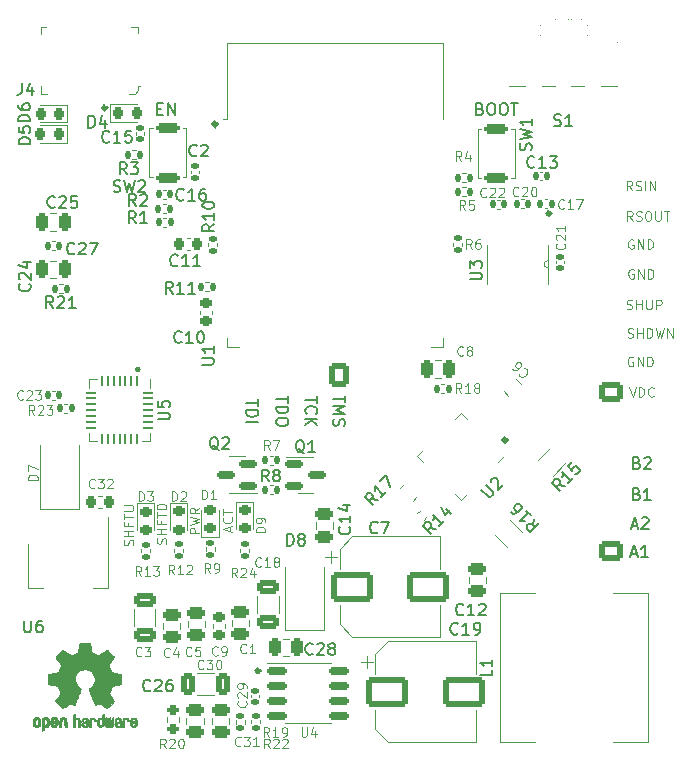
<source format=gbr>
%TF.GenerationSoftware,KiCad,Pcbnew,(6.0.7)*%
%TF.CreationDate,2023-01-17T18:49:16-06:00*%
%TF.ProjectId,SmartSpin2k,536d6172-7453-4706-996e-326b2e6b6963,2.35*%
%TF.SameCoordinates,Original*%
%TF.FileFunction,Legend,Top*%
%TF.FilePolarity,Positive*%
%FSLAX46Y46*%
G04 Gerber Fmt 4.6, Leading zero omitted, Abs format (unit mm)*
G04 Created by KiCad (PCBNEW (6.0.7)) date 2023-01-17 18:49:16*
%MOMM*%
%LPD*%
G01*
G04 APERTURE LIST*
G04 Aperture macros list*
%AMRoundRect*
0 Rectangle with rounded corners*
0 $1 Rounding radius*
0 $2 $3 $4 $5 $6 $7 $8 $9 X,Y pos of 4 corners*
0 Add a 4 corners polygon primitive as box body*
4,1,4,$2,$3,$4,$5,$6,$7,$8,$9,$2,$3,0*
0 Add four circle primitives for the rounded corners*
1,1,$1+$1,$2,$3*
1,1,$1+$1,$4,$5*
1,1,$1+$1,$6,$7*
1,1,$1+$1,$8,$9*
0 Add four rect primitives between the rounded corners*
20,1,$1+$1,$2,$3,$4,$5,0*
20,1,$1+$1,$4,$5,$6,$7,0*
20,1,$1+$1,$6,$7,$8,$9,0*
20,1,$1+$1,$8,$9,$2,$3,0*%
%AMRotRect*
0 Rectangle, with rotation*
0 The origin of the aperture is its center*
0 $1 length*
0 $2 width*
0 $3 Rotation angle, in degrees counterclockwise*
0 Add horizontal line*
21,1,$1,$2,0,0,$3*%
G04 Aperture macros list end*
%ADD10C,0.346007*%
%ADD11C,0.508000*%
%ADD12C,0.120000*%
%ADD13C,0.150000*%
%ADD14C,0.100000*%
%ADD15C,0.010000*%
%ADD16R,5.400000X2.900000*%
%ADD17RoundRect,0.250000X-0.512652X-0.159099X-0.159099X-0.512652X0.512652X0.159099X0.159099X0.512652X0*%
%ADD18RoundRect,0.135000X0.185000X-0.135000X0.185000X0.135000X-0.185000X0.135000X-0.185000X-0.135000X0*%
%ADD19RoundRect,0.250000X-1.500000X-1.000000X1.500000X-1.000000X1.500000X1.000000X-1.500000X1.000000X0*%
%ADD20RoundRect,0.218750X-0.256250X0.218750X-0.256250X-0.218750X0.256250X-0.218750X0.256250X0.218750X0*%
%ADD21RoundRect,0.225000X0.225000X0.250000X-0.225000X0.250000X-0.225000X-0.250000X0.225000X-0.250000X0*%
%ADD22R,1.500000X2.000000*%
%ADD23R,3.800000X2.000000*%
%ADD24RoundRect,0.250000X0.475000X-0.250000X0.475000X0.250000X-0.475000X0.250000X-0.475000X-0.250000X0*%
%ADD25RoundRect,0.150000X-0.662500X-0.150000X0.662500X-0.150000X0.662500X0.150000X-0.662500X0.150000X0*%
%ADD26R,2.514000X3.200000*%
%ADD27RoundRect,0.200000X-0.800000X0.200000X-0.800000X-0.200000X0.800000X-0.200000X0.800000X0.200000X0*%
%ADD28C,0.900000*%
%ADD29R,1.250000X2.500000*%
%ADD30RoundRect,0.218750X0.218750X0.256250X-0.218750X0.256250X-0.218750X-0.256250X0.218750X-0.256250X0*%
%ADD31RoundRect,0.140000X0.170000X-0.140000X0.170000X0.140000X-0.170000X0.140000X-0.170000X-0.140000X0*%
%ADD32RoundRect,0.218750X-0.218750X-0.256250X0.218750X-0.256250X0.218750X0.256250X-0.218750X0.256250X0*%
%ADD33RoundRect,0.150000X0.587500X0.150000X-0.587500X0.150000X-0.587500X-0.150000X0.587500X-0.150000X0*%
%ADD34RoundRect,0.250000X0.650000X-0.325000X0.650000X0.325000X-0.650000X0.325000X-0.650000X-0.325000X0*%
%ADD35RoundRect,0.135000X-0.135000X-0.185000X0.135000X-0.185000X0.135000X0.185000X-0.135000X0.185000X0*%
%ADD36RoundRect,0.140000X-0.140000X-0.170000X0.140000X-0.170000X0.140000X0.170000X-0.140000X0.170000X0*%
%ADD37RoundRect,0.250000X-0.132583X0.503814X-0.503814X0.132583X0.132583X-0.503814X0.503814X-0.132583X0*%
%ADD38RoundRect,0.062500X0.185616X0.274004X-0.274004X-0.185616X-0.185616X-0.274004X0.274004X0.185616X0*%
%ADD39RoundRect,0.062500X-0.185616X0.274004X-0.274004X0.185616X0.185616X-0.274004X0.274004X-0.185616X0*%
%ADD40RotRect,3.750000X3.750000X225.000000*%
%ADD41RoundRect,0.250000X-0.250000X-0.475000X0.250000X-0.475000X0.250000X0.475000X-0.250000X0.475000X0*%
%ADD42RoundRect,0.140000X-0.170000X0.140000X-0.170000X-0.140000X0.170000X-0.140000X0.170000X0.140000X0*%
%ADD43RoundRect,0.218750X0.256250X-0.218750X0.256250X0.218750X-0.256250X0.218750X-0.256250X-0.218750X0*%
%ADD44RoundRect,0.135000X0.035355X-0.226274X0.226274X-0.035355X-0.035355X0.226274X-0.226274X0.035355X0*%
%ADD45R,0.400000X1.350000*%
%ADD46O,1.250000X0.950000*%
%ADD47O,1.000000X1.550000*%
%ADD48RoundRect,0.200000X0.275000X-0.200000X0.275000X0.200000X-0.275000X0.200000X-0.275000X-0.200000X0*%
%ADD49RoundRect,0.250000X0.250000X0.475000X-0.250000X0.475000X-0.250000X-0.475000X0.250000X-0.475000X0*%
%ADD50RoundRect,0.135000X0.135000X0.185000X-0.135000X0.185000X-0.135000X-0.185000X0.135000X-0.185000X0*%
%ADD51RoundRect,0.135000X-0.185000X0.135000X-0.185000X-0.135000X0.185000X-0.135000X0.185000X0.135000X0*%
%ADD52R,2.000000X0.900000*%
%ADD53R,0.900000X2.000000*%
%ADD54R,5.000000X5.000000*%
%ADD55RoundRect,0.140000X0.140000X0.170000X-0.140000X0.170000X-0.140000X-0.170000X0.140000X-0.170000X0*%
%ADD56R,1.800000X2.500000*%
%ADD57RoundRect,0.150000X-0.587500X-0.150000X0.587500X-0.150000X0.587500X0.150000X-0.587500X0.150000X0*%
%ADD58RoundRect,0.225000X0.250000X-0.225000X0.250000X0.225000X-0.250000X0.225000X-0.250000X-0.225000X0*%
%ADD59R,0.355600X1.676400*%
%ADD60RoundRect,0.250000X0.325000X0.650000X-0.325000X0.650000X-0.325000X-0.650000X0.325000X-0.650000X0*%
%ADD61RoundRect,0.250000X0.662913X0.220971X0.220971X0.662913X-0.662913X-0.220971X-0.220971X-0.662913X0*%
%ADD62RoundRect,0.225000X-0.250000X0.225000X-0.250000X-0.225000X0.250000X-0.225000X0.250000X0.225000X0*%
%ADD63RoundRect,0.062500X-0.062500X0.337500X-0.062500X-0.337500X0.062500X-0.337500X0.062500X0.337500X0*%
%ADD64RoundRect,0.062500X-0.337500X0.062500X-0.337500X-0.062500X0.337500X-0.062500X0.337500X0.062500X0*%
%ADD65R,3.350000X3.350000*%
%ADD66RoundRect,0.200000X0.800000X-0.200000X0.800000X0.200000X-0.800000X0.200000X-0.800000X-0.200000X0*%
%ADD67RoundRect,0.250000X-0.220971X0.662913X-0.662913X0.220971X0.220971X-0.662913X0.662913X-0.220971X0*%
%ADD68C,1.200000*%
%ADD69RoundRect,0.250000X0.725000X-0.600000X0.725000X0.600000X-0.725000X0.600000X-0.725000X-0.600000X0*%
%ADD70O,1.950000X1.700000*%
%ADD71RoundRect,0.250000X0.600000X0.725000X-0.600000X0.725000X-0.600000X-0.725000X0.600000X-0.725000X0*%
%ADD72O,1.700000X1.950000*%
G04 APERTURE END LIST*
D10*
X9104203Y54405800D02*
G75*
G03*
X9104203Y54405800I-173003J0D01*
G01*
X43013203Y26262600D02*
G75*
G03*
X43013203Y26262600I-173003J0D01*
G01*
D11*
X11750601Y32231600D02*
G75*
G03*
X11750601Y32231600I-1J0D01*
G01*
D12*
X18326001Y52665000D02*
G75*
G03*
X18326001Y52665000I-1J0D01*
G01*
D10*
X22103003Y6730000D02*
G75*
G03*
X22103003Y6730000I-173003J0D01*
G01*
X18451403Y53008800D02*
G75*
G03*
X18451403Y53008800I-173003J0D01*
G01*
X46733003Y45440000D02*
G75*
G03*
X46733003Y45440000I-173003J0D01*
G01*
D13*
X24487619Y29989524D02*
X24487619Y29418096D01*
X23487619Y29703810D02*
X24487619Y29703810D01*
X23487619Y29084762D02*
X24487619Y29084762D01*
X24487619Y28846667D01*
X24440000Y28703810D01*
X24344761Y28608572D01*
X24249523Y28560953D01*
X24059047Y28513334D01*
X23916190Y28513334D01*
X23725714Y28560953D01*
X23630476Y28608572D01*
X23535238Y28703810D01*
X23487619Y28846667D01*
X23487619Y29084762D01*
X24487619Y27894286D02*
X24487619Y27703810D01*
X24440000Y27608572D01*
X24344761Y27513334D01*
X24154285Y27465715D01*
X23820952Y27465715D01*
X23630476Y27513334D01*
X23535238Y27608572D01*
X23487619Y27703810D01*
X23487619Y27894286D01*
X23535238Y27989524D01*
X23630476Y28084762D01*
X23820952Y28132381D01*
X24154285Y28132381D01*
X24344761Y28084762D01*
X24440000Y27989524D01*
X24487619Y27894286D01*
X40721057Y54299429D02*
X40863914Y54251810D01*
X40911533Y54204191D01*
X40959152Y54108953D01*
X40959152Y53966096D01*
X40911533Y53870858D01*
X40863914Y53823239D01*
X40768676Y53775620D01*
X40387723Y53775620D01*
X40387723Y54775620D01*
X40721057Y54775620D01*
X40816295Y54728000D01*
X40863914Y54680381D01*
X40911533Y54585143D01*
X40911533Y54489905D01*
X40863914Y54394667D01*
X40816295Y54347048D01*
X40721057Y54299429D01*
X40387723Y54299429D01*
X41578200Y54775620D02*
X41768676Y54775620D01*
X41863914Y54728000D01*
X41959152Y54632762D01*
X42006771Y54442286D01*
X42006771Y54108953D01*
X41959152Y53918477D01*
X41863914Y53823239D01*
X41768676Y53775620D01*
X41578200Y53775620D01*
X41482961Y53823239D01*
X41387723Y53918477D01*
X41340104Y54108953D01*
X41340104Y54442286D01*
X41387723Y54632762D01*
X41482961Y54728000D01*
X41578200Y54775620D01*
X42625819Y54775620D02*
X42816295Y54775620D01*
X42911533Y54728000D01*
X43006771Y54632762D01*
X43054390Y54442286D01*
X43054390Y54108953D01*
X43006771Y53918477D01*
X42911533Y53823239D01*
X42816295Y53775620D01*
X42625819Y53775620D01*
X42530580Y53823239D01*
X42435342Y53918477D01*
X42387723Y54108953D01*
X42387723Y54442286D01*
X42435342Y54632762D01*
X42530580Y54728000D01*
X42625819Y54775620D01*
X43340104Y54775620D02*
X43911533Y54775620D01*
X43625819Y53775620D02*
X43625819Y54775620D01*
D14*
X53593142Y47390096D02*
X53326476Y47771048D01*
X53136000Y47390096D02*
X53136000Y48190096D01*
X53440761Y48190096D01*
X53516952Y48152000D01*
X53555047Y48113905D01*
X53593142Y48037715D01*
X53593142Y47923429D01*
X53555047Y47847239D01*
X53516952Y47809143D01*
X53440761Y47771048D01*
X53136000Y47771048D01*
X53897904Y47428191D02*
X54012190Y47390096D01*
X54202666Y47390096D01*
X54278857Y47428191D01*
X54316952Y47466286D01*
X54355047Y47542477D01*
X54355047Y47618667D01*
X54316952Y47694858D01*
X54278857Y47732953D01*
X54202666Y47771048D01*
X54050285Y47809143D01*
X53974095Y47847239D01*
X53936000Y47885334D01*
X53897904Y47961524D01*
X53897904Y48037715D01*
X53936000Y48113905D01*
X53974095Y48152000D01*
X54050285Y48190096D01*
X54240761Y48190096D01*
X54355047Y48152000D01*
X54697904Y47390096D02*
X54697904Y48190096D01*
X55078857Y47390096D02*
X55078857Y48190096D01*
X55536000Y47390096D01*
X55536000Y48190096D01*
D13*
X53505714Y16633334D02*
X53981904Y16633334D01*
X53410476Y16347620D02*
X53743809Y17347620D01*
X54077142Y16347620D01*
X54934285Y16347620D02*
X54362857Y16347620D01*
X54648571Y16347620D02*
X54648571Y17347620D01*
X54553333Y17204762D01*
X54458095Y17109524D01*
X54362857Y17061905D01*
D14*
X53676476Y33282000D02*
X53600285Y33320096D01*
X53486000Y33320096D01*
X53371714Y33282000D01*
X53295523Y33205810D01*
X53257428Y33129620D01*
X53219333Y32977239D01*
X53219333Y32862953D01*
X53257428Y32710572D01*
X53295523Y32634381D01*
X53371714Y32558191D01*
X53486000Y32520096D01*
X53562190Y32520096D01*
X53676476Y32558191D01*
X53714571Y32596286D01*
X53714571Y32862953D01*
X53562190Y32862953D01*
X54057428Y32520096D02*
X54057428Y33320096D01*
X54514571Y32520096D01*
X54514571Y33320096D01*
X54895523Y32520096D02*
X54895523Y33320096D01*
X55086000Y33320096D01*
X55200285Y33282000D01*
X55276476Y33205810D01*
X55314571Y33129620D01*
X55352666Y32977239D01*
X55352666Y32862953D01*
X55314571Y32710572D01*
X55276476Y32634381D01*
X55200285Y32558191D01*
X55086000Y32520096D01*
X54895523Y32520096D01*
X53159333Y37358191D02*
X53273619Y37320096D01*
X53464095Y37320096D01*
X53540285Y37358191D01*
X53578380Y37396286D01*
X53616476Y37472477D01*
X53616476Y37548667D01*
X53578380Y37624858D01*
X53540285Y37662953D01*
X53464095Y37701048D01*
X53311714Y37739143D01*
X53235523Y37777239D01*
X53197428Y37815334D01*
X53159333Y37891524D01*
X53159333Y37967715D01*
X53197428Y38043905D01*
X53235523Y38082000D01*
X53311714Y38120096D01*
X53502190Y38120096D01*
X53616476Y38082000D01*
X53959333Y37320096D02*
X53959333Y38120096D01*
X53959333Y37739143D02*
X54416476Y37739143D01*
X54416476Y37320096D02*
X54416476Y38120096D01*
X54797428Y38120096D02*
X54797428Y37472477D01*
X54835523Y37396286D01*
X54873619Y37358191D01*
X54949809Y37320096D01*
X55102190Y37320096D01*
X55178380Y37358191D01*
X55216476Y37396286D01*
X55254571Y37472477D01*
X55254571Y38120096D01*
X55635523Y37320096D02*
X55635523Y38120096D01*
X55940285Y38120096D01*
X56016476Y38082000D01*
X56054571Y38043905D01*
X56092666Y37967715D01*
X56092666Y37853429D01*
X56054571Y37777239D01*
X56016476Y37739143D01*
X55940285Y37701048D01*
X55635523Y37701048D01*
D13*
X13400104Y54299429D02*
X13733438Y54299429D01*
X13876295Y53775620D02*
X13400104Y53775620D01*
X13400104Y54775620D01*
X13876295Y54775620D01*
X14304866Y53775620D02*
X14304866Y54775620D01*
X14876295Y53775620D01*
X14876295Y54775620D01*
X29277619Y30013334D02*
X29277619Y29441905D01*
X28277619Y29727620D02*
X29277619Y29727620D01*
X28277619Y29108572D02*
X29277619Y29108572D01*
X28563333Y28775239D01*
X29277619Y28441905D01*
X28277619Y28441905D01*
X28325238Y28013334D02*
X28277619Y27870477D01*
X28277619Y27632381D01*
X28325238Y27537143D01*
X28372857Y27489524D01*
X28468095Y27441905D01*
X28563333Y27441905D01*
X28658571Y27489524D01*
X28706190Y27537143D01*
X28753809Y27632381D01*
X28801428Y27822858D01*
X28849047Y27918096D01*
X28896666Y27965715D01*
X28991904Y28013334D01*
X29087142Y28013334D01*
X29182380Y27965715D01*
X29230000Y27918096D01*
X29277619Y27822858D01*
X29277619Y27584762D01*
X29230000Y27441905D01*
D14*
X53369333Y30730096D02*
X53636000Y29930096D01*
X53902666Y30730096D01*
X54169333Y29930096D02*
X54169333Y30730096D01*
X54359809Y30730096D01*
X54474095Y30692000D01*
X54550285Y30615810D01*
X54588380Y30539620D01*
X54626476Y30387239D01*
X54626476Y30272953D01*
X54588380Y30120572D01*
X54550285Y30044381D01*
X54474095Y29968191D01*
X54359809Y29930096D01*
X54169333Y29930096D01*
X55426476Y30006286D02*
X55388380Y29968191D01*
X55274095Y29930096D01*
X55197904Y29930096D01*
X55083619Y29968191D01*
X55007428Y30044381D01*
X54969333Y30120572D01*
X54931238Y30272953D01*
X54931238Y30387239D01*
X54969333Y30539620D01*
X55007428Y30615810D01*
X55083619Y30692000D01*
X55197904Y30730096D01*
X55274095Y30730096D01*
X55388380Y30692000D01*
X55426476Y30653905D01*
X19529333Y18534762D02*
X19529333Y18915715D01*
X19757904Y18458572D02*
X18957904Y18725239D01*
X19757904Y18991905D01*
X19681714Y19715715D02*
X19719809Y19677620D01*
X19757904Y19563334D01*
X19757904Y19487143D01*
X19719809Y19372858D01*
X19643619Y19296667D01*
X19567428Y19258572D01*
X19415047Y19220477D01*
X19300761Y19220477D01*
X19148380Y19258572D01*
X19072190Y19296667D01*
X18996000Y19372858D01*
X18957904Y19487143D01*
X18957904Y19563334D01*
X18996000Y19677620D01*
X19034095Y19715715D01*
X18957904Y19944286D02*
X18957904Y20401429D01*
X19757904Y20172858D02*
X18957904Y20172858D01*
D13*
X53992438Y24319029D02*
X54135295Y24271410D01*
X54182914Y24223791D01*
X54230533Y24128553D01*
X54230533Y23985696D01*
X54182914Y23890458D01*
X54135295Y23842839D01*
X54040057Y23795220D01*
X53659104Y23795220D01*
X53659104Y24795220D01*
X53992438Y24795220D01*
X54087676Y24747600D01*
X54135295Y24699981D01*
X54182914Y24604743D01*
X54182914Y24509505D01*
X54135295Y24414267D01*
X54087676Y24366648D01*
X53992438Y24319029D01*
X53659104Y24319029D01*
X54611485Y24699981D02*
X54659104Y24747600D01*
X54754342Y24795220D01*
X54992438Y24795220D01*
X55087676Y24747600D01*
X55135295Y24699981D01*
X55182914Y24604743D01*
X55182914Y24509505D01*
X55135295Y24366648D01*
X54563866Y23795220D01*
X55182914Y23795220D01*
X26937619Y29965715D02*
X26937619Y29394286D01*
X25937619Y29680000D02*
X26937619Y29680000D01*
X26032857Y28489524D02*
X25985238Y28537143D01*
X25937619Y28680000D01*
X25937619Y28775239D01*
X25985238Y28918096D01*
X26080476Y29013334D01*
X26175714Y29060953D01*
X26366190Y29108572D01*
X26509047Y29108572D01*
X26699523Y29060953D01*
X26794761Y29013334D01*
X26890000Y28918096D01*
X26937619Y28775239D01*
X26937619Y28680000D01*
X26890000Y28537143D01*
X26842380Y28489524D01*
X25937619Y28060953D02*
X26937619Y28060953D01*
X25937619Y27489524D02*
X26509047Y27918096D01*
X26937619Y27489524D02*
X26366190Y28060953D01*
D14*
X14131809Y17480762D02*
X14169904Y17595048D01*
X14169904Y17785524D01*
X14131809Y17861715D01*
X14093714Y17899810D01*
X14017523Y17937905D01*
X13941333Y17937905D01*
X13865142Y17899810D01*
X13827047Y17861715D01*
X13788952Y17785524D01*
X13750857Y17633143D01*
X13712761Y17556953D01*
X13674666Y17518858D01*
X13598476Y17480762D01*
X13522285Y17480762D01*
X13446095Y17518858D01*
X13408000Y17556953D01*
X13369904Y17633143D01*
X13369904Y17823620D01*
X13408000Y17937905D01*
X14169904Y18280762D02*
X13369904Y18280762D01*
X13750857Y18280762D02*
X13750857Y18737905D01*
X14169904Y18737905D02*
X13369904Y18737905D01*
X13750857Y19385524D02*
X13750857Y19118858D01*
X14169904Y19118858D02*
X13369904Y19118858D01*
X13369904Y19499810D01*
X13369904Y19690286D02*
X13369904Y20147429D01*
X14169904Y19918858D02*
X13369904Y19918858D01*
X14169904Y20414096D02*
X13369904Y20414096D01*
X13369904Y20604572D01*
X13408000Y20718858D01*
X13484190Y20795048D01*
X13560380Y20833143D01*
X13712761Y20871239D01*
X13827047Y20871239D01*
X13979428Y20833143D01*
X14055619Y20795048D01*
X14131809Y20718858D01*
X14169904Y20604572D01*
X14169904Y20414096D01*
X53634209Y44830096D02*
X53367542Y45211048D01*
X53177066Y44830096D02*
X53177066Y45630096D01*
X53481828Y45630096D01*
X53558019Y45592000D01*
X53596114Y45553905D01*
X53634209Y45477715D01*
X53634209Y45363429D01*
X53596114Y45287239D01*
X53558019Y45249143D01*
X53481828Y45211048D01*
X53177066Y45211048D01*
X53938971Y44868191D02*
X54053257Y44830096D01*
X54243733Y44830096D01*
X54319923Y44868191D01*
X54358019Y44906286D01*
X54396114Y44982477D01*
X54396114Y45058667D01*
X54358019Y45134858D01*
X54319923Y45172953D01*
X54243733Y45211048D01*
X54091352Y45249143D01*
X54015161Y45287239D01*
X53977066Y45325334D01*
X53938971Y45401524D01*
X53938971Y45477715D01*
X53977066Y45553905D01*
X54015161Y45592000D01*
X54091352Y45630096D01*
X54281828Y45630096D01*
X54396114Y45592000D01*
X54891352Y45630096D02*
X55043733Y45630096D01*
X55119923Y45592000D01*
X55196114Y45515810D01*
X55234209Y45363429D01*
X55234209Y45096762D01*
X55196114Y44944381D01*
X55119923Y44868191D01*
X55043733Y44830096D01*
X54891352Y44830096D01*
X54815161Y44868191D01*
X54738971Y44944381D01*
X54700876Y45096762D01*
X54700876Y45363429D01*
X54738971Y45515810D01*
X54815161Y45592000D01*
X54891352Y45630096D01*
X55577066Y45630096D02*
X55577066Y44982477D01*
X55615161Y44906286D01*
X55653257Y44868191D01*
X55729447Y44830096D01*
X55881828Y44830096D01*
X55958019Y44868191D01*
X55996114Y44906286D01*
X56034209Y44982477D01*
X56034209Y45630096D01*
X56300876Y45630096D02*
X56758019Y45630096D01*
X56529447Y44830096D02*
X56529447Y45630096D01*
X11337809Y17334715D02*
X11375904Y17449000D01*
X11375904Y17639477D01*
X11337809Y17715667D01*
X11299714Y17753762D01*
X11223523Y17791858D01*
X11147333Y17791858D01*
X11071142Y17753762D01*
X11033047Y17715667D01*
X10994952Y17639477D01*
X10956857Y17487096D01*
X10918761Y17410905D01*
X10880666Y17372810D01*
X10804476Y17334715D01*
X10728285Y17334715D01*
X10652095Y17372810D01*
X10614000Y17410905D01*
X10575904Y17487096D01*
X10575904Y17677572D01*
X10614000Y17791858D01*
X11375904Y18134715D02*
X10575904Y18134715D01*
X10956857Y18134715D02*
X10956857Y18591858D01*
X11375904Y18591858D02*
X10575904Y18591858D01*
X10956857Y19239477D02*
X10956857Y18972810D01*
X11375904Y18972810D02*
X10575904Y18972810D01*
X10575904Y19353762D01*
X10575904Y19544239D02*
X10575904Y20001381D01*
X11375904Y19772810D02*
X10575904Y19772810D01*
X10575904Y20268048D02*
X11223523Y20268048D01*
X11299714Y20306143D01*
X11337809Y20344239D01*
X11375904Y20420429D01*
X11375904Y20572810D01*
X11337809Y20649000D01*
X11299714Y20687096D01*
X11223523Y20725191D01*
X10575904Y20725191D01*
X16963904Y18363334D02*
X16163904Y18363334D01*
X16163904Y18668096D01*
X16202000Y18744286D01*
X16240095Y18782381D01*
X16316285Y18820477D01*
X16430571Y18820477D01*
X16506761Y18782381D01*
X16544857Y18744286D01*
X16582952Y18668096D01*
X16582952Y18363334D01*
X16163904Y19087143D02*
X16963904Y19277620D01*
X16392476Y19430000D01*
X16963904Y19582381D01*
X16163904Y19772858D01*
X16963904Y20534762D02*
X16582952Y20268096D01*
X16963904Y20077620D02*
X16163904Y20077620D01*
X16163904Y20382381D01*
X16202000Y20458572D01*
X16240095Y20496667D01*
X16316285Y20534762D01*
X16430571Y20534762D01*
X16506761Y20496667D01*
X16544857Y20458572D01*
X16582952Y20382381D01*
X16582952Y20077620D01*
X53222190Y34968191D02*
X53336476Y34930096D01*
X53526952Y34930096D01*
X53603142Y34968191D01*
X53641238Y35006286D01*
X53679333Y35082477D01*
X53679333Y35158667D01*
X53641238Y35234858D01*
X53603142Y35272953D01*
X53526952Y35311048D01*
X53374571Y35349143D01*
X53298380Y35387239D01*
X53260285Y35425334D01*
X53222190Y35501524D01*
X53222190Y35577715D01*
X53260285Y35653905D01*
X53298380Y35692000D01*
X53374571Y35730096D01*
X53565047Y35730096D01*
X53679333Y35692000D01*
X54022190Y34930096D02*
X54022190Y35730096D01*
X54022190Y35349143D02*
X54479333Y35349143D01*
X54479333Y34930096D02*
X54479333Y35730096D01*
X54860285Y34930096D02*
X54860285Y35730096D01*
X55050761Y35730096D01*
X55165047Y35692000D01*
X55241238Y35615810D01*
X55279333Y35539620D01*
X55317428Y35387239D01*
X55317428Y35272953D01*
X55279333Y35120572D01*
X55241238Y35044381D01*
X55165047Y34968191D01*
X55050761Y34930096D01*
X54860285Y34930096D01*
X55584095Y35730096D02*
X55774571Y34930096D01*
X55926952Y35501524D01*
X56079333Y34930096D01*
X56269809Y35730096D01*
X56574571Y34930096D02*
X56574571Y35730096D01*
X57031714Y34930096D01*
X57031714Y35730096D01*
D13*
X53565714Y19003334D02*
X54041904Y19003334D01*
X53470476Y18717620D02*
X53803809Y19717620D01*
X54137142Y18717620D01*
X54422857Y19622381D02*
X54470476Y19670000D01*
X54565714Y19717620D01*
X54803809Y19717620D01*
X54899047Y19670000D01*
X54946666Y19622381D01*
X54994285Y19527143D01*
X54994285Y19431905D01*
X54946666Y19289048D01*
X54375238Y18717620D01*
X54994285Y18717620D01*
D14*
X53726476Y40692000D02*
X53650285Y40730096D01*
X53536000Y40730096D01*
X53421714Y40692000D01*
X53345523Y40615810D01*
X53307428Y40539620D01*
X53269333Y40387239D01*
X53269333Y40272953D01*
X53307428Y40120572D01*
X53345523Y40044381D01*
X53421714Y39968191D01*
X53536000Y39930096D01*
X53612190Y39930096D01*
X53726476Y39968191D01*
X53764571Y40006286D01*
X53764571Y40272953D01*
X53612190Y40272953D01*
X54107428Y39930096D02*
X54107428Y40730096D01*
X54564571Y39930096D01*
X54564571Y40730096D01*
X54945523Y39930096D02*
X54945523Y40730096D01*
X55136000Y40730096D01*
X55250285Y40692000D01*
X55326476Y40615810D01*
X55364571Y40539620D01*
X55402666Y40387239D01*
X55402666Y40272953D01*
X55364571Y40120572D01*
X55326476Y40044381D01*
X55250285Y39968191D01*
X55136000Y39930096D01*
X54945523Y39930096D01*
D13*
X53992438Y21689029D02*
X54135295Y21641410D01*
X54182914Y21593791D01*
X54230533Y21498553D01*
X54230533Y21355696D01*
X54182914Y21260458D01*
X54135295Y21212839D01*
X54040057Y21165220D01*
X53659104Y21165220D01*
X53659104Y22165220D01*
X53992438Y22165220D01*
X54087676Y22117600D01*
X54135295Y22069981D01*
X54182914Y21974743D01*
X54182914Y21879505D01*
X54135295Y21784267D01*
X54087676Y21736648D01*
X53992438Y21689029D01*
X53659104Y21689029D01*
X55182914Y21165220D02*
X54611485Y21165220D01*
X54897200Y21165220D02*
X54897200Y22165220D01*
X54801961Y22022362D01*
X54706723Y21927124D01*
X54611485Y21879505D01*
D14*
X53696476Y43212000D02*
X53620285Y43250096D01*
X53506000Y43250096D01*
X53391714Y43212000D01*
X53315523Y43135810D01*
X53277428Y43059620D01*
X53239333Y42907239D01*
X53239333Y42792953D01*
X53277428Y42640572D01*
X53315523Y42564381D01*
X53391714Y42488191D01*
X53506000Y42450096D01*
X53582190Y42450096D01*
X53696476Y42488191D01*
X53734571Y42526286D01*
X53734571Y42792953D01*
X53582190Y42792953D01*
X54077428Y42450096D02*
X54077428Y43250096D01*
X54534571Y42450096D01*
X54534571Y43250096D01*
X54915523Y42450096D02*
X54915523Y43250096D01*
X55106000Y43250096D01*
X55220285Y43212000D01*
X55296476Y43135810D01*
X55334571Y43059620D01*
X55372666Y42907239D01*
X55372666Y42792953D01*
X55334571Y42640572D01*
X55296476Y42564381D01*
X55220285Y42488191D01*
X55106000Y42450096D01*
X54915523Y42450096D01*
D13*
X21937619Y29703810D02*
X21937619Y29132381D01*
X20937619Y29418096D02*
X21937619Y29418096D01*
X20937619Y28799048D02*
X21937619Y28799048D01*
X21937619Y28560953D01*
X21890000Y28418096D01*
X21794761Y28322858D01*
X21699523Y28275239D01*
X21509047Y28227620D01*
X21366190Y28227620D01*
X21175714Y28275239D01*
X21080476Y28322858D01*
X20985238Y28418096D01*
X20937619Y28560953D01*
X20937619Y28799048D01*
X20937619Y27799048D02*
X21937619Y27799048D01*
%TO.C,L1*%
X41732380Y6803334D02*
X41732380Y6327143D01*
X40732380Y6327143D01*
X41732380Y7660477D02*
X41732380Y7089048D01*
X41732380Y7374762D02*
X40732380Y7374762D01*
X40875238Y7279524D01*
X40970476Y7184286D01*
X41018095Y7089048D01*
D14*
%TO.C,C6*%
X44457311Y32339350D02*
X44511186Y32339350D01*
X44618935Y32285475D01*
X44672810Y32231600D01*
X44726685Y32123851D01*
X44726685Y32016101D01*
X44699748Y31935289D01*
X44618935Y31800602D01*
X44538123Y31719790D01*
X44403436Y31638978D01*
X44322624Y31612040D01*
X44214874Y31612040D01*
X44107125Y31665915D01*
X44053250Y31719790D01*
X43999375Y31827539D01*
X43999375Y31881414D01*
X43460627Y32312413D02*
X43568377Y32204663D01*
X43649189Y32177726D01*
X43703064Y32177726D01*
X43837751Y32204663D01*
X43972438Y32285475D01*
X44187937Y32500975D01*
X44214874Y32581787D01*
X44214874Y32635662D01*
X44187937Y32716474D01*
X44080187Y32824223D01*
X43999375Y32851161D01*
X43945500Y32851161D01*
X43864688Y32824223D01*
X43730001Y32689536D01*
X43703064Y32608724D01*
X43703064Y32554849D01*
X43730001Y32474037D01*
X43837751Y32366288D01*
X43918563Y32339350D01*
X43972438Y32339350D01*
X44053250Y32366288D01*
%TO.C,R6*%
X40026666Y42468096D02*
X39760000Y42849048D01*
X39569523Y42468096D02*
X39569523Y43268096D01*
X39874285Y43268096D01*
X39950476Y43230000D01*
X39988571Y43191905D01*
X40026666Y43115715D01*
X40026666Y43001429D01*
X39988571Y42925239D01*
X39950476Y42887143D01*
X39874285Y42849048D01*
X39569523Y42849048D01*
X40712380Y43268096D02*
X40560000Y43268096D01*
X40483809Y43230000D01*
X40445714Y43191905D01*
X40369523Y43077620D01*
X40331428Y42925239D01*
X40331428Y42620477D01*
X40369523Y42544286D01*
X40407619Y42506191D01*
X40483809Y42468096D01*
X40636190Y42468096D01*
X40712380Y42506191D01*
X40750476Y42544286D01*
X40788571Y42620477D01*
X40788571Y42810953D01*
X40750476Y42887143D01*
X40712380Y42925239D01*
X40636190Y42963334D01*
X40483809Y42963334D01*
X40407619Y42925239D01*
X40369523Y42887143D01*
X40331428Y42810953D01*
D13*
%TO.C,C7*%
X32042083Y18447858D02*
X31994464Y18400239D01*
X31851607Y18352620D01*
X31756369Y18352620D01*
X31613511Y18400239D01*
X31518273Y18495477D01*
X31470654Y18590715D01*
X31423035Y18781191D01*
X31423035Y18924048D01*
X31470654Y19114524D01*
X31518273Y19209762D01*
X31613511Y19305000D01*
X31756369Y19352620D01*
X31851607Y19352620D01*
X31994464Y19305000D01*
X32042083Y19257381D01*
X32375416Y19352620D02*
X33042083Y19352620D01*
X32613511Y18352620D01*
D14*
%TO.C,D3*%
X11820523Y21100096D02*
X11820523Y21900096D01*
X12011000Y21900096D01*
X12125285Y21862000D01*
X12201476Y21785810D01*
X12239571Y21709620D01*
X12277666Y21557239D01*
X12277666Y21442953D01*
X12239571Y21290572D01*
X12201476Y21214381D01*
X12125285Y21138191D01*
X12011000Y21100096D01*
X11820523Y21100096D01*
X12544333Y21900096D02*
X13039571Y21900096D01*
X12772904Y21595334D01*
X12887190Y21595334D01*
X12963380Y21557239D01*
X13001476Y21519143D01*
X13039571Y21442953D01*
X13039571Y21252477D01*
X13001476Y21176286D01*
X12963380Y21138191D01*
X12887190Y21100096D01*
X12658619Y21100096D01*
X12582428Y21138191D01*
X12544333Y21176286D01*
%TO.C,R19*%
X22869514Y1135696D02*
X22602847Y1516648D01*
X22412371Y1135696D02*
X22412371Y1935696D01*
X22717133Y1935696D01*
X22793323Y1897600D01*
X22831419Y1859505D01*
X22869514Y1783315D01*
X22869514Y1669029D01*
X22831419Y1592839D01*
X22793323Y1554743D01*
X22717133Y1516648D01*
X22412371Y1516648D01*
X23631419Y1135696D02*
X23174276Y1135696D01*
X23402847Y1135696D02*
X23402847Y1935696D01*
X23326657Y1821410D01*
X23250466Y1745220D01*
X23174276Y1707124D01*
X24012371Y1135696D02*
X24164752Y1135696D01*
X24240942Y1173791D01*
X24279038Y1211886D01*
X24355228Y1326172D01*
X24393323Y1478553D01*
X24393323Y1783315D01*
X24355228Y1859505D01*
X24317133Y1897600D01*
X24240942Y1935696D01*
X24088561Y1935696D01*
X24012371Y1897600D01*
X23974276Y1859505D01*
X23936180Y1783315D01*
X23936180Y1592839D01*
X23974276Y1516648D01*
X24012371Y1478553D01*
X24088561Y1440458D01*
X24240942Y1440458D01*
X24317133Y1478553D01*
X24355228Y1516648D01*
X24393323Y1592839D01*
%TO.C,C32*%
X8090714Y22244286D02*
X8052619Y22206191D01*
X7938333Y22168096D01*
X7862142Y22168096D01*
X7747857Y22206191D01*
X7671666Y22282381D01*
X7633571Y22358572D01*
X7595476Y22510953D01*
X7595476Y22625239D01*
X7633571Y22777620D01*
X7671666Y22853810D01*
X7747857Y22930000D01*
X7862142Y22968096D01*
X7938333Y22968096D01*
X8052619Y22930000D01*
X8090714Y22891905D01*
X8357380Y22968096D02*
X8852619Y22968096D01*
X8585952Y22663334D01*
X8700238Y22663334D01*
X8776428Y22625239D01*
X8814523Y22587143D01*
X8852619Y22510953D01*
X8852619Y22320477D01*
X8814523Y22244286D01*
X8776428Y22206191D01*
X8700238Y22168096D01*
X8471666Y22168096D01*
X8395476Y22206191D01*
X8357380Y22244286D01*
X9157380Y22891905D02*
X9195476Y22930000D01*
X9271666Y22968096D01*
X9462142Y22968096D01*
X9538333Y22930000D01*
X9576428Y22891905D01*
X9614523Y22815715D01*
X9614523Y22739524D01*
X9576428Y22625239D01*
X9119285Y22168096D01*
X9614523Y22168096D01*
D13*
%TO.C,U6*%
X2138095Y10965620D02*
X2138095Y10156096D01*
X2185714Y10060858D01*
X2233333Y10013239D01*
X2328571Y9965620D01*
X2519047Y9965620D01*
X2614285Y10013239D01*
X2661904Y10060858D01*
X2709523Y10156096D01*
X2709523Y10965620D01*
X3614285Y10965620D02*
X3423809Y10965620D01*
X3328571Y10918000D01*
X3280952Y10870381D01*
X3185714Y10727524D01*
X3138095Y10537048D01*
X3138095Y10156096D01*
X3185714Y10060858D01*
X3233333Y10013239D01*
X3328571Y9965620D01*
X3519047Y9965620D01*
X3614285Y10013239D01*
X3661904Y10060858D01*
X3709523Y10156096D01*
X3709523Y10394191D01*
X3661904Y10489429D01*
X3614285Y10537048D01*
X3519047Y10584667D01*
X3328571Y10584667D01*
X3233333Y10537048D01*
X3185714Y10489429D01*
X3138095Y10394191D01*
D14*
%TO.C,C1*%
X20916666Y8274286D02*
X20878571Y8236191D01*
X20764285Y8198096D01*
X20688095Y8198096D01*
X20573809Y8236191D01*
X20497619Y8312381D01*
X20459523Y8388572D01*
X20421428Y8540953D01*
X20421428Y8655239D01*
X20459523Y8807620D01*
X20497619Y8883810D01*
X20573809Y8960000D01*
X20688095Y8998096D01*
X20764285Y8998096D01*
X20878571Y8960000D01*
X20916666Y8921905D01*
X21678571Y8198096D02*
X21221428Y8198096D01*
X21450000Y8198096D02*
X21450000Y8998096D01*
X21373809Y8883810D01*
X21297619Y8807620D01*
X21221428Y8769524D01*
%TO.C,U4*%
X25610476Y1928096D02*
X25610476Y1280477D01*
X25648571Y1204286D01*
X25686666Y1166191D01*
X25762857Y1128096D01*
X25915238Y1128096D01*
X25991428Y1166191D01*
X26029523Y1204286D01*
X26067619Y1280477D01*
X26067619Y1928096D01*
X26791428Y1661429D02*
X26791428Y1128096D01*
X26600952Y1966191D02*
X26410476Y1394762D01*
X26905714Y1394762D01*
D13*
%TO.C,SW2*%
X9706066Y47320839D02*
X9848923Y47273220D01*
X10087019Y47273220D01*
X10182257Y47320839D01*
X10229876Y47368458D01*
X10277495Y47463696D01*
X10277495Y47558934D01*
X10229876Y47654172D01*
X10182257Y47701791D01*
X10087019Y47749410D01*
X9896542Y47797029D01*
X9801304Y47844648D01*
X9753685Y47892267D01*
X9706066Y47987505D01*
X9706066Y48082743D01*
X9753685Y48177981D01*
X9801304Y48225600D01*
X9896542Y48273220D01*
X10134638Y48273220D01*
X10277495Y48225600D01*
X10610828Y48273220D02*
X10848923Y47273220D01*
X11039400Y47987505D01*
X11229876Y47273220D01*
X11467971Y48273220D01*
X11801304Y48177981D02*
X11848923Y48225600D01*
X11944161Y48273220D01*
X12182257Y48273220D01*
X12277495Y48225600D01*
X12325114Y48177981D01*
X12372733Y48082743D01*
X12372733Y47987505D01*
X12325114Y47844648D01*
X11753685Y47273220D01*
X12372733Y47273220D01*
%TO.C,S1*%
X46998095Y52885239D02*
X47140952Y52837620D01*
X47379047Y52837620D01*
X47474285Y52885239D01*
X47521904Y52932858D01*
X47569523Y53028096D01*
X47569523Y53123334D01*
X47521904Y53218572D01*
X47474285Y53266191D01*
X47379047Y53313810D01*
X47188571Y53361429D01*
X47093333Y53409048D01*
X47045714Y53456667D01*
X46998095Y53551905D01*
X46998095Y53647143D01*
X47045714Y53742381D01*
X47093333Y53790000D01*
X47188571Y53837620D01*
X47426666Y53837620D01*
X47569523Y53790000D01*
X48521904Y52837620D02*
X47950476Y52837620D01*
X48236190Y52837620D02*
X48236190Y53837620D01*
X48140952Y53694762D01*
X48045714Y53599524D01*
X47950476Y53551905D01*
%TO.C,D5*%
X2652580Y51305505D02*
X1652580Y51305505D01*
X1652580Y51543600D01*
X1700200Y51686458D01*
X1795438Y51781696D01*
X1890676Y51829315D01*
X2081152Y51876934D01*
X2224009Y51876934D01*
X2414485Y51829315D01*
X2509723Y51781696D01*
X2604961Y51686458D01*
X2652580Y51543600D01*
X2652580Y51305505D01*
X1652580Y52781696D02*
X1652580Y52305505D01*
X2128771Y52257886D01*
X2081152Y52305505D01*
X2033533Y52400743D01*
X2033533Y52638839D01*
X2081152Y52734077D01*
X2128771Y52781696D01*
X2224009Y52829315D01*
X2462104Y52829315D01*
X2557342Y52781696D01*
X2604961Y52734077D01*
X2652580Y52638839D01*
X2652580Y52400743D01*
X2604961Y52305505D01*
X2557342Y52257886D01*
%TO.C,C2*%
X16740133Y50365658D02*
X16692514Y50318039D01*
X16549657Y50270420D01*
X16454419Y50270420D01*
X16311561Y50318039D01*
X16216323Y50413277D01*
X16168704Y50508515D01*
X16121085Y50698991D01*
X16121085Y50841848D01*
X16168704Y51032324D01*
X16216323Y51127562D01*
X16311561Y51222800D01*
X16454419Y51270420D01*
X16549657Y51270420D01*
X16692514Y51222800D01*
X16740133Y51175181D01*
X17121085Y51175181D02*
X17168704Y51222800D01*
X17263942Y51270420D01*
X17502038Y51270420D01*
X17597276Y51222800D01*
X17644895Y51175181D01*
X17692514Y51079943D01*
X17692514Y50984705D01*
X17644895Y50841848D01*
X17073466Y50270420D01*
X17692514Y50270420D01*
%TO.C,D4*%
X7558104Y52708820D02*
X7558104Y53708820D01*
X7796200Y53708820D01*
X7939057Y53661200D01*
X8034295Y53565962D01*
X8081914Y53470724D01*
X8129533Y53280248D01*
X8129533Y53137391D01*
X8081914Y52946915D01*
X8034295Y52851677D01*
X7939057Y52756439D01*
X7796200Y52708820D01*
X7558104Y52708820D01*
X8986676Y53375486D02*
X8986676Y52708820D01*
X8748580Y53756439D02*
X8510485Y53042153D01*
X9129533Y53042153D01*
%TO.C,Q2*%
X18584761Y25422381D02*
X18489523Y25470000D01*
X18394285Y25565239D01*
X18251428Y25708096D01*
X18156190Y25755715D01*
X18060952Y25755715D01*
X18108571Y25517620D02*
X18013333Y25565239D01*
X17918095Y25660477D01*
X17870476Y25850953D01*
X17870476Y26184286D01*
X17918095Y26374762D01*
X18013333Y26470000D01*
X18108571Y26517620D01*
X18299047Y26517620D01*
X18394285Y26470000D01*
X18489523Y26374762D01*
X18537142Y26184286D01*
X18537142Y25850953D01*
X18489523Y25660477D01*
X18394285Y25565239D01*
X18299047Y25517620D01*
X18108571Y25517620D01*
X18918095Y26422381D02*
X18965714Y26470000D01*
X19060952Y26517620D01*
X19299047Y26517620D01*
X19394285Y26470000D01*
X19441904Y26422381D01*
X19489523Y26327143D01*
X19489523Y26231905D01*
X19441904Y26089048D01*
X18870476Y25517620D01*
X19489523Y25517620D01*
D14*
%TO.C,C18*%
X22183714Y15588286D02*
X22145619Y15550191D01*
X22031333Y15512096D01*
X21955142Y15512096D01*
X21840857Y15550191D01*
X21764666Y15626381D01*
X21726571Y15702572D01*
X21688476Y15854953D01*
X21688476Y15969239D01*
X21726571Y16121620D01*
X21764666Y16197810D01*
X21840857Y16274000D01*
X21955142Y16312096D01*
X22031333Y16312096D01*
X22145619Y16274000D01*
X22183714Y16235905D01*
X22945619Y15512096D02*
X22488476Y15512096D01*
X22717047Y15512096D02*
X22717047Y16312096D01*
X22640857Y16197810D01*
X22564666Y16121620D01*
X22488476Y16083524D01*
X23402761Y15969239D02*
X23326571Y16007334D01*
X23288476Y16045429D01*
X23250380Y16121620D01*
X23250380Y16159715D01*
X23288476Y16235905D01*
X23326571Y16274000D01*
X23402761Y16312096D01*
X23555142Y16312096D01*
X23631333Y16274000D01*
X23669428Y16235905D01*
X23707523Y16159715D01*
X23707523Y16121620D01*
X23669428Y16045429D01*
X23631333Y16007334D01*
X23555142Y15969239D01*
X23402761Y15969239D01*
X23326571Y15931143D01*
X23288476Y15893048D01*
X23250380Y15816858D01*
X23250380Y15664477D01*
X23288476Y15588286D01*
X23326571Y15550191D01*
X23402761Y15512096D01*
X23555142Y15512096D01*
X23631333Y15550191D01*
X23669428Y15588286D01*
X23707523Y15664477D01*
X23707523Y15816858D01*
X23669428Y15893048D01*
X23631333Y15931143D01*
X23555142Y15969239D01*
%TO.C,C3*%
X12056666Y8014286D02*
X12018571Y7976191D01*
X11904285Y7938096D01*
X11828095Y7938096D01*
X11713809Y7976191D01*
X11637619Y8052381D01*
X11599523Y8128572D01*
X11561428Y8280953D01*
X11561428Y8395239D01*
X11599523Y8547620D01*
X11637619Y8623810D01*
X11713809Y8700000D01*
X11828095Y8738096D01*
X11904285Y8738096D01*
X12018571Y8700000D01*
X12056666Y8661905D01*
X12323333Y8738096D02*
X12818571Y8738096D01*
X12551904Y8433334D01*
X12666190Y8433334D01*
X12742380Y8395239D01*
X12780476Y8357143D01*
X12818571Y8280953D01*
X12818571Y8090477D01*
X12780476Y8014286D01*
X12742380Y7976191D01*
X12666190Y7938096D01*
X12437619Y7938096D01*
X12361428Y7976191D01*
X12323333Y8014286D01*
D13*
%TO.C,R3*%
X10803333Y48757620D02*
X10470000Y49233810D01*
X10231904Y48757620D02*
X10231904Y49757620D01*
X10612857Y49757620D01*
X10708095Y49710000D01*
X10755714Y49662381D01*
X10803333Y49567143D01*
X10803333Y49424286D01*
X10755714Y49329048D01*
X10708095Y49281429D01*
X10612857Y49233810D01*
X10231904Y49233810D01*
X11136666Y49757620D02*
X11755714Y49757620D01*
X11422380Y49376667D01*
X11565238Y49376667D01*
X11660476Y49329048D01*
X11708095Y49281429D01*
X11755714Y49186191D01*
X11755714Y48948096D01*
X11708095Y48852858D01*
X11660476Y48805239D01*
X11565238Y48757620D01*
X11279523Y48757620D01*
X11184285Y48805239D01*
X11136666Y48852858D01*
D14*
%TO.C,C20*%
X43979214Y46954286D02*
X43941119Y46916191D01*
X43826833Y46878096D01*
X43750642Y46878096D01*
X43636357Y46916191D01*
X43560166Y46992381D01*
X43522071Y47068572D01*
X43483976Y47220953D01*
X43483976Y47335239D01*
X43522071Y47487620D01*
X43560166Y47563810D01*
X43636357Y47640000D01*
X43750642Y47678096D01*
X43826833Y47678096D01*
X43941119Y47640000D01*
X43979214Y47601905D01*
X44283976Y47601905D02*
X44322071Y47640000D01*
X44398261Y47678096D01*
X44588738Y47678096D01*
X44664928Y47640000D01*
X44703023Y47601905D01*
X44741119Y47525715D01*
X44741119Y47449524D01*
X44703023Y47335239D01*
X44245880Y46878096D01*
X44741119Y46878096D01*
X45236357Y47678096D02*
X45312547Y47678096D01*
X45388738Y47640000D01*
X45426833Y47601905D01*
X45464928Y47525715D01*
X45503023Y47373334D01*
X45503023Y47182858D01*
X45464928Y47030477D01*
X45426833Y46954286D01*
X45388738Y46916191D01*
X45312547Y46878096D01*
X45236357Y46878096D01*
X45160166Y46916191D01*
X45122071Y46954286D01*
X45083976Y47030477D01*
X45045880Y47182858D01*
X45045880Y47373334D01*
X45083976Y47525715D01*
X45122071Y47601905D01*
X45160166Y47640000D01*
X45236357Y47678096D01*
%TO.C,R4*%
X39146666Y49888096D02*
X38880000Y50269048D01*
X38689523Y49888096D02*
X38689523Y50688096D01*
X38994285Y50688096D01*
X39070476Y50650000D01*
X39108571Y50611905D01*
X39146666Y50535715D01*
X39146666Y50421429D01*
X39108571Y50345239D01*
X39070476Y50307143D01*
X38994285Y50269048D01*
X38689523Y50269048D01*
X39832380Y50421429D02*
X39832380Y49888096D01*
X39641904Y50726191D02*
X39451428Y50154762D01*
X39946666Y50154762D01*
D13*
%TO.C,R17*%
X32062912Y21170150D02*
X31490493Y21271165D01*
X31658851Y20766089D02*
X30951745Y21473196D01*
X31221119Y21742570D01*
X31322134Y21776242D01*
X31389477Y21776242D01*
X31490493Y21742570D01*
X31591508Y21641555D01*
X31625180Y21540539D01*
X31625180Y21473196D01*
X31591508Y21372181D01*
X31322134Y21102807D01*
X32736348Y21843585D02*
X32332287Y21439524D01*
X32534317Y21641555D02*
X31827210Y22348662D01*
X31860882Y22180303D01*
X31860882Y22045616D01*
X31827210Y21944600D01*
X32264943Y22786394D02*
X32736348Y23257799D01*
X33140409Y22247646D01*
%TO.C,U2*%
X40842032Y22052472D02*
X41414452Y21480052D01*
X41515467Y21446380D01*
X41582811Y21446380D01*
X41683826Y21480052D01*
X41818513Y21614739D01*
X41852185Y21715754D01*
X41852185Y21783098D01*
X41818513Y21884113D01*
X41246093Y22456533D01*
X41616483Y22692235D02*
X41616483Y22759578D01*
X41650154Y22860594D01*
X41818513Y23028952D01*
X41919528Y23062624D01*
X41986872Y23062624D01*
X42087887Y23028952D01*
X42155231Y22961609D01*
X42222574Y22826922D01*
X42222574Y22018800D01*
X42660307Y22456533D01*
%TO.C,C28*%
X26557142Y8162858D02*
X26509523Y8115239D01*
X26366666Y8067620D01*
X26271428Y8067620D01*
X26128571Y8115239D01*
X26033333Y8210477D01*
X25985714Y8305715D01*
X25938095Y8496191D01*
X25938095Y8639048D01*
X25985714Y8829524D01*
X26033333Y8924762D01*
X26128571Y9020000D01*
X26271428Y9067620D01*
X26366666Y9067620D01*
X26509523Y9020000D01*
X26557142Y8972381D01*
X26938095Y8972381D02*
X26985714Y9020000D01*
X27080952Y9067620D01*
X27319047Y9067620D01*
X27414285Y9020000D01*
X27461904Y8972381D01*
X27509523Y8877143D01*
X27509523Y8781905D01*
X27461904Y8639048D01*
X26890476Y8067620D01*
X27509523Y8067620D01*
X28080952Y8639048D02*
X27985714Y8686667D01*
X27938095Y8734286D01*
X27890476Y8829524D01*
X27890476Y8877143D01*
X27938095Y8972381D01*
X27985714Y9020000D01*
X28080952Y9067620D01*
X28271428Y9067620D01*
X28366666Y9020000D01*
X28414285Y8972381D01*
X28461904Y8877143D01*
X28461904Y8829524D01*
X28414285Y8734286D01*
X28366666Y8686667D01*
X28271428Y8639048D01*
X28080952Y8639048D01*
X27985714Y8591429D01*
X27938095Y8543810D01*
X27890476Y8448572D01*
X27890476Y8258096D01*
X27938095Y8162858D01*
X27985714Y8115239D01*
X28080952Y8067620D01*
X28271428Y8067620D01*
X28366666Y8115239D01*
X28414285Y8162858D01*
X28461904Y8258096D01*
X28461904Y8448572D01*
X28414285Y8543810D01*
X28366666Y8591429D01*
X28271428Y8639048D01*
%TO.C,C19*%
X38837142Y9882858D02*
X38789523Y9835239D01*
X38646666Y9787620D01*
X38551428Y9787620D01*
X38408571Y9835239D01*
X38313333Y9930477D01*
X38265714Y10025715D01*
X38218095Y10216191D01*
X38218095Y10359048D01*
X38265714Y10549524D01*
X38313333Y10644762D01*
X38408571Y10740000D01*
X38551428Y10787620D01*
X38646666Y10787620D01*
X38789523Y10740000D01*
X38837142Y10692381D01*
X39789523Y9787620D02*
X39218095Y9787620D01*
X39503809Y9787620D02*
X39503809Y10787620D01*
X39408571Y10644762D01*
X39313333Y10549524D01*
X39218095Y10501905D01*
X40265714Y9787620D02*
X40456190Y9787620D01*
X40551428Y9835239D01*
X40599047Y9882858D01*
X40694285Y10025715D01*
X40741904Y10216191D01*
X40741904Y10597143D01*
X40694285Y10692381D01*
X40646666Y10740000D01*
X40551428Y10787620D01*
X40360952Y10787620D01*
X40265714Y10740000D01*
X40218095Y10692381D01*
X40170476Y10597143D01*
X40170476Y10359048D01*
X40218095Y10263810D01*
X40265714Y10216191D01*
X40360952Y10168572D01*
X40551428Y10168572D01*
X40646666Y10216191D01*
X40694285Y10263810D01*
X40741904Y10359048D01*
%TO.C,D6*%
X2601780Y53235905D02*
X1601780Y53235905D01*
X1601780Y53474000D01*
X1649400Y53616858D01*
X1744638Y53712096D01*
X1839876Y53759715D01*
X2030352Y53807334D01*
X2173209Y53807334D01*
X2363685Y53759715D01*
X2458923Y53712096D01*
X2554161Y53616858D01*
X2601780Y53474000D01*
X2601780Y53235905D01*
X1601780Y54664477D02*
X1601780Y54474000D01*
X1649400Y54378762D01*
X1697019Y54331143D01*
X1839876Y54235905D01*
X2030352Y54188286D01*
X2411304Y54188286D01*
X2506542Y54235905D01*
X2554161Y54283524D01*
X2601780Y54378762D01*
X2601780Y54569239D01*
X2554161Y54664477D01*
X2506542Y54712096D01*
X2411304Y54759715D01*
X2173209Y54759715D01*
X2077971Y54712096D01*
X2030352Y54664477D01*
X1982733Y54569239D01*
X1982733Y54378762D01*
X2030352Y54283524D01*
X2077971Y54235905D01*
X2173209Y54188286D01*
%TO.C,C14*%
X29659142Y18914143D02*
X29706761Y18866524D01*
X29754380Y18723667D01*
X29754380Y18628429D01*
X29706761Y18485572D01*
X29611523Y18390334D01*
X29516285Y18342715D01*
X29325809Y18295096D01*
X29182952Y18295096D01*
X28992476Y18342715D01*
X28897238Y18390334D01*
X28802000Y18485572D01*
X28754380Y18628429D01*
X28754380Y18723667D01*
X28802000Y18866524D01*
X28849619Y18914143D01*
X29754380Y19866524D02*
X29754380Y19295096D01*
X29754380Y19580810D02*
X28754380Y19580810D01*
X28897238Y19485572D01*
X28992476Y19390334D01*
X29040095Y19295096D01*
X29087714Y20723667D02*
X29754380Y20723667D01*
X28706761Y20485572D02*
X29421047Y20247477D01*
X29421047Y20866524D01*
D14*
%TO.C,C17*%
X47839214Y45904286D02*
X47801119Y45866191D01*
X47686833Y45828096D01*
X47610642Y45828096D01*
X47496357Y45866191D01*
X47420166Y45942381D01*
X47382071Y46018572D01*
X47343976Y46170953D01*
X47343976Y46285239D01*
X47382071Y46437620D01*
X47420166Y46513810D01*
X47496357Y46590000D01*
X47610642Y46628096D01*
X47686833Y46628096D01*
X47801119Y46590000D01*
X47839214Y46551905D01*
X48601119Y45828096D02*
X48143976Y45828096D01*
X48372547Y45828096D02*
X48372547Y46628096D01*
X48296357Y46513810D01*
X48220166Y46437620D01*
X48143976Y46399524D01*
X48867785Y46628096D02*
X49401119Y46628096D01*
X49058261Y45828096D01*
D13*
%TO.C,R1*%
X11564333Y44612220D02*
X11231000Y45088410D01*
X10992904Y44612220D02*
X10992904Y45612220D01*
X11373857Y45612220D01*
X11469095Y45564600D01*
X11516714Y45516981D01*
X11564333Y45421743D01*
X11564333Y45278886D01*
X11516714Y45183648D01*
X11469095Y45136029D01*
X11373857Y45088410D01*
X10992904Y45088410D01*
X12516714Y44612220D02*
X11945285Y44612220D01*
X12231000Y44612220D02*
X12231000Y45612220D01*
X12135761Y45469362D01*
X12040523Y45374124D01*
X11945285Y45326505D01*
%TO.C,C12*%
X39301742Y11503658D02*
X39254123Y11456039D01*
X39111266Y11408420D01*
X39016028Y11408420D01*
X38873171Y11456039D01*
X38777933Y11551277D01*
X38730314Y11646515D01*
X38682695Y11836991D01*
X38682695Y11979848D01*
X38730314Y12170324D01*
X38777933Y12265562D01*
X38873171Y12360800D01*
X39016028Y12408420D01*
X39111266Y12408420D01*
X39254123Y12360800D01*
X39301742Y12313181D01*
X40254123Y11408420D02*
X39682695Y11408420D01*
X39968409Y11408420D02*
X39968409Y12408420D01*
X39873171Y12265562D01*
X39777933Y12170324D01*
X39682695Y12122705D01*
X40635076Y12313181D02*
X40682695Y12360800D01*
X40777933Y12408420D01*
X41016028Y12408420D01*
X41111266Y12360800D01*
X41158885Y12313181D01*
X41206504Y12217943D01*
X41206504Y12122705D01*
X41158885Y11979848D01*
X40587457Y11408420D01*
X41206504Y11408420D01*
D14*
%TO.C,C23*%
X2035714Y29754286D02*
X1997619Y29716191D01*
X1883333Y29678096D01*
X1807142Y29678096D01*
X1692857Y29716191D01*
X1616666Y29792381D01*
X1578571Y29868572D01*
X1540476Y30020953D01*
X1540476Y30135239D01*
X1578571Y30287620D01*
X1616666Y30363810D01*
X1692857Y30440000D01*
X1807142Y30478096D01*
X1883333Y30478096D01*
X1997619Y30440000D01*
X2035714Y30401905D01*
X2340476Y30401905D02*
X2378571Y30440000D01*
X2454761Y30478096D01*
X2645238Y30478096D01*
X2721428Y30440000D01*
X2759523Y30401905D01*
X2797619Y30325715D01*
X2797619Y30249524D01*
X2759523Y30135239D01*
X2302380Y29678096D01*
X2797619Y29678096D01*
X3064285Y30478096D02*
X3559523Y30478096D01*
X3292857Y30173334D01*
X3407142Y30173334D01*
X3483333Y30135239D01*
X3521428Y30097143D01*
X3559523Y30020953D01*
X3559523Y29830477D01*
X3521428Y29754286D01*
X3483333Y29716191D01*
X3407142Y29678096D01*
X3178571Y29678096D01*
X3102380Y29716191D01*
X3064285Y29754286D01*
%TO.C,C21*%
X47845714Y42895715D02*
X47883809Y42857620D01*
X47921904Y42743334D01*
X47921904Y42667143D01*
X47883809Y42552858D01*
X47807619Y42476667D01*
X47731428Y42438572D01*
X47579047Y42400477D01*
X47464761Y42400477D01*
X47312380Y42438572D01*
X47236190Y42476667D01*
X47160000Y42552858D01*
X47121904Y42667143D01*
X47121904Y42743334D01*
X47160000Y42857620D01*
X47198095Y42895715D01*
X47198095Y43200477D02*
X47160000Y43238572D01*
X47121904Y43314762D01*
X47121904Y43505239D01*
X47160000Y43581429D01*
X47198095Y43619524D01*
X47274285Y43657620D01*
X47350476Y43657620D01*
X47464761Y43619524D01*
X47921904Y43162381D01*
X47921904Y43657620D01*
X47921904Y44419524D02*
X47921904Y43962381D01*
X47921904Y44190953D02*
X47121904Y44190953D01*
X47236190Y44114762D01*
X47312380Y44038572D01*
X47350476Y43962381D01*
%TO.C,D1*%
X17154523Y21227096D02*
X17154523Y22027096D01*
X17345000Y22027096D01*
X17459285Y21989000D01*
X17535476Y21912810D01*
X17573571Y21836620D01*
X17611666Y21684239D01*
X17611666Y21569953D01*
X17573571Y21417572D01*
X17535476Y21341381D01*
X17459285Y21265191D01*
X17345000Y21227096D01*
X17154523Y21227096D01*
X18373571Y21227096D02*
X17916428Y21227096D01*
X18145000Y21227096D02*
X18145000Y22027096D01*
X18068809Y21912810D01*
X17992619Y21836620D01*
X17916428Y21798524D01*
D13*
%TO.C,R14*%
X37015912Y18706350D02*
X36443493Y18807365D01*
X36611851Y18302289D02*
X35904745Y19009396D01*
X36174119Y19278770D01*
X36275134Y19312442D01*
X36342477Y19312442D01*
X36443493Y19278770D01*
X36544508Y19177755D01*
X36578180Y19076739D01*
X36578180Y19009396D01*
X36544508Y18908381D01*
X36275134Y18639007D01*
X37689348Y19379785D02*
X37285287Y18975724D01*
X37487317Y19177755D02*
X36780210Y19884862D01*
X36813882Y19716503D01*
X36813882Y19581816D01*
X36780210Y19480800D01*
X37824035Y20457281D02*
X38295439Y19985877D01*
X37386302Y20558297D02*
X37723019Y19884862D01*
X38160752Y20322594D01*
%TO.C,J4*%
X1926666Y56467620D02*
X1926666Y55753334D01*
X1879047Y55610477D01*
X1783809Y55515239D01*
X1640952Y55467620D01*
X1545714Y55467620D01*
X2831428Y56134286D02*
X2831428Y55467620D01*
X2593333Y56515239D02*
X2355238Y55800953D01*
X2974285Y55800953D01*
D14*
%TO.C,R9*%
X17865666Y15004096D02*
X17599000Y15385048D01*
X17408523Y15004096D02*
X17408523Y15804096D01*
X17713285Y15804096D01*
X17789476Y15766000D01*
X17827571Y15727905D01*
X17865666Y15651715D01*
X17865666Y15537429D01*
X17827571Y15461239D01*
X17789476Y15423143D01*
X17713285Y15385048D01*
X17408523Y15385048D01*
X18246619Y15004096D02*
X18399000Y15004096D01*
X18475190Y15042191D01*
X18513285Y15080286D01*
X18589476Y15194572D01*
X18627571Y15346953D01*
X18627571Y15651715D01*
X18589476Y15727905D01*
X18551380Y15766000D01*
X18475190Y15804096D01*
X18322809Y15804096D01*
X18246619Y15766000D01*
X18208523Y15727905D01*
X18170428Y15651715D01*
X18170428Y15461239D01*
X18208523Y15385048D01*
X18246619Y15346953D01*
X18322809Y15308858D01*
X18475190Y15308858D01*
X18551380Y15346953D01*
X18589476Y15385048D01*
X18627571Y15461239D01*
%TO.C,R23*%
X2995714Y28398096D02*
X2729047Y28779048D01*
X2538571Y28398096D02*
X2538571Y29198096D01*
X2843333Y29198096D01*
X2919523Y29160000D01*
X2957619Y29121905D01*
X2995714Y29045715D01*
X2995714Y28931429D01*
X2957619Y28855239D01*
X2919523Y28817143D01*
X2843333Y28779048D01*
X2538571Y28779048D01*
X3300476Y29121905D02*
X3338571Y29160000D01*
X3414761Y29198096D01*
X3605238Y29198096D01*
X3681428Y29160000D01*
X3719523Y29121905D01*
X3757619Y29045715D01*
X3757619Y28969524D01*
X3719523Y28855239D01*
X3262380Y28398096D01*
X3757619Y28398096D01*
X4024285Y29198096D02*
X4519523Y29198096D01*
X4252857Y28893334D01*
X4367142Y28893334D01*
X4443333Y28855239D01*
X4481428Y28817143D01*
X4519523Y28740953D01*
X4519523Y28550477D01*
X4481428Y28474286D01*
X4443333Y28436191D01*
X4367142Y28398096D01*
X4138571Y28398096D01*
X4062380Y28436191D01*
X4024285Y28474286D01*
%TO.C,R20*%
X14125714Y178096D02*
X13859047Y559048D01*
X13668571Y178096D02*
X13668571Y978096D01*
X13973333Y978096D01*
X14049523Y940000D01*
X14087619Y901905D01*
X14125714Y825715D01*
X14125714Y711429D01*
X14087619Y635239D01*
X14049523Y597143D01*
X13973333Y559048D01*
X13668571Y559048D01*
X14430476Y901905D02*
X14468571Y940000D01*
X14544761Y978096D01*
X14735238Y978096D01*
X14811428Y940000D01*
X14849523Y901905D01*
X14887619Y825715D01*
X14887619Y749524D01*
X14849523Y635239D01*
X14392380Y178096D01*
X14887619Y178096D01*
X15382857Y978096D02*
X15459047Y978096D01*
X15535238Y940000D01*
X15573333Y901905D01*
X15611428Y825715D01*
X15649523Y673334D01*
X15649523Y482858D01*
X15611428Y330477D01*
X15573333Y254286D01*
X15535238Y216191D01*
X15459047Y178096D01*
X15382857Y178096D01*
X15306666Y216191D01*
X15268571Y254286D01*
X15230476Y330477D01*
X15192380Y482858D01*
X15192380Y673334D01*
X15230476Y825715D01*
X15268571Y901905D01*
X15306666Y940000D01*
X15382857Y978096D01*
%TO.C,C8*%
X39303266Y33469886D02*
X39265171Y33431791D01*
X39150885Y33393696D01*
X39074695Y33393696D01*
X38960409Y33431791D01*
X38884219Y33507981D01*
X38846123Y33584172D01*
X38808028Y33736553D01*
X38808028Y33850839D01*
X38846123Y34003220D01*
X38884219Y34079410D01*
X38960409Y34155600D01*
X39074695Y34193696D01*
X39150885Y34193696D01*
X39265171Y34155600D01*
X39303266Y34117505D01*
X39760409Y33850839D02*
X39684219Y33888934D01*
X39646123Y33927029D01*
X39608028Y34003220D01*
X39608028Y34041315D01*
X39646123Y34117505D01*
X39684219Y34155600D01*
X39760409Y34193696D01*
X39912790Y34193696D01*
X39988980Y34155600D01*
X40027076Y34117505D01*
X40065171Y34041315D01*
X40065171Y34003220D01*
X40027076Y33927029D01*
X39988980Y33888934D01*
X39912790Y33850839D01*
X39760409Y33850839D01*
X39684219Y33812743D01*
X39646123Y33774648D01*
X39608028Y33698458D01*
X39608028Y33546077D01*
X39646123Y33469886D01*
X39684219Y33431791D01*
X39760409Y33393696D01*
X39912790Y33393696D01*
X39988980Y33431791D01*
X40027076Y33469886D01*
X40065171Y33546077D01*
X40065171Y33698458D01*
X40027076Y33774648D01*
X39988980Y33812743D01*
X39912790Y33850839D01*
%TO.C,C5*%
X16290866Y8019086D02*
X16252771Y7980991D01*
X16138485Y7942896D01*
X16062295Y7942896D01*
X15948009Y7980991D01*
X15871819Y8057181D01*
X15833723Y8133372D01*
X15795628Y8285753D01*
X15795628Y8400039D01*
X15833723Y8552420D01*
X15871819Y8628610D01*
X15948009Y8704800D01*
X16062295Y8742896D01*
X16138485Y8742896D01*
X16252771Y8704800D01*
X16290866Y8666705D01*
X17014676Y8742896D02*
X16633723Y8742896D01*
X16595628Y8361943D01*
X16633723Y8400039D01*
X16709914Y8438134D01*
X16900390Y8438134D01*
X16976580Y8400039D01*
X17014676Y8361943D01*
X17052771Y8285753D01*
X17052771Y8095277D01*
X17014676Y8019086D01*
X16976580Y7980991D01*
X16900390Y7942896D01*
X16709914Y7942896D01*
X16633723Y7980991D01*
X16595628Y8019086D01*
%TO.C,R22*%
X22920314Y170496D02*
X22653647Y551448D01*
X22463171Y170496D02*
X22463171Y970496D01*
X22767933Y970496D01*
X22844123Y932400D01*
X22882219Y894305D01*
X22920314Y818115D01*
X22920314Y703829D01*
X22882219Y627639D01*
X22844123Y589543D01*
X22767933Y551448D01*
X22463171Y551448D01*
X23225076Y894305D02*
X23263171Y932400D01*
X23339361Y970496D01*
X23529838Y970496D01*
X23606028Y932400D01*
X23644123Y894305D01*
X23682219Y818115D01*
X23682219Y741924D01*
X23644123Y627639D01*
X23186980Y170496D01*
X23682219Y170496D01*
X23986980Y894305D02*
X24025076Y932400D01*
X24101266Y970496D01*
X24291742Y970496D01*
X24367933Y932400D01*
X24406028Y894305D01*
X24444123Y818115D01*
X24444123Y741924D01*
X24406028Y627639D01*
X23948885Y170496D01*
X24444123Y170496D01*
D13*
%TO.C,R21*%
X4577142Y37437620D02*
X4243809Y37913810D01*
X4005714Y37437620D02*
X4005714Y38437620D01*
X4386666Y38437620D01*
X4481904Y38390000D01*
X4529523Y38342381D01*
X4577142Y38247143D01*
X4577142Y38104286D01*
X4529523Y38009048D01*
X4481904Y37961429D01*
X4386666Y37913810D01*
X4005714Y37913810D01*
X4958095Y38342381D02*
X5005714Y38390000D01*
X5100952Y38437620D01*
X5339047Y38437620D01*
X5434285Y38390000D01*
X5481904Y38342381D01*
X5529523Y38247143D01*
X5529523Y38151905D01*
X5481904Y38009048D01*
X4910476Y37437620D01*
X5529523Y37437620D01*
X6481904Y37437620D02*
X5910476Y37437620D01*
X6196190Y37437620D02*
X6196190Y38437620D01*
X6100952Y38294762D01*
X6005714Y38199524D01*
X5910476Y38151905D01*
D14*
%TO.C,R12*%
X14817714Y14877096D02*
X14551047Y15258048D01*
X14360571Y14877096D02*
X14360571Y15677096D01*
X14665333Y15677096D01*
X14741523Y15639000D01*
X14779619Y15600905D01*
X14817714Y15524715D01*
X14817714Y15410429D01*
X14779619Y15334239D01*
X14741523Y15296143D01*
X14665333Y15258048D01*
X14360571Y15258048D01*
X15579619Y14877096D02*
X15122476Y14877096D01*
X15351047Y14877096D02*
X15351047Y15677096D01*
X15274857Y15562810D01*
X15198666Y15486620D01*
X15122476Y15448524D01*
X15884380Y15600905D02*
X15922476Y15639000D01*
X15998666Y15677096D01*
X16189142Y15677096D01*
X16265333Y15639000D01*
X16303428Y15600905D01*
X16341523Y15524715D01*
X16341523Y15448524D01*
X16303428Y15334239D01*
X15846285Y14877096D01*
X16341523Y14877096D01*
D13*
%TO.C,C15*%
X9329742Y51534058D02*
X9282123Y51486439D01*
X9139266Y51438820D01*
X9044028Y51438820D01*
X8901171Y51486439D01*
X8805933Y51581677D01*
X8758314Y51676915D01*
X8710695Y51867391D01*
X8710695Y52010248D01*
X8758314Y52200724D01*
X8805933Y52295962D01*
X8901171Y52391200D01*
X9044028Y52438820D01*
X9139266Y52438820D01*
X9282123Y52391200D01*
X9329742Y52343581D01*
X10282123Y51438820D02*
X9710695Y51438820D01*
X9996409Y51438820D02*
X9996409Y52438820D01*
X9901171Y52295962D01*
X9805933Y52200724D01*
X9710695Y52153105D01*
X11186885Y52438820D02*
X10710695Y52438820D01*
X10663076Y51962629D01*
X10710695Y52010248D01*
X10805933Y52057867D01*
X11044028Y52057867D01*
X11139266Y52010248D01*
X11186885Y51962629D01*
X11234504Y51867391D01*
X11234504Y51629296D01*
X11186885Y51534058D01*
X11139266Y51486439D01*
X11044028Y51438820D01*
X10805933Y51438820D01*
X10710695Y51486439D01*
X10663076Y51534058D01*
D14*
%TO.C,C29*%
X20900914Y4132915D02*
X20939009Y4094820D01*
X20977104Y3980534D01*
X20977104Y3904343D01*
X20939009Y3790058D01*
X20862819Y3713867D01*
X20786628Y3675772D01*
X20634247Y3637677D01*
X20519961Y3637677D01*
X20367580Y3675772D01*
X20291390Y3713867D01*
X20215200Y3790058D01*
X20177104Y3904343D01*
X20177104Y3980534D01*
X20215200Y4094820D01*
X20253295Y4132915D01*
X20253295Y4437677D02*
X20215200Y4475772D01*
X20177104Y4551962D01*
X20177104Y4742439D01*
X20215200Y4818629D01*
X20253295Y4856724D01*
X20329485Y4894820D01*
X20405676Y4894820D01*
X20519961Y4856724D01*
X20977104Y4399581D01*
X20977104Y4894820D01*
X20977104Y5275772D02*
X20977104Y5428153D01*
X20939009Y5504343D01*
X20900914Y5542439D01*
X20786628Y5618629D01*
X20634247Y5656724D01*
X20329485Y5656724D01*
X20253295Y5618629D01*
X20215200Y5580534D01*
X20177104Y5504343D01*
X20177104Y5351962D01*
X20215200Y5275772D01*
X20253295Y5237677D01*
X20329485Y5199581D01*
X20519961Y5199581D01*
X20596152Y5237677D01*
X20634247Y5275772D01*
X20672342Y5351962D01*
X20672342Y5504343D01*
X20634247Y5580534D01*
X20596152Y5618629D01*
X20519961Y5656724D01*
D13*
%TO.C,U1*%
X17171980Y32638096D02*
X17981504Y32638096D01*
X18076742Y32685715D01*
X18124361Y32733334D01*
X18171980Y32828572D01*
X18171980Y33019048D01*
X18124361Y33114286D01*
X18076742Y33161905D01*
X17981504Y33209524D01*
X17171980Y33209524D01*
X18171980Y34209524D02*
X18171980Y33638096D01*
X18171980Y33923810D02*
X17171980Y33923810D01*
X17314838Y33828572D01*
X17410076Y33733334D01*
X17457695Y33638096D01*
D14*
%TO.C,R13*%
X12023714Y14750096D02*
X11757047Y15131048D01*
X11566571Y14750096D02*
X11566571Y15550096D01*
X11871333Y15550096D01*
X11947523Y15512000D01*
X11985619Y15473905D01*
X12023714Y15397715D01*
X12023714Y15283429D01*
X11985619Y15207239D01*
X11947523Y15169143D01*
X11871333Y15131048D01*
X11566571Y15131048D01*
X12785619Y14750096D02*
X12328476Y14750096D01*
X12557047Y14750096D02*
X12557047Y15550096D01*
X12480857Y15435810D01*
X12404666Y15359620D01*
X12328476Y15321524D01*
X13052285Y15550096D02*
X13547523Y15550096D01*
X13280857Y15245334D01*
X13395142Y15245334D01*
X13471333Y15207239D01*
X13509428Y15169143D01*
X13547523Y15092953D01*
X13547523Y14902477D01*
X13509428Y14826286D01*
X13471333Y14788191D01*
X13395142Y14750096D01*
X13166571Y14750096D01*
X13090380Y14788191D01*
X13052285Y14826286D01*
D13*
%TO.C,C27*%
X6387142Y42072858D02*
X6339523Y42025239D01*
X6196666Y41977620D01*
X6101428Y41977620D01*
X5958571Y42025239D01*
X5863333Y42120477D01*
X5815714Y42215715D01*
X5768095Y42406191D01*
X5768095Y42549048D01*
X5815714Y42739524D01*
X5863333Y42834762D01*
X5958571Y42930000D01*
X6101428Y42977620D01*
X6196666Y42977620D01*
X6339523Y42930000D01*
X6387142Y42882381D01*
X6768095Y42882381D02*
X6815714Y42930000D01*
X6910952Y42977620D01*
X7149047Y42977620D01*
X7244285Y42930000D01*
X7291904Y42882381D01*
X7339523Y42787143D01*
X7339523Y42691905D01*
X7291904Y42549048D01*
X6720476Y41977620D01*
X7339523Y41977620D01*
X7672857Y42977620D02*
X8339523Y42977620D01*
X7910952Y41977620D01*
D14*
%TO.C,D7*%
X3261904Y22879524D02*
X2461904Y22879524D01*
X2461904Y23070000D01*
X2500000Y23184286D01*
X2576190Y23260477D01*
X2652380Y23298572D01*
X2804761Y23336667D01*
X2919047Y23336667D01*
X3071428Y23298572D01*
X3147619Y23260477D01*
X3223809Y23184286D01*
X3261904Y23070000D01*
X3261904Y22879524D01*
X2461904Y23603334D02*
X2461904Y24136667D01*
X3261904Y23793810D01*
%TO.C,D2*%
X14614523Y21100096D02*
X14614523Y21900096D01*
X14805000Y21900096D01*
X14919285Y21862000D01*
X14995476Y21785810D01*
X15033571Y21709620D01*
X15071666Y21557239D01*
X15071666Y21442953D01*
X15033571Y21290572D01*
X14995476Y21214381D01*
X14919285Y21138191D01*
X14805000Y21100096D01*
X14614523Y21100096D01*
X15376428Y21823905D02*
X15414523Y21862000D01*
X15490714Y21900096D01*
X15681190Y21900096D01*
X15757380Y21862000D01*
X15795476Y21823905D01*
X15833571Y21747715D01*
X15833571Y21671524D01*
X15795476Y21557239D01*
X15338333Y21100096D01*
X15833571Y21100096D01*
D13*
%TO.C,D8*%
X24372904Y17326620D02*
X24372904Y18326620D01*
X24611000Y18326620D01*
X24753857Y18279000D01*
X24849095Y18183762D01*
X24896714Y18088524D01*
X24944333Y17898048D01*
X24944333Y17755191D01*
X24896714Y17564715D01*
X24849095Y17469477D01*
X24753857Y17374239D01*
X24611000Y17326620D01*
X24372904Y17326620D01*
X25515761Y17898048D02*
X25420523Y17945667D01*
X25372904Y17993286D01*
X25325285Y18088524D01*
X25325285Y18136143D01*
X25372904Y18231381D01*
X25420523Y18279000D01*
X25515761Y18326620D01*
X25706238Y18326620D01*
X25801476Y18279000D01*
X25849095Y18231381D01*
X25896714Y18136143D01*
X25896714Y18088524D01*
X25849095Y17993286D01*
X25801476Y17945667D01*
X25706238Y17898048D01*
X25515761Y17898048D01*
X25420523Y17850429D01*
X25372904Y17802810D01*
X25325285Y17707572D01*
X25325285Y17517096D01*
X25372904Y17421858D01*
X25420523Y17374239D01*
X25515761Y17326620D01*
X25706238Y17326620D01*
X25801476Y17374239D01*
X25849095Y17421858D01*
X25896714Y17517096D01*
X25896714Y17707572D01*
X25849095Y17802810D01*
X25801476Y17850429D01*
X25706238Y17898048D01*
D14*
%TO.C,C22*%
X41239214Y46914286D02*
X41201119Y46876191D01*
X41086833Y46838096D01*
X41010642Y46838096D01*
X40896357Y46876191D01*
X40820166Y46952381D01*
X40782071Y47028572D01*
X40743976Y47180953D01*
X40743976Y47295239D01*
X40782071Y47447620D01*
X40820166Y47523810D01*
X40896357Y47600000D01*
X41010642Y47638096D01*
X41086833Y47638096D01*
X41201119Y47600000D01*
X41239214Y47561905D01*
X41543976Y47561905D02*
X41582071Y47600000D01*
X41658261Y47638096D01*
X41848738Y47638096D01*
X41924928Y47600000D01*
X41963023Y47561905D01*
X42001119Y47485715D01*
X42001119Y47409524D01*
X41963023Y47295239D01*
X41505880Y46838096D01*
X42001119Y46838096D01*
X42305880Y47561905D02*
X42343976Y47600000D01*
X42420166Y47638096D01*
X42610642Y47638096D01*
X42686833Y47600000D01*
X42724928Y47561905D01*
X42763023Y47485715D01*
X42763023Y47409524D01*
X42724928Y47295239D01*
X42267785Y46838096D01*
X42763023Y46838096D01*
%TO.C,R5*%
X39476666Y45758096D02*
X39210000Y46139048D01*
X39019523Y45758096D02*
X39019523Y46558096D01*
X39324285Y46558096D01*
X39400476Y46520000D01*
X39438571Y46481905D01*
X39476666Y46405715D01*
X39476666Y46291429D01*
X39438571Y46215239D01*
X39400476Y46177143D01*
X39324285Y46139048D01*
X39019523Y46139048D01*
X40200476Y46558096D02*
X39819523Y46558096D01*
X39781428Y46177143D01*
X39819523Y46215239D01*
X39895714Y46253334D01*
X40086190Y46253334D01*
X40162380Y46215239D01*
X40200476Y46177143D01*
X40238571Y46100953D01*
X40238571Y45910477D01*
X40200476Y45834286D01*
X40162380Y45796191D01*
X40086190Y45758096D01*
X39895714Y45758096D01*
X39819523Y45796191D01*
X39781428Y45834286D01*
D13*
%TO.C,Q1*%
X25853961Y25143181D02*
X25758723Y25190800D01*
X25663485Y25286039D01*
X25520628Y25428896D01*
X25425390Y25476515D01*
X25330152Y25476515D01*
X25377771Y25238420D02*
X25282533Y25286039D01*
X25187295Y25381277D01*
X25139676Y25571753D01*
X25139676Y25905086D01*
X25187295Y26095562D01*
X25282533Y26190800D01*
X25377771Y26238420D01*
X25568247Y26238420D01*
X25663485Y26190800D01*
X25758723Y26095562D01*
X25806342Y25905086D01*
X25806342Y25571753D01*
X25758723Y25381277D01*
X25663485Y25286039D01*
X25568247Y25238420D01*
X25377771Y25238420D01*
X26758723Y25238420D02*
X26187295Y25238420D01*
X26473009Y25238420D02*
X26473009Y26238420D01*
X26377771Y26095562D01*
X26282533Y26000324D01*
X26187295Y25952705D01*
D14*
%TO.C,C9*%
X18526666Y8074286D02*
X18488571Y8036191D01*
X18374285Y7998096D01*
X18298095Y7998096D01*
X18183809Y8036191D01*
X18107619Y8112381D01*
X18069523Y8188572D01*
X18031428Y8340953D01*
X18031428Y8455239D01*
X18069523Y8607620D01*
X18107619Y8683810D01*
X18183809Y8760000D01*
X18298095Y8798096D01*
X18374285Y8798096D01*
X18488571Y8760000D01*
X18526666Y8721905D01*
X18907619Y7998096D02*
X19060000Y7998096D01*
X19136190Y8036191D01*
X19174285Y8074286D01*
X19250476Y8188572D01*
X19288571Y8340953D01*
X19288571Y8645715D01*
X19250476Y8721905D01*
X19212380Y8760000D01*
X19136190Y8798096D01*
X18983809Y8798096D01*
X18907619Y8760000D01*
X18869523Y8721905D01*
X18831428Y8645715D01*
X18831428Y8455239D01*
X18869523Y8379048D01*
X18907619Y8340953D01*
X18983809Y8302858D01*
X19136190Y8302858D01*
X19212380Y8340953D01*
X19250476Y8379048D01*
X19288571Y8455239D01*
%TO.C,D9*%
X22551904Y18458524D02*
X21751904Y18458524D01*
X21751904Y18649000D01*
X21790000Y18763286D01*
X21866190Y18839477D01*
X21942380Y18877572D01*
X22094761Y18915667D01*
X22209047Y18915667D01*
X22361428Y18877572D01*
X22437619Y18839477D01*
X22513809Y18763286D01*
X22551904Y18649000D01*
X22551904Y18458524D01*
X22551904Y19296620D02*
X22551904Y19449000D01*
X22513809Y19525191D01*
X22475714Y19563286D01*
X22361428Y19639477D01*
X22209047Y19677572D01*
X21904285Y19677572D01*
X21828095Y19639477D01*
X21790000Y19601381D01*
X21751904Y19525191D01*
X21751904Y19372810D01*
X21790000Y19296620D01*
X21828095Y19258524D01*
X21904285Y19220429D01*
X22094761Y19220429D01*
X22170952Y19258524D01*
X22209047Y19296620D01*
X22247142Y19372810D01*
X22247142Y19525191D01*
X22209047Y19601381D01*
X22170952Y19639477D01*
X22094761Y19677572D01*
D13*
%TO.C,C11*%
X15120942Y41069258D02*
X15073323Y41021639D01*
X14930466Y40974020D01*
X14835228Y40974020D01*
X14692371Y41021639D01*
X14597133Y41116877D01*
X14549514Y41212115D01*
X14501895Y41402591D01*
X14501895Y41545448D01*
X14549514Y41735924D01*
X14597133Y41831162D01*
X14692371Y41926400D01*
X14835228Y41974020D01*
X14930466Y41974020D01*
X15073323Y41926400D01*
X15120942Y41878781D01*
X16073323Y40974020D02*
X15501895Y40974020D01*
X15787609Y40974020D02*
X15787609Y41974020D01*
X15692371Y41831162D01*
X15597133Y41735924D01*
X15501895Y41688305D01*
X17025704Y40974020D02*
X16454276Y40974020D01*
X16739990Y40974020D02*
X16739990Y41974020D01*
X16644752Y41831162D01*
X16549514Y41735924D01*
X16454276Y41688305D01*
D14*
%TO.C,C4*%
X14456666Y7944286D02*
X14418571Y7906191D01*
X14304285Y7868096D01*
X14228095Y7868096D01*
X14113809Y7906191D01*
X14037619Y7982381D01*
X13999523Y8058572D01*
X13961428Y8210953D01*
X13961428Y8325239D01*
X13999523Y8477620D01*
X14037619Y8553810D01*
X14113809Y8630000D01*
X14228095Y8668096D01*
X14304285Y8668096D01*
X14418571Y8630000D01*
X14456666Y8591905D01*
X15142380Y8401429D02*
X15142380Y7868096D01*
X14951904Y8706191D02*
X14761428Y8134762D01*
X15256666Y8134762D01*
%TO.C,R18*%
X39150914Y30244096D02*
X38884247Y30625048D01*
X38693771Y30244096D02*
X38693771Y31044096D01*
X38998533Y31044096D01*
X39074723Y31006000D01*
X39112819Y30967905D01*
X39150914Y30891715D01*
X39150914Y30777429D01*
X39112819Y30701239D01*
X39074723Y30663143D01*
X38998533Y30625048D01*
X38693771Y30625048D01*
X39912819Y30244096D02*
X39455676Y30244096D01*
X39684247Y30244096D02*
X39684247Y31044096D01*
X39608057Y30929810D01*
X39531866Y30853620D01*
X39455676Y30815524D01*
X40369961Y30701239D02*
X40293771Y30739334D01*
X40255676Y30777429D01*
X40217580Y30853620D01*
X40217580Y30891715D01*
X40255676Y30967905D01*
X40293771Y31006000D01*
X40369961Y31044096D01*
X40522342Y31044096D01*
X40598533Y31006000D01*
X40636628Y30967905D01*
X40674723Y30891715D01*
X40674723Y30853620D01*
X40636628Y30777429D01*
X40598533Y30739334D01*
X40522342Y30701239D01*
X40369961Y30701239D01*
X40293771Y30663143D01*
X40255676Y30625048D01*
X40217580Y30548858D01*
X40217580Y30396477D01*
X40255676Y30320286D01*
X40293771Y30282191D01*
X40369961Y30244096D01*
X40522342Y30244096D01*
X40598533Y30282191D01*
X40636628Y30320286D01*
X40674723Y30396477D01*
X40674723Y30548858D01*
X40636628Y30625048D01*
X40598533Y30663143D01*
X40522342Y30701239D01*
D13*
%TO.C,C16*%
X15628942Y46631858D02*
X15581323Y46584239D01*
X15438466Y46536620D01*
X15343228Y46536620D01*
X15200371Y46584239D01*
X15105133Y46679477D01*
X15057514Y46774715D01*
X15009895Y46965191D01*
X15009895Y47108048D01*
X15057514Y47298524D01*
X15105133Y47393762D01*
X15200371Y47489000D01*
X15343228Y47536620D01*
X15438466Y47536620D01*
X15581323Y47489000D01*
X15628942Y47441381D01*
X16581323Y46536620D02*
X16009895Y46536620D01*
X16295609Y46536620D02*
X16295609Y47536620D01*
X16200371Y47393762D01*
X16105133Y47298524D01*
X16009895Y47250905D01*
X17438466Y47536620D02*
X17247990Y47536620D01*
X17152752Y47489000D01*
X17105133Y47441381D01*
X17009895Y47298524D01*
X16962276Y47108048D01*
X16962276Y46727096D01*
X17009895Y46631858D01*
X17057514Y46584239D01*
X17152752Y46536620D01*
X17343228Y46536620D01*
X17438466Y46584239D01*
X17486085Y46631858D01*
X17533704Y46727096D01*
X17533704Y46965191D01*
X17486085Y47060429D01*
X17438466Y47108048D01*
X17343228Y47155667D01*
X17152752Y47155667D01*
X17057514Y47108048D01*
X17009895Y47060429D01*
X16962276Y46965191D01*
%TO.C,U3*%
X39872380Y39858096D02*
X40681904Y39858096D01*
X40777142Y39905715D01*
X40824761Y39953334D01*
X40872380Y40048572D01*
X40872380Y40239048D01*
X40824761Y40334286D01*
X40777142Y40381905D01*
X40681904Y40429524D01*
X39872380Y40429524D01*
X39872380Y40810477D02*
X39872380Y41429524D01*
X40253333Y41096191D01*
X40253333Y41239048D01*
X40300952Y41334286D01*
X40348571Y41381905D01*
X40443809Y41429524D01*
X40681904Y41429524D01*
X40777142Y41381905D01*
X40824761Y41334286D01*
X40872380Y41239048D01*
X40872380Y40953334D01*
X40824761Y40858096D01*
X40777142Y40810477D01*
%TO.C,R11*%
X14689142Y38662620D02*
X14355809Y39138810D01*
X14117714Y38662620D02*
X14117714Y39662620D01*
X14498666Y39662620D01*
X14593904Y39615000D01*
X14641523Y39567381D01*
X14689142Y39472143D01*
X14689142Y39329286D01*
X14641523Y39234048D01*
X14593904Y39186429D01*
X14498666Y39138810D01*
X14117714Y39138810D01*
X15641523Y38662620D02*
X15070095Y38662620D01*
X15355809Y38662620D02*
X15355809Y39662620D01*
X15260571Y39519762D01*
X15165333Y39424524D01*
X15070095Y39376905D01*
X16593904Y38662620D02*
X16022476Y38662620D01*
X16308190Y38662620D02*
X16308190Y39662620D01*
X16212952Y39519762D01*
X16117714Y39424524D01*
X16022476Y39376905D01*
D14*
%TO.C,C30*%
X17305714Y6934286D02*
X17267619Y6896191D01*
X17153333Y6858096D01*
X17077142Y6858096D01*
X16962857Y6896191D01*
X16886666Y6972381D01*
X16848571Y7048572D01*
X16810476Y7200953D01*
X16810476Y7315239D01*
X16848571Y7467620D01*
X16886666Y7543810D01*
X16962857Y7620000D01*
X17077142Y7658096D01*
X17153333Y7658096D01*
X17267619Y7620000D01*
X17305714Y7581905D01*
X17572380Y7658096D02*
X18067619Y7658096D01*
X17800952Y7353334D01*
X17915238Y7353334D01*
X17991428Y7315239D01*
X18029523Y7277143D01*
X18067619Y7200953D01*
X18067619Y7010477D01*
X18029523Y6934286D01*
X17991428Y6896191D01*
X17915238Y6858096D01*
X17686666Y6858096D01*
X17610476Y6896191D01*
X17572380Y6934286D01*
X18562857Y7658096D02*
X18639047Y7658096D01*
X18715238Y7620000D01*
X18753333Y7581905D01*
X18791428Y7505715D01*
X18829523Y7353334D01*
X18829523Y7162858D01*
X18791428Y7010477D01*
X18753333Y6934286D01*
X18715238Y6896191D01*
X18639047Y6858096D01*
X18562857Y6858096D01*
X18486666Y6896191D01*
X18448571Y6934286D01*
X18410476Y7010477D01*
X18372380Y7162858D01*
X18372380Y7353334D01*
X18410476Y7505715D01*
X18448571Y7581905D01*
X18486666Y7620000D01*
X18562857Y7658096D01*
%TO.C,C31*%
X20456514Y424486D02*
X20418419Y386391D01*
X20304133Y348296D01*
X20227942Y348296D01*
X20113657Y386391D01*
X20037466Y462581D01*
X19999371Y538772D01*
X19961276Y691153D01*
X19961276Y805439D01*
X19999371Y957820D01*
X20037466Y1034010D01*
X20113657Y1110200D01*
X20227942Y1148296D01*
X20304133Y1148296D01*
X20418419Y1110200D01*
X20456514Y1072105D01*
X20723180Y1148296D02*
X21218419Y1148296D01*
X20951752Y843534D01*
X21066038Y843534D01*
X21142228Y805439D01*
X21180323Y767343D01*
X21218419Y691153D01*
X21218419Y500677D01*
X21180323Y424486D01*
X21142228Y386391D01*
X21066038Y348296D01*
X20837466Y348296D01*
X20761276Y386391D01*
X20723180Y424486D01*
X21980323Y348296D02*
X21523180Y348296D01*
X21751752Y348296D02*
X21751752Y1148296D01*
X21675561Y1034010D01*
X21599371Y957820D01*
X21523180Y919724D01*
D13*
%TO.C,R16*%
X45291050Y19600113D02*
X45190035Y19027694D01*
X45695111Y19196052D02*
X44988004Y18488946D01*
X44718630Y18758320D01*
X44684958Y18859335D01*
X44684958Y18926678D01*
X44718630Y19027694D01*
X44819645Y19128709D01*
X44920661Y19162381D01*
X44988004Y19162381D01*
X45089019Y19128709D01*
X45358393Y18859335D01*
X44617615Y20273549D02*
X45021676Y19869488D01*
X44819645Y20071518D02*
X44112538Y19364411D01*
X44280897Y19398083D01*
X44415584Y19398083D01*
X44516600Y19364411D01*
X43304416Y20172533D02*
X43439103Y20037846D01*
X43540119Y20004175D01*
X43607462Y20004175D01*
X43775821Y20037846D01*
X43944180Y20138862D01*
X44213554Y20408236D01*
X44247225Y20509251D01*
X44247225Y20576594D01*
X44213554Y20677610D01*
X44078867Y20812297D01*
X43977851Y20845968D01*
X43910508Y20845968D01*
X43809493Y20812297D01*
X43641134Y20643938D01*
X43607462Y20542923D01*
X43607462Y20475579D01*
X43641134Y20374564D01*
X43775821Y20239877D01*
X43876836Y20206205D01*
X43944180Y20206205D01*
X44045195Y20239877D01*
%TO.C,C25*%
X4717142Y46002858D02*
X4669523Y45955239D01*
X4526666Y45907620D01*
X4431428Y45907620D01*
X4288571Y45955239D01*
X4193333Y46050477D01*
X4145714Y46145715D01*
X4098095Y46336191D01*
X4098095Y46479048D01*
X4145714Y46669524D01*
X4193333Y46764762D01*
X4288571Y46860000D01*
X4431428Y46907620D01*
X4526666Y46907620D01*
X4669523Y46860000D01*
X4717142Y46812381D01*
X5098095Y46812381D02*
X5145714Y46860000D01*
X5240952Y46907620D01*
X5479047Y46907620D01*
X5574285Y46860000D01*
X5621904Y46812381D01*
X5669523Y46717143D01*
X5669523Y46621905D01*
X5621904Y46479048D01*
X5050476Y45907620D01*
X5669523Y45907620D01*
X6574285Y46907620D02*
X6098095Y46907620D01*
X6050476Y46431429D01*
X6098095Y46479048D01*
X6193333Y46526667D01*
X6431428Y46526667D01*
X6526666Y46479048D01*
X6574285Y46431429D01*
X6621904Y46336191D01*
X6621904Y46098096D01*
X6574285Y46002858D01*
X6526666Y45955239D01*
X6431428Y45907620D01*
X6193333Y45907620D01*
X6098095Y45955239D01*
X6050476Y46002858D01*
%TO.C,C10*%
X15451142Y34566858D02*
X15403523Y34519239D01*
X15260666Y34471620D01*
X15165428Y34471620D01*
X15022571Y34519239D01*
X14927333Y34614477D01*
X14879714Y34709715D01*
X14832095Y34900191D01*
X14832095Y35043048D01*
X14879714Y35233524D01*
X14927333Y35328762D01*
X15022571Y35424000D01*
X15165428Y35471620D01*
X15260666Y35471620D01*
X15403523Y35424000D01*
X15451142Y35376381D01*
X16403523Y34471620D02*
X15832095Y34471620D01*
X16117809Y34471620D02*
X16117809Y35471620D01*
X16022571Y35328762D01*
X15927333Y35233524D01*
X15832095Y35185905D01*
X17022571Y35471620D02*
X17117809Y35471620D01*
X17213047Y35424000D01*
X17260666Y35376381D01*
X17308285Y35281143D01*
X17355904Y35090667D01*
X17355904Y34852572D01*
X17308285Y34662096D01*
X17260666Y34566858D01*
X17213047Y34519239D01*
X17117809Y34471620D01*
X17022571Y34471620D01*
X16927333Y34519239D01*
X16879714Y34566858D01*
X16832095Y34662096D01*
X16784476Y34852572D01*
X16784476Y35090667D01*
X16832095Y35281143D01*
X16879714Y35376381D01*
X16927333Y35424000D01*
X17022571Y35471620D01*
%TO.C,U5*%
X13453580Y28015296D02*
X14263104Y28015296D01*
X14358342Y28062915D01*
X14405961Y28110534D01*
X14453580Y28205772D01*
X14453580Y28396248D01*
X14405961Y28491486D01*
X14358342Y28539105D01*
X14263104Y28586724D01*
X13453580Y28586724D01*
X13453580Y29539105D02*
X13453580Y29062915D01*
X13929771Y29015296D01*
X13882152Y29062915D01*
X13834533Y29158153D01*
X13834533Y29396248D01*
X13882152Y29491486D01*
X13929771Y29539105D01*
X14025009Y29586724D01*
X14263104Y29586724D01*
X14358342Y29539105D01*
X14405961Y29491486D01*
X14453580Y29396248D01*
X14453580Y29158153D01*
X14405961Y29062915D01*
X14358342Y29015296D01*
%TO.C,R10*%
X18222780Y44517343D02*
X17746590Y44184010D01*
X18222780Y43945915D02*
X17222780Y43945915D01*
X17222780Y44326867D01*
X17270400Y44422105D01*
X17318019Y44469724D01*
X17413257Y44517343D01*
X17556114Y44517343D01*
X17651352Y44469724D01*
X17698971Y44422105D01*
X17746590Y44326867D01*
X17746590Y43945915D01*
X18222780Y45469724D02*
X18222780Y44898296D01*
X18222780Y45184010D02*
X17222780Y45184010D01*
X17365638Y45088772D01*
X17460876Y44993534D01*
X17508495Y44898296D01*
X17222780Y46088772D02*
X17222780Y46184010D01*
X17270400Y46279248D01*
X17318019Y46326867D01*
X17413257Y46374486D01*
X17603733Y46422105D01*
X17841828Y46422105D01*
X18032304Y46374486D01*
X18127542Y46326867D01*
X18175161Y46279248D01*
X18222780Y46184010D01*
X18222780Y46088772D01*
X18175161Y45993534D01*
X18127542Y45945915D01*
X18032304Y45898296D01*
X17841828Y45850677D01*
X17603733Y45850677D01*
X17413257Y45898296D01*
X17318019Y45945915D01*
X17270400Y45993534D01*
X17222780Y46088772D01*
%TO.C,C26*%
X12809542Y5077458D02*
X12761923Y5029839D01*
X12619066Y4982220D01*
X12523828Y4982220D01*
X12380971Y5029839D01*
X12285733Y5125077D01*
X12238114Y5220315D01*
X12190495Y5410791D01*
X12190495Y5553648D01*
X12238114Y5744124D01*
X12285733Y5839362D01*
X12380971Y5934600D01*
X12523828Y5982220D01*
X12619066Y5982220D01*
X12761923Y5934600D01*
X12809542Y5886981D01*
X13190495Y5886981D02*
X13238114Y5934600D01*
X13333352Y5982220D01*
X13571447Y5982220D01*
X13666685Y5934600D01*
X13714304Y5886981D01*
X13761923Y5791743D01*
X13761923Y5696505D01*
X13714304Y5553648D01*
X13142876Y4982220D01*
X13761923Y4982220D01*
X14619066Y5982220D02*
X14428590Y5982220D01*
X14333352Y5934600D01*
X14285733Y5886981D01*
X14190495Y5744124D01*
X14142876Y5553648D01*
X14142876Y5172696D01*
X14190495Y5077458D01*
X14238114Y5029839D01*
X14333352Y4982220D01*
X14523828Y4982220D01*
X14619066Y5029839D01*
X14666685Y5077458D01*
X14714304Y5172696D01*
X14714304Y5410791D01*
X14666685Y5506029D01*
X14619066Y5553648D01*
X14523828Y5601267D01*
X14333352Y5601267D01*
X14238114Y5553648D01*
X14190495Y5506029D01*
X14142876Y5410791D01*
%TO.C,R2*%
X11583933Y46079420D02*
X11250600Y46555610D01*
X11012504Y46079420D02*
X11012504Y47079420D01*
X11393457Y47079420D01*
X11488695Y47031800D01*
X11536314Y46984181D01*
X11583933Y46888943D01*
X11583933Y46746086D01*
X11536314Y46650848D01*
X11488695Y46603229D01*
X11393457Y46555610D01*
X11012504Y46555610D01*
X11964885Y46984181D02*
X12012504Y47031800D01*
X12107742Y47079420D01*
X12345838Y47079420D01*
X12441076Y47031800D01*
X12488695Y46984181D01*
X12536314Y46888943D01*
X12536314Y46793705D01*
X12488695Y46650848D01*
X11917266Y46079420D01*
X12536314Y46079420D01*
%TO.C,R8*%
X22836133Y22762220D02*
X22502800Y23238410D01*
X22264704Y22762220D02*
X22264704Y23762220D01*
X22645657Y23762220D01*
X22740895Y23714600D01*
X22788514Y23666981D01*
X22836133Y23571743D01*
X22836133Y23428886D01*
X22788514Y23333648D01*
X22740895Y23286029D01*
X22645657Y23238410D01*
X22264704Y23238410D01*
X23407561Y23333648D02*
X23312323Y23381267D01*
X23264704Y23428886D01*
X23217085Y23524124D01*
X23217085Y23571743D01*
X23264704Y23666981D01*
X23312323Y23714600D01*
X23407561Y23762220D01*
X23598038Y23762220D01*
X23693276Y23714600D01*
X23740895Y23666981D01*
X23788514Y23571743D01*
X23788514Y23524124D01*
X23740895Y23428886D01*
X23693276Y23381267D01*
X23598038Y23333648D01*
X23407561Y23333648D01*
X23312323Y23286029D01*
X23264704Y23238410D01*
X23217085Y23143172D01*
X23217085Y22952696D01*
X23264704Y22857458D01*
X23312323Y22809839D01*
X23407561Y22762220D01*
X23598038Y22762220D01*
X23693276Y22809839D01*
X23740895Y22857458D01*
X23788514Y22952696D01*
X23788514Y23143172D01*
X23740895Y23238410D01*
X23693276Y23286029D01*
X23598038Y23333648D01*
D14*
%TO.C,R7*%
X22920266Y25418096D02*
X22653600Y25799048D01*
X22463123Y25418096D02*
X22463123Y26218096D01*
X22767885Y26218096D01*
X22844076Y26180000D01*
X22882171Y26141905D01*
X22920266Y26065715D01*
X22920266Y25951429D01*
X22882171Y25875239D01*
X22844076Y25837143D01*
X22767885Y25799048D01*
X22463123Y25799048D01*
X23186933Y26218096D02*
X23720266Y26218096D01*
X23377409Y25418096D01*
%TO.C,R24*%
X20151714Y14623096D02*
X19885047Y15004048D01*
X19694571Y14623096D02*
X19694571Y15423096D01*
X19999333Y15423096D01*
X20075523Y15385000D01*
X20113619Y15346905D01*
X20151714Y15270715D01*
X20151714Y15156429D01*
X20113619Y15080239D01*
X20075523Y15042143D01*
X19999333Y15004048D01*
X19694571Y15004048D01*
X20456476Y15346905D02*
X20494571Y15385000D01*
X20570761Y15423096D01*
X20761238Y15423096D01*
X20837428Y15385000D01*
X20875523Y15346905D01*
X20913619Y15270715D01*
X20913619Y15194524D01*
X20875523Y15080239D01*
X20418380Y14623096D01*
X20913619Y14623096D01*
X21599333Y15156429D02*
X21599333Y14623096D01*
X21408857Y15461191D02*
X21218380Y14889762D01*
X21713619Y14889762D01*
D13*
%TO.C,SW1*%
X45034761Y50800417D02*
X45082380Y50943274D01*
X45082380Y51181370D01*
X45034761Y51276608D01*
X44987142Y51324227D01*
X44891904Y51371846D01*
X44796666Y51371846D01*
X44701428Y51324227D01*
X44653809Y51276608D01*
X44606190Y51181370D01*
X44558571Y50990893D01*
X44510952Y50895655D01*
X44463333Y50848036D01*
X44368095Y50800417D01*
X44272857Y50800417D01*
X44177619Y50848036D01*
X44130000Y50895655D01*
X44082380Y50990893D01*
X44082380Y51228989D01*
X44130000Y51371846D01*
X44082380Y51705179D02*
X45082380Y51943274D01*
X44368095Y52133750D01*
X45082380Y52324227D01*
X44082380Y52562322D01*
X45082380Y53467084D02*
X45082380Y52895655D01*
X45082380Y53181370D02*
X44082380Y53181370D01*
X44225238Y53086131D01*
X44320476Y52990893D01*
X44368095Y52895655D01*
%TO.C,C24*%
X2577142Y39487143D02*
X2624761Y39439524D01*
X2672380Y39296667D01*
X2672380Y39201429D01*
X2624761Y39058572D01*
X2529523Y38963334D01*
X2434285Y38915715D01*
X2243809Y38868096D01*
X2100952Y38868096D01*
X1910476Y38915715D01*
X1815238Y38963334D01*
X1720000Y39058572D01*
X1672380Y39201429D01*
X1672380Y39296667D01*
X1720000Y39439524D01*
X1767619Y39487143D01*
X1767619Y39868096D02*
X1720000Y39915715D01*
X1672380Y40010953D01*
X1672380Y40249048D01*
X1720000Y40344286D01*
X1767619Y40391905D01*
X1862857Y40439524D01*
X1958095Y40439524D01*
X2100952Y40391905D01*
X2672380Y39820477D01*
X2672380Y40439524D01*
X2005714Y41296667D02*
X2672380Y41296667D01*
X1624761Y41058572D02*
X2339047Y40820477D01*
X2339047Y41439524D01*
%TO.C,R15*%
X47929446Y22347016D02*
X47357027Y22448031D01*
X47525385Y21942955D02*
X46818279Y22650062D01*
X47087653Y22919436D01*
X47188668Y22953108D01*
X47256011Y22953108D01*
X47357027Y22919436D01*
X47458042Y22818421D01*
X47491714Y22717405D01*
X47491714Y22650062D01*
X47458042Y22549047D01*
X47188668Y22279673D01*
X48602882Y23020451D02*
X48198821Y22616390D01*
X48400851Y22818421D02*
X47693744Y23525528D01*
X47727416Y23357169D01*
X47727416Y23222482D01*
X47693744Y23121466D01*
X48535538Y24367321D02*
X48198821Y24030604D01*
X48501866Y23660215D01*
X48501866Y23727558D01*
X48535538Y23828573D01*
X48703897Y23996932D01*
X48804912Y24030604D01*
X48872256Y24030604D01*
X48973271Y23996932D01*
X49141630Y23828573D01*
X49175301Y23727558D01*
X49175301Y23660215D01*
X49141630Y23559199D01*
X48973271Y23390841D01*
X48872256Y23357169D01*
X48804912Y23357169D01*
%TO.C,C13*%
X45321542Y49400458D02*
X45273923Y49352839D01*
X45131066Y49305220D01*
X45035828Y49305220D01*
X44892971Y49352839D01*
X44797733Y49448077D01*
X44750114Y49543315D01*
X44702495Y49733791D01*
X44702495Y49876648D01*
X44750114Y50067124D01*
X44797733Y50162362D01*
X44892971Y50257600D01*
X45035828Y50305220D01*
X45131066Y50305220D01*
X45273923Y50257600D01*
X45321542Y50209981D01*
X46273923Y49305220D02*
X45702495Y49305220D01*
X45988209Y49305220D02*
X45988209Y50305220D01*
X45892971Y50162362D01*
X45797733Y50067124D01*
X45702495Y50019505D01*
X46607257Y50305220D02*
X47226304Y50305220D01*
X46892971Y49924267D01*
X47035828Y49924267D01*
X47131066Y49876648D01*
X47178685Y49829029D01*
X47226304Y49733791D01*
X47226304Y49495696D01*
X47178685Y49400458D01*
X47131066Y49352839D01*
X47035828Y49305220D01*
X46750114Y49305220D01*
X46654876Y49352839D01*
X46607257Y49400458D01*
%TO.C,REF\u002A\u002A*%
G36*
X10825607Y2747018D02*
G01*
X10848961Y2736812D01*
X10904702Y2692666D01*
X10952369Y2628833D01*
X10981848Y2560713D01*
X10986646Y2527130D01*
X10970560Y2480244D01*
X10935275Y2455435D01*
X10897444Y2440413D01*
X10880121Y2437645D01*
X10871686Y2457734D01*
X10855030Y2501449D01*
X10847723Y2521202D01*
X10806748Y2589529D01*
X10747422Y2623609D01*
X10671352Y2622561D01*
X10665718Y2621219D01*
X10625105Y2601964D01*
X10595248Y2564425D01*
X10574855Y2503991D01*
X10562636Y2416049D01*
X10557300Y2295987D01*
X10556800Y2232102D01*
X10556552Y2131397D01*
X10554926Y2062746D01*
X10550601Y2019127D01*
X10542254Y1993518D01*
X10528565Y1978897D01*
X10508211Y1968242D01*
X10507034Y1967705D01*
X10467838Y1951133D01*
X10448419Y1945031D01*
X10445435Y1963481D01*
X10442881Y2014477D01*
X10440940Y2091492D01*
X10439797Y2187995D01*
X10439569Y2258616D01*
X10440732Y2395275D01*
X10445279Y2498949D01*
X10454799Y2575692D01*
X10470881Y2631554D01*
X10495113Y2672588D01*
X10529086Y2704846D01*
X10562633Y2727360D01*
X10643299Y2757324D01*
X10737181Y2764082D01*
X10825607Y2747018D01*
G37*
D15*
X10825607Y2747018D02*
X10848961Y2736812D01*
X10904702Y2692666D01*
X10952369Y2628833D01*
X10981848Y2560713D01*
X10986646Y2527130D01*
X10970560Y2480244D01*
X10935275Y2455435D01*
X10897444Y2440413D01*
X10880121Y2437645D01*
X10871686Y2457734D01*
X10855030Y2501449D01*
X10847723Y2521202D01*
X10806748Y2589529D01*
X10747422Y2623609D01*
X10671352Y2622561D01*
X10665718Y2621219D01*
X10625105Y2601964D01*
X10595248Y2564425D01*
X10574855Y2503991D01*
X10562636Y2416049D01*
X10557300Y2295987D01*
X10556800Y2232102D01*
X10556552Y2131397D01*
X10554926Y2062746D01*
X10550601Y2019127D01*
X10542254Y1993518D01*
X10528565Y1978897D01*
X10508211Y1968242D01*
X10507034Y1967705D01*
X10467838Y1951133D01*
X10448419Y1945031D01*
X10445435Y1963481D01*
X10442881Y2014477D01*
X10440940Y2091492D01*
X10439797Y2187995D01*
X10439569Y2258616D01*
X10440732Y2395275D01*
X10445279Y2498949D01*
X10454799Y2575692D01*
X10470881Y2631554D01*
X10495113Y2672588D01*
X10529086Y2704846D01*
X10562633Y2727360D01*
X10643299Y2757324D01*
X10737181Y2764082D01*
X10825607Y2747018D01*
G36*
X8311162Y2570223D02*
G01*
X8341328Y2639531D01*
X8388429Y2693589D01*
X8425112Y2721295D01*
X8491790Y2751228D01*
X8569072Y2765122D01*
X8640910Y2761403D01*
X8681108Y2746400D01*
X8696882Y2742130D01*
X8707350Y2758050D01*
X8714656Y2800711D01*
X8720185Y2865694D01*
X8726237Y2938068D01*
X8734644Y2981613D01*
X8749941Y3006513D01*
X8776664Y3022955D01*
X8793454Y3030236D01*
X8856954Y3056837D01*
X8856881Y2603511D01*
X8856633Y2457480D01*
X8855672Y2345145D01*
X8853594Y2261122D01*
X8849993Y2200031D01*
X8844465Y2156491D01*
X8836604Y2125121D01*
X8826007Y2100538D01*
X8817982Y2086506D01*
X8751528Y2010412D01*
X8667270Y1962716D01*
X8574049Y1945601D01*
X8480700Y1961254D01*
X8425112Y1989382D01*
X8366757Y2038040D01*
X8326986Y2097467D01*
X8302990Y2175293D01*
X8291961Y2279148D01*
X8290399Y2355338D01*
X8290609Y2360814D01*
X8427108Y2360814D01*
X8427941Y2273445D01*
X8431761Y2215608D01*
X8440546Y2177771D01*
X8456274Y2150402D01*
X8475066Y2129758D01*
X8538175Y2089910D01*
X8605937Y2086505D01*
X8669979Y2119775D01*
X8674964Y2124283D01*
X8696239Y2147733D01*
X8709579Y2175634D01*
X8716801Y2217159D01*
X8719723Y2281484D01*
X8720185Y2352600D01*
X8719183Y2441942D01*
X8715038Y2501542D01*
X8706036Y2540711D01*
X8690467Y2568760D01*
X8677702Y2583656D01*
X8618400Y2621225D01*
X8550101Y2625743D01*
X8484910Y2597047D01*
X8472328Y2586394D01*
X8450911Y2562737D01*
X8437544Y2534549D01*
X8430366Y2492555D01*
X8427519Y2427481D01*
X8427108Y2360814D01*
X8290609Y2360814D01*
X8295122Y2478035D01*
X8311162Y2570223D01*
G37*
X8311162Y2570223D02*
X8341328Y2639531D01*
X8388429Y2693589D01*
X8425112Y2721295D01*
X8491790Y2751228D01*
X8569072Y2765122D01*
X8640910Y2761403D01*
X8681108Y2746400D01*
X8696882Y2742130D01*
X8707350Y2758050D01*
X8714656Y2800711D01*
X8720185Y2865694D01*
X8726237Y2938068D01*
X8734644Y2981613D01*
X8749941Y3006513D01*
X8776664Y3022955D01*
X8793454Y3030236D01*
X8856954Y3056837D01*
X8856881Y2603511D01*
X8856633Y2457480D01*
X8855672Y2345145D01*
X8853594Y2261122D01*
X8849993Y2200031D01*
X8844465Y2156491D01*
X8836604Y2125121D01*
X8826007Y2100538D01*
X8817982Y2086506D01*
X8751528Y2010412D01*
X8667270Y1962716D01*
X8574049Y1945601D01*
X8480700Y1961254D01*
X8425112Y1989382D01*
X8366757Y2038040D01*
X8326986Y2097467D01*
X8302990Y2175293D01*
X8291961Y2279148D01*
X8290399Y2355338D01*
X8290609Y2360814D01*
X8427108Y2360814D01*
X8427941Y2273445D01*
X8431761Y2215608D01*
X8440546Y2177771D01*
X8456274Y2150402D01*
X8475066Y2129758D01*
X8538175Y2089910D01*
X8605937Y2086505D01*
X8669979Y2119775D01*
X8674964Y2124283D01*
X8696239Y2147733D01*
X8709579Y2175634D01*
X8716801Y2217159D01*
X8719723Y2281484D01*
X8720185Y2352600D01*
X8719183Y2441942D01*
X8715038Y2501542D01*
X8706036Y2540711D01*
X8690467Y2568760D01*
X8677702Y2583656D01*
X8618400Y2621225D01*
X8550101Y2625743D01*
X8484910Y2597047D01*
X8472328Y2586394D01*
X8450911Y2562737D01*
X8437544Y2534549D01*
X8430366Y2492555D01*
X8427519Y2427481D01*
X8427108Y2360814D01*
X8290609Y2360814D01*
X8295122Y2478035D01*
X8311162Y2570223D01*
G36*
X10142133Y2750272D02*
G01*
X10198390Y2724683D01*
X10242547Y2693676D01*
X10274901Y2659005D01*
X10297238Y2614280D01*
X10311346Y2553108D01*
X10319011Y2469099D01*
X10322020Y2355860D01*
X10322338Y2281291D01*
X10322338Y1990380D01*
X10272573Y1967705D01*
X10233376Y1951133D01*
X10213957Y1945031D01*
X10210242Y1963190D01*
X10207295Y2012152D01*
X10205491Y2083647D01*
X10205108Y2140415D01*
X10203461Y2222429D01*
X10199022Y2287491D01*
X10192540Y2327333D01*
X10187390Y2335800D01*
X10152777Y2327154D01*
X10098440Y2304977D01*
X10035522Y2274914D01*
X9975168Y2242608D01*
X9928521Y2213702D01*
X9906726Y2193839D01*
X9906639Y2193625D01*
X9908514Y2156865D01*
X9925325Y2121774D01*
X9954839Y2093272D01*
X9997916Y2083739D01*
X10034732Y2084850D01*
X10086874Y2085667D01*
X10114244Y2073451D01*
X10130682Y2041176D01*
X10132755Y2035090D01*
X10139881Y1989061D01*
X10120824Y1961113D01*
X10071153Y1947793D01*
X10017497Y1945330D01*
X9920942Y1963590D01*
X9870959Y1989669D01*
X9809229Y2050932D01*
X9776490Y2126130D01*
X9773553Y2205589D01*
X9801224Y2279633D01*
X9842847Y2326031D01*
X9884404Y2352007D01*
X9949722Y2384893D01*
X10025838Y2418243D01*
X10038526Y2423339D01*
X10122133Y2460235D01*
X10170330Y2492754D01*
X10185830Y2525082D01*
X10171350Y2561406D01*
X10146492Y2589800D01*
X10087739Y2624761D01*
X10023093Y2627383D01*
X9963808Y2600442D01*
X9921139Y2546712D01*
X9915539Y2532850D01*
X9882933Y2481864D01*
X9835330Y2444013D01*
X9775261Y2412950D01*
X9775261Y2501032D01*
X9778797Y2554849D01*
X9793956Y2597266D01*
X9827568Y2642521D01*
X9859835Y2677380D01*
X9910009Y2726738D01*
X9948993Y2753253D01*
X9990864Y2763889D01*
X10038260Y2765646D01*
X10142133Y2750272D01*
G37*
X10142133Y2750272D02*
X10198390Y2724683D01*
X10242547Y2693676D01*
X10274901Y2659005D01*
X10297238Y2614280D01*
X10311346Y2553108D01*
X10319011Y2469099D01*
X10322020Y2355860D01*
X10322338Y2281291D01*
X10322338Y1990380D01*
X10272573Y1967705D01*
X10233376Y1951133D01*
X10213957Y1945031D01*
X10210242Y1963190D01*
X10207295Y2012152D01*
X10205491Y2083647D01*
X10205108Y2140415D01*
X10203461Y2222429D01*
X10199022Y2287491D01*
X10192540Y2327333D01*
X10187390Y2335800D01*
X10152777Y2327154D01*
X10098440Y2304977D01*
X10035522Y2274914D01*
X9975168Y2242608D01*
X9928521Y2213702D01*
X9906726Y2193839D01*
X9906639Y2193625D01*
X9908514Y2156865D01*
X9925325Y2121774D01*
X9954839Y2093272D01*
X9997916Y2083739D01*
X10034732Y2084850D01*
X10086874Y2085667D01*
X10114244Y2073451D01*
X10130682Y2041176D01*
X10132755Y2035090D01*
X10139881Y1989061D01*
X10120824Y1961113D01*
X10071153Y1947793D01*
X10017497Y1945330D01*
X9920942Y1963590D01*
X9870959Y1989669D01*
X9809229Y2050932D01*
X9776490Y2126130D01*
X9773553Y2205589D01*
X9801224Y2279633D01*
X9842847Y2326031D01*
X9884404Y2352007D01*
X9949722Y2384893D01*
X10025838Y2418243D01*
X10038526Y2423339D01*
X10122133Y2460235D01*
X10170330Y2492754D01*
X10185830Y2525082D01*
X10171350Y2561406D01*
X10146492Y2589800D01*
X10087739Y2624761D01*
X10023093Y2627383D01*
X9963808Y2600442D01*
X9921139Y2546712D01*
X9915539Y2532850D01*
X9882933Y2481864D01*
X9835330Y2444013D01*
X9775261Y2412950D01*
X9775261Y2501032D01*
X9778797Y2554849D01*
X9793956Y2597266D01*
X9827568Y2642521D01*
X9859835Y2677380D01*
X9910009Y2726738D01*
X9948993Y2753253D01*
X9990864Y2763889D01*
X10038260Y2765646D01*
X10142133Y2750272D01*
G36*
X2862429Y2545894D02*
G01*
X2869122Y2594637D01*
X2880760Y2630512D01*
X2898653Y2662252D01*
X2902608Y2668152D01*
X2969067Y2747696D01*
X3041485Y2793871D01*
X3129649Y2812201D01*
X3159587Y2813097D01*
X3271686Y2796544D01*
X3363264Y2748391D01*
X3430849Y2670895D01*
X3454857Y2621073D01*
X3473538Y2546267D01*
X3483101Y2451748D01*
X3484008Y2348590D01*
X3476721Y2247865D01*
X3461703Y2160647D01*
X3439415Y2098009D01*
X3432565Y2087221D01*
X3351432Y2006695D01*
X3255066Y1958464D01*
X3150501Y1944350D01*
X3044768Y1966171D01*
X3015343Y1979253D01*
X2958041Y2019569D01*
X2907750Y2073025D01*
X2902997Y2079805D01*
X2883678Y2112479D01*
X2870908Y2147406D01*
X2863364Y2193386D01*
X2859724Y2259216D01*
X2858665Y2353695D01*
X2858646Y2374877D01*
X2858694Y2381618D01*
X3054031Y2381618D01*
X3055168Y2292451D01*
X3059641Y2233280D01*
X3069046Y2195059D01*
X3084976Y2168747D01*
X3093108Y2159954D01*
X3139858Y2126539D01*
X3185247Y2128063D01*
X3231140Y2157048D01*
X3258512Y2187991D01*
X3274723Y2233157D01*
X3283826Y2304380D01*
X3284451Y2312686D01*
X3286004Y2441763D01*
X3269765Y2537628D01*
X3235952Y2599693D01*
X3184784Y2627368D01*
X3166520Y2628877D01*
X3118560Y2621287D01*
X3085753Y2594992D01*
X3065695Y2544705D01*
X3055978Y2465136D01*
X3054031Y2381618D01*
X2858694Y2381618D01*
X2859374Y2475551D01*
X2862429Y2545894D01*
G37*
X2862429Y2545894D02*
X2869122Y2594637D01*
X2880760Y2630512D01*
X2898653Y2662252D01*
X2902608Y2668152D01*
X2969067Y2747696D01*
X3041485Y2793871D01*
X3129649Y2812201D01*
X3159587Y2813097D01*
X3271686Y2796544D01*
X3363264Y2748391D01*
X3430849Y2670895D01*
X3454857Y2621073D01*
X3473538Y2546267D01*
X3483101Y2451748D01*
X3484008Y2348590D01*
X3476721Y2247865D01*
X3461703Y2160647D01*
X3439415Y2098009D01*
X3432565Y2087221D01*
X3351432Y2006695D01*
X3255066Y1958464D01*
X3150501Y1944350D01*
X3044768Y1966171D01*
X3015343Y1979253D01*
X2958041Y2019569D01*
X2907750Y2073025D01*
X2902997Y2079805D01*
X2883678Y2112479D01*
X2870908Y2147406D01*
X2863364Y2193386D01*
X2859724Y2259216D01*
X2858665Y2353695D01*
X2858646Y2374877D01*
X2858694Y2381618D01*
X3054031Y2381618D01*
X3055168Y2292451D01*
X3059641Y2233280D01*
X3069046Y2195059D01*
X3084976Y2168747D01*
X3093108Y2159954D01*
X3139858Y2126539D01*
X3185247Y2128063D01*
X3231140Y2157048D01*
X3258512Y2187991D01*
X3274723Y2233157D01*
X3283826Y2304380D01*
X3284451Y2312686D01*
X3286004Y2441763D01*
X3269765Y2537628D01*
X3235952Y2599693D01*
X3184784Y2627368D01*
X3166520Y2628877D01*
X3118560Y2621287D01*
X3085753Y2594992D01*
X3065695Y2544705D01*
X3055978Y2465136D01*
X3054031Y2381618D01*
X2858694Y2381618D01*
X2859374Y2475551D01*
X2862429Y2545894D01*
G36*
X7394678Y9096024D02*
G01*
X7500412Y9095445D01*
X7576932Y9093878D01*
X7629172Y9090828D01*
X7662063Y9085804D01*
X7680537Y9078311D01*
X7689527Y9067856D01*
X7693963Y9053947D01*
X7694394Y9052146D01*
X7701133Y9019655D01*
X7713608Y8955548D01*
X7730519Y8866649D01*
X7750571Y8759781D01*
X7772464Y8641767D01*
X7773229Y8637622D01*
X7795159Y8521969D01*
X7815677Y8419786D01*
X7833459Y8337202D01*
X7847181Y8280344D01*
X7855518Y8255342D01*
X7855916Y8254899D01*
X7880477Y8242690D01*
X7931115Y8222344D01*
X7996895Y8198255D01*
X7997261Y8198126D01*
X8080117Y8166982D01*
X8177800Y8127309D01*
X8269877Y8087419D01*
X8274234Y8085447D01*
X8424207Y8017380D01*
X8756298Y8244161D01*
X8858174Y8313296D01*
X8950457Y8375103D01*
X9027803Y8426067D01*
X9084864Y8462673D01*
X9116295Y8481406D01*
X9119279Y8482796D01*
X9142121Y8476610D01*
X9184782Y8446765D01*
X9248928Y8391853D01*
X9336221Y8310466D01*
X9425335Y8223878D01*
X9511241Y8138553D01*
X9588127Y8060692D01*
X9651364Y7995103D01*
X9696323Y7946595D01*
X9718376Y7919975D01*
X9719196Y7918605D01*
X9721634Y7900337D01*
X9712450Y7870505D01*
X9689374Y7825079D01*
X9650137Y7760030D01*
X9592470Y7671330D01*
X9515595Y7557143D01*
X9447370Y7456638D01*
X9386382Y7366497D01*
X9336156Y7291951D01*
X9300216Y7238235D01*
X9282087Y7210582D01*
X9280946Y7208705D01*
X9283159Y7182210D01*
X9299938Y7130714D01*
X9327942Y7063949D01*
X9337922Y7042628D01*
X9381472Y6947641D01*
X9427934Y6839863D01*
X9465677Y6746608D01*
X9492873Y6677394D01*
X9514475Y6624794D01*
X9526958Y6597303D01*
X9528509Y6595184D01*
X9551468Y6591676D01*
X9605586Y6582062D01*
X9683668Y6567711D01*
X9778519Y6549993D01*
X9882943Y6530275D01*
X9989744Y6509926D01*
X10091726Y6490314D01*
X10181694Y6472809D01*
X10252453Y6458778D01*
X10296806Y6449591D01*
X10307685Y6446993D01*
X10318922Y6440582D01*
X10327405Y6426103D01*
X10333514Y6398667D01*
X10337632Y6353389D01*
X10340141Y6285380D01*
X10341421Y6189753D01*
X10341854Y6061620D01*
X10341877Y6009099D01*
X10341877Y5581955D01*
X10239300Y5561709D01*
X10182231Y5550730D01*
X10097069Y5534705D01*
X9994172Y5515567D01*
X9883896Y5495249D01*
X9853415Y5489668D01*
X9751655Y5469883D01*
X9663005Y5450427D01*
X9594908Y5433103D01*
X9554804Y5419712D01*
X9548123Y5415721D01*
X9531719Y5387458D01*
X9508199Y5332691D01*
X9482116Y5262212D01*
X9476942Y5247031D01*
X9442756Y5152904D01*
X9400323Y5046699D01*
X9358797Y4951327D01*
X9358592Y4950884D01*
X9289440Y4801275D01*
X9744312Y4132183D01*
X9452300Y3839684D01*
X9363980Y3752630D01*
X9283425Y3675891D01*
X9215160Y3613563D01*
X9163708Y3569744D01*
X9133594Y3548530D01*
X9129274Y3547184D01*
X9103911Y3557784D01*
X9052158Y3587253D01*
X8979668Y3632095D01*
X8892094Y3688816D01*
X8797412Y3752338D01*
X8701316Y3817132D01*
X8615637Y3873513D01*
X8545816Y3918012D01*
X8497294Y3947161D01*
X8475582Y3957492D01*
X8449093Y3948750D01*
X8398862Y3925713D01*
X8335251Y3893169D01*
X8328508Y3889551D01*
X8242846Y3846590D01*
X8184106Y3825521D01*
X8147572Y3825297D01*
X8128531Y3844872D01*
X8128420Y3845146D01*
X8118902Y3868328D01*
X8096203Y3923359D01*
X8062082Y4005978D01*
X8018300Y4111928D01*
X7966616Y4236948D01*
X7908792Y4376780D01*
X7852791Y4512163D01*
X7791247Y4661566D01*
X7734739Y4799968D01*
X7684961Y4923127D01*
X7643606Y5026798D01*
X7612368Y5106741D01*
X7592941Y5158712D01*
X7586954Y5178108D01*
X7601968Y5200357D01*
X7641239Y5235818D01*
X7693607Y5274913D01*
X7842741Y5398555D01*
X7959311Y5540278D01*
X8041918Y5697096D01*
X8089166Y5866025D01*
X8099657Y6044078D01*
X8092031Y6126261D01*
X8050482Y6296769D01*
X7978923Y6447341D01*
X7881795Y6576491D01*
X7763534Y6682736D01*
X7628580Y6764590D01*
X7481371Y6820568D01*
X7326344Y6849185D01*
X7167939Y6848956D01*
X7010594Y6818395D01*
X6858746Y6756018D01*
X6716835Y6660340D01*
X6657603Y6606228D01*
X6544003Y6467280D01*
X6464906Y6315439D01*
X6419786Y6155133D01*
X6408116Y5990788D01*
X6429369Y5826829D01*
X6483020Y5667682D01*
X6568540Y5517775D01*
X6685405Y5381533D01*
X6815993Y5274913D01*
X6870388Y5234158D01*
X6908814Y5199082D01*
X6922646Y5178074D01*
X6915403Y5155165D01*
X6894805Y5100435D01*
X6862546Y5018128D01*
X6820321Y4912485D01*
X6769823Y4787750D01*
X6712748Y4648164D01*
X6656654Y4512130D01*
X6594767Y4362599D01*
X6537444Y4224033D01*
X6486444Y4100693D01*
X6443527Y3996836D01*
X6410453Y3916720D01*
X6388981Y3864605D01*
X6381025Y3845146D01*
X6362229Y3825377D01*
X6325874Y3825435D01*
X6267279Y3846359D01*
X6181768Y3889187D01*
X6181092Y3889551D01*
X6116707Y3922788D01*
X6064661Y3946998D01*
X6035312Y3957396D01*
X6034017Y3957492D01*
X6011924Y3946945D01*
X5963148Y3917616D01*
X5893131Y3872973D01*
X5807314Y3816486D01*
X5712188Y3752338D01*
X5615340Y3687389D01*
X5528053Y3630904D01*
X5455981Y3586379D01*
X5404777Y3557310D01*
X5380326Y3547184D01*
X5357810Y3560493D01*
X5312542Y3597688D01*
X5249044Y3654672D01*
X5171839Y3727351D01*
X5085451Y3811629D01*
X5057199Y3839784D01*
X4765087Y4132384D01*
X4987431Y4458696D01*
X5055002Y4558903D01*
X5114307Y4648837D01*
X5162017Y4723290D01*
X5194807Y4777049D01*
X5209348Y4804906D01*
X5209774Y4806888D01*
X5202108Y4833145D01*
X5181489Y4885963D01*
X5151485Y4956490D01*
X5130425Y5003707D01*
X5091048Y5094106D01*
X5053965Y5185434D01*
X5025215Y5262600D01*
X5017405Y5286108D01*
X4995217Y5348884D01*
X4973527Y5397389D01*
X4961613Y5415721D01*
X4935323Y5426941D01*
X4877942Y5442846D01*
X4796918Y5461633D01*
X4699695Y5481501D01*
X4656185Y5489668D01*
X4545696Y5509971D01*
X4439716Y5529630D01*
X4348601Y5546712D01*
X4282708Y5559282D01*
X4270300Y5561709D01*
X4167723Y5581955D01*
X4167723Y6009099D01*
X4167953Y6149554D01*
X4168899Y6255821D01*
X4170941Y6332787D01*
X4174462Y6385340D01*
X4179843Y6418367D01*
X4187466Y6436755D01*
X4197712Y6445392D01*
X4201915Y6446993D01*
X4227270Y6452673D01*
X4283284Y6464005D01*
X4362764Y6479621D01*
X4458512Y6498153D01*
X4563333Y6518231D01*
X4670032Y6538488D01*
X4771413Y6557554D01*
X4860279Y6574061D01*
X4929437Y6586641D01*
X4971689Y6593925D01*
X4981090Y6595184D01*
X4989607Y6612037D01*
X5008460Y6656930D01*
X5034124Y6721370D01*
X5043923Y6746608D01*
X5083448Y6844114D01*
X5129992Y6951841D01*
X5171677Y7042628D01*
X5202350Y7112047D01*
X5222756Y7169090D01*
X5229568Y7204023D01*
X5228482Y7208705D01*
X5214085Y7230809D01*
X5181212Y7279969D01*
X5133390Y7350952D01*
X5074148Y7438522D01*
X5007015Y7537443D01*
X4993741Y7556970D01*
X4915846Y7672660D01*
X4858587Y7760756D01*
X4819681Y7825314D01*
X4796844Y7870389D01*
X4787794Y7900037D01*
X4790248Y7918315D01*
X4790311Y7918431D01*
X4809627Y7942439D01*
X4852351Y7988853D01*
X4913851Y8052863D01*
X4989498Y8129655D01*
X5074661Y8214418D01*
X5084265Y8223878D01*
X5191590Y8327811D01*
X5274415Y8404125D01*
X5334405Y8454229D01*
X5373223Y8479530D01*
X5390320Y8482796D01*
X5415273Y8468550D01*
X5467055Y8435644D01*
X5540320Y8387592D01*
X5629720Y8327910D01*
X5729911Y8260112D01*
X5753301Y8244161D01*
X6085393Y8017380D01*
X6235365Y8085447D01*
X6326570Y8125115D01*
X6424469Y8165009D01*
X6508631Y8196817D01*
X6512338Y8198126D01*
X6578169Y8222224D01*
X6628916Y8242600D01*
X6653642Y8254864D01*
X6653684Y8254899D01*
X6661529Y8277066D01*
X6674866Y8331583D01*
X6692370Y8412320D01*
X6712717Y8513150D01*
X6734582Y8627944D01*
X6736371Y8637622D01*
X6758304Y8755896D01*
X6778440Y8863258D01*
X6795480Y8952883D01*
X6808128Y9017949D01*
X6815084Y9051632D01*
X6815206Y9052146D01*
X6819439Y9066475D01*
X6827671Y9077293D01*
X6844833Y9085094D01*
X6875858Y9090371D01*
X6925678Y9093618D01*
X6999224Y9095328D01*
X7101429Y9095993D01*
X7237225Y9096107D01*
X7254800Y9096108D01*
X7394678Y9096024D01*
G37*
X7394678Y9096024D02*
X7500412Y9095445D01*
X7576932Y9093878D01*
X7629172Y9090828D01*
X7662063Y9085804D01*
X7680537Y9078311D01*
X7689527Y9067856D01*
X7693963Y9053947D01*
X7694394Y9052146D01*
X7701133Y9019655D01*
X7713608Y8955548D01*
X7730519Y8866649D01*
X7750571Y8759781D01*
X7772464Y8641767D01*
X7773229Y8637622D01*
X7795159Y8521969D01*
X7815677Y8419786D01*
X7833459Y8337202D01*
X7847181Y8280344D01*
X7855518Y8255342D01*
X7855916Y8254899D01*
X7880477Y8242690D01*
X7931115Y8222344D01*
X7996895Y8198255D01*
X7997261Y8198126D01*
X8080117Y8166982D01*
X8177800Y8127309D01*
X8269877Y8087419D01*
X8274234Y8085447D01*
X8424207Y8017380D01*
X8756298Y8244161D01*
X8858174Y8313296D01*
X8950457Y8375103D01*
X9027803Y8426067D01*
X9084864Y8462673D01*
X9116295Y8481406D01*
X9119279Y8482796D01*
X9142121Y8476610D01*
X9184782Y8446765D01*
X9248928Y8391853D01*
X9336221Y8310466D01*
X9425335Y8223878D01*
X9511241Y8138553D01*
X9588127Y8060692D01*
X9651364Y7995103D01*
X9696323Y7946595D01*
X9718376Y7919975D01*
X9719196Y7918605D01*
X9721634Y7900337D01*
X9712450Y7870505D01*
X9689374Y7825079D01*
X9650137Y7760030D01*
X9592470Y7671330D01*
X9515595Y7557143D01*
X9447370Y7456638D01*
X9386382Y7366497D01*
X9336156Y7291951D01*
X9300216Y7238235D01*
X9282087Y7210582D01*
X9280946Y7208705D01*
X9283159Y7182210D01*
X9299938Y7130714D01*
X9327942Y7063949D01*
X9337922Y7042628D01*
X9381472Y6947641D01*
X9427934Y6839863D01*
X9465677Y6746608D01*
X9492873Y6677394D01*
X9514475Y6624794D01*
X9526958Y6597303D01*
X9528509Y6595184D01*
X9551468Y6591676D01*
X9605586Y6582062D01*
X9683668Y6567711D01*
X9778519Y6549993D01*
X9882943Y6530275D01*
X9989744Y6509926D01*
X10091726Y6490314D01*
X10181694Y6472809D01*
X10252453Y6458778D01*
X10296806Y6449591D01*
X10307685Y6446993D01*
X10318922Y6440582D01*
X10327405Y6426103D01*
X10333514Y6398667D01*
X10337632Y6353389D01*
X10340141Y6285380D01*
X10341421Y6189753D01*
X10341854Y6061620D01*
X10341877Y6009099D01*
X10341877Y5581955D01*
X10239300Y5561709D01*
X10182231Y5550730D01*
X10097069Y5534705D01*
X9994172Y5515567D01*
X9883896Y5495249D01*
X9853415Y5489668D01*
X9751655Y5469883D01*
X9663005Y5450427D01*
X9594908Y5433103D01*
X9554804Y5419712D01*
X9548123Y5415721D01*
X9531719Y5387458D01*
X9508199Y5332691D01*
X9482116Y5262212D01*
X9476942Y5247031D01*
X9442756Y5152904D01*
X9400323Y5046699D01*
X9358797Y4951327D01*
X9358592Y4950884D01*
X9289440Y4801275D01*
X9744312Y4132183D01*
X9452300Y3839684D01*
X9363980Y3752630D01*
X9283425Y3675891D01*
X9215160Y3613563D01*
X9163708Y3569744D01*
X9133594Y3548530D01*
X9129274Y3547184D01*
X9103911Y3557784D01*
X9052158Y3587253D01*
X8979668Y3632095D01*
X8892094Y3688816D01*
X8797412Y3752338D01*
X8701316Y3817132D01*
X8615637Y3873513D01*
X8545816Y3918012D01*
X8497294Y3947161D01*
X8475582Y3957492D01*
X8449093Y3948750D01*
X8398862Y3925713D01*
X8335251Y3893169D01*
X8328508Y3889551D01*
X8242846Y3846590D01*
X8184106Y3825521D01*
X8147572Y3825297D01*
X8128531Y3844872D01*
X8128420Y3845146D01*
X8118902Y3868328D01*
X8096203Y3923359D01*
X8062082Y4005978D01*
X8018300Y4111928D01*
X7966616Y4236948D01*
X7908792Y4376780D01*
X7852791Y4512163D01*
X7791247Y4661566D01*
X7734739Y4799968D01*
X7684961Y4923127D01*
X7643606Y5026798D01*
X7612368Y5106741D01*
X7592941Y5158712D01*
X7586954Y5178108D01*
X7601968Y5200357D01*
X7641239Y5235818D01*
X7693607Y5274913D01*
X7842741Y5398555D01*
X7959311Y5540278D01*
X8041918Y5697096D01*
X8089166Y5866025D01*
X8099657Y6044078D01*
X8092031Y6126261D01*
X8050482Y6296769D01*
X7978923Y6447341D01*
X7881795Y6576491D01*
X7763534Y6682736D01*
X7628580Y6764590D01*
X7481371Y6820568D01*
X7326344Y6849185D01*
X7167939Y6848956D01*
X7010594Y6818395D01*
X6858746Y6756018D01*
X6716835Y6660340D01*
X6657603Y6606228D01*
X6544003Y6467280D01*
X6464906Y6315439D01*
X6419786Y6155133D01*
X6408116Y5990788D01*
X6429369Y5826829D01*
X6483020Y5667682D01*
X6568540Y5517775D01*
X6685405Y5381533D01*
X6815993Y5274913D01*
X6870388Y5234158D01*
X6908814Y5199082D01*
X6922646Y5178074D01*
X6915403Y5155165D01*
X6894805Y5100435D01*
X6862546Y5018128D01*
X6820321Y4912485D01*
X6769823Y4787750D01*
X6712748Y4648164D01*
X6656654Y4512130D01*
X6594767Y4362599D01*
X6537444Y4224033D01*
X6486444Y4100693D01*
X6443527Y3996836D01*
X6410453Y3916720D01*
X6388981Y3864605D01*
X6381025Y3845146D01*
X6362229Y3825377D01*
X6325874Y3825435D01*
X6267279Y3846359D01*
X6181768Y3889187D01*
X6181092Y3889551D01*
X6116707Y3922788D01*
X6064661Y3946998D01*
X6035312Y3957396D01*
X6034017Y3957492D01*
X6011924Y3946945D01*
X5963148Y3917616D01*
X5893131Y3872973D01*
X5807314Y3816486D01*
X5712188Y3752338D01*
X5615340Y3687389D01*
X5528053Y3630904D01*
X5455981Y3586379D01*
X5404777Y3557310D01*
X5380326Y3547184D01*
X5357810Y3560493D01*
X5312542Y3597688D01*
X5249044Y3654672D01*
X5171839Y3727351D01*
X5085451Y3811629D01*
X5057199Y3839784D01*
X4765087Y4132384D01*
X4987431Y4458696D01*
X5055002Y4558903D01*
X5114307Y4648837D01*
X5162017Y4723290D01*
X5194807Y4777049D01*
X5209348Y4804906D01*
X5209774Y4806888D01*
X5202108Y4833145D01*
X5181489Y4885963D01*
X5151485Y4956490D01*
X5130425Y5003707D01*
X5091048Y5094106D01*
X5053965Y5185434D01*
X5025215Y5262600D01*
X5017405Y5286108D01*
X4995217Y5348884D01*
X4973527Y5397389D01*
X4961613Y5415721D01*
X4935323Y5426941D01*
X4877942Y5442846D01*
X4796918Y5461633D01*
X4699695Y5481501D01*
X4656185Y5489668D01*
X4545696Y5509971D01*
X4439716Y5529630D01*
X4348601Y5546712D01*
X4282708Y5559282D01*
X4270300Y5561709D01*
X4167723Y5581955D01*
X4167723Y6009099D01*
X4167953Y6149554D01*
X4168899Y6255821D01*
X4170941Y6332787D01*
X4174462Y6385340D01*
X4179843Y6418367D01*
X4187466Y6436755D01*
X4197712Y6445392D01*
X4201915Y6446993D01*
X4227270Y6452673D01*
X4283284Y6464005D01*
X4362764Y6479621D01*
X4458512Y6498153D01*
X4563333Y6518231D01*
X4670032Y6538488D01*
X4771413Y6557554D01*
X4860279Y6574061D01*
X4929437Y6586641D01*
X4971689Y6593925D01*
X4981090Y6595184D01*
X4989607Y6612037D01*
X5008460Y6656930D01*
X5034124Y6721370D01*
X5043923Y6746608D01*
X5083448Y6844114D01*
X5129992Y6951841D01*
X5171677Y7042628D01*
X5202350Y7112047D01*
X5222756Y7169090D01*
X5229568Y7204023D01*
X5228482Y7208705D01*
X5214085Y7230809D01*
X5181212Y7279969D01*
X5133390Y7350952D01*
X5074148Y7438522D01*
X5007015Y7537443D01*
X4993741Y7556970D01*
X4915846Y7672660D01*
X4858587Y7760756D01*
X4819681Y7825314D01*
X4796844Y7870389D01*
X4787794Y7900037D01*
X4790248Y7918315D01*
X4790311Y7918431D01*
X4809627Y7942439D01*
X4852351Y7988853D01*
X4913851Y8052863D01*
X4989498Y8129655D01*
X5074661Y8214418D01*
X5084265Y8223878D01*
X5191590Y8327811D01*
X5274415Y8404125D01*
X5334405Y8454229D01*
X5373223Y8479530D01*
X5390320Y8482796D01*
X5415273Y8468550D01*
X5467055Y8435644D01*
X5540320Y8387592D01*
X5629720Y8327910D01*
X5729911Y8260112D01*
X5753301Y8244161D01*
X6085393Y8017380D01*
X6235365Y8085447D01*
X6326570Y8125115D01*
X6424469Y8165009D01*
X6508631Y8196817D01*
X6512338Y8198126D01*
X6578169Y8222224D01*
X6628916Y8242600D01*
X6653642Y8254864D01*
X6653684Y8254899D01*
X6661529Y8277066D01*
X6674866Y8331583D01*
X6692370Y8412320D01*
X6712717Y8513150D01*
X6734582Y8627944D01*
X6736371Y8637622D01*
X6758304Y8755896D01*
X6778440Y8863258D01*
X6795480Y8952883D01*
X6808128Y9017949D01*
X6815084Y9051632D01*
X6815206Y9052146D01*
X6819439Y9066475D01*
X6827671Y9077293D01*
X6844833Y9085094D01*
X6875858Y9090371D01*
X6925678Y9093618D01*
X6999224Y9095328D01*
X7101429Y9095993D01*
X7237225Y9096107D01*
X7254800Y9096108D01*
X7394678Y9096024D01*
G36*
X6414646Y2891680D02*
G01*
X6420372Y2811820D01*
X6426949Y2764761D01*
X6436062Y2744234D01*
X6449398Y2743971D01*
X6453723Y2746422D01*
X6511244Y2764164D01*
X6586068Y2763128D01*
X6662139Y2744890D01*
X6709718Y2721295D01*
X6758502Y2683602D01*
X6794164Y2640945D01*
X6818645Y2586743D01*
X6833887Y2514416D01*
X6841830Y2417381D01*
X6844416Y2289058D01*
X6844462Y2264442D01*
X6844492Y1987930D01*
X6782961Y1966480D01*
X6739259Y1951888D01*
X6715282Y1945094D01*
X6714577Y1945031D01*
X6712215Y1963455D01*
X6710206Y2014274D01*
X6708701Y2090807D01*
X6707853Y2186370D01*
X6707723Y2244471D01*
X6707451Y2359029D01*
X6706052Y2441133D01*
X6702649Y2497407D01*
X6696367Y2534474D01*
X6686329Y2558956D01*
X6671661Y2577475D01*
X6662502Y2586394D01*
X6599589Y2622334D01*
X6530936Y2625025D01*
X6468648Y2594630D01*
X6457129Y2583656D01*
X6440233Y2563021D01*
X6428514Y2538544D01*
X6421033Y2503153D01*
X6416854Y2449774D01*
X6415037Y2371334D01*
X6414646Y2263183D01*
X6414646Y1987930D01*
X6353115Y1966480D01*
X6309413Y1951888D01*
X6285436Y1945094D01*
X6284730Y1945031D01*
X6282926Y1963731D01*
X6281300Y2016478D01*
X6279917Y2098243D01*
X6278842Y2203995D01*
X6278140Y2328706D01*
X6277877Y2467345D01*
X6277877Y3001994D01*
X6404877Y3055564D01*
X6414646Y2891680D01*
G37*
X6414646Y2891680D02*
X6420372Y2811820D01*
X6426949Y2764761D01*
X6436062Y2744234D01*
X6449398Y2743971D01*
X6453723Y2746422D01*
X6511244Y2764164D01*
X6586068Y2763128D01*
X6662139Y2744890D01*
X6709718Y2721295D01*
X6758502Y2683602D01*
X6794164Y2640945D01*
X6818645Y2586743D01*
X6833887Y2514416D01*
X6841830Y2417381D01*
X6844416Y2289058D01*
X6844462Y2264442D01*
X6844492Y1987930D01*
X6782961Y1966480D01*
X6739259Y1951888D01*
X6715282Y1945094D01*
X6714577Y1945031D01*
X6712215Y1963455D01*
X6710206Y2014274D01*
X6708701Y2090807D01*
X6707853Y2186370D01*
X6707723Y2244471D01*
X6707451Y2359029D01*
X6706052Y2441133D01*
X6702649Y2497407D01*
X6696367Y2534474D01*
X6686329Y2558956D01*
X6671661Y2577475D01*
X6662502Y2586394D01*
X6599589Y2622334D01*
X6530936Y2625025D01*
X6468648Y2594630D01*
X6457129Y2583656D01*
X6440233Y2563021D01*
X6428514Y2538544D01*
X6421033Y2503153D01*
X6416854Y2449774D01*
X6415037Y2371334D01*
X6414646Y2263183D01*
X6414646Y1987930D01*
X6353115Y1966480D01*
X6309413Y1951888D01*
X6285436Y1945094D01*
X6284730Y1945031D01*
X6282926Y1963731D01*
X6281300Y2016478D01*
X6279917Y2098243D01*
X6278842Y2203995D01*
X6278140Y2328706D01*
X6277877Y2467345D01*
X6277877Y3001994D01*
X6404877Y3055564D01*
X6414646Y2891680D01*
G36*
X7308301Y2757497D02*
G01*
X7384860Y2729067D01*
X7385736Y2728521D01*
X7433085Y2693673D01*
X7468041Y2652948D01*
X7492625Y2599875D01*
X7508862Y2527986D01*
X7518775Y2430808D01*
X7524386Y2301872D01*
X7524877Y2283502D01*
X7531941Y2006513D01*
X7472495Y1975772D01*
X7429481Y1954998D01*
X7403510Y1945154D01*
X7402309Y1945031D01*
X7397814Y1963194D01*
X7394244Y2012188D01*
X7392048Y2083769D01*
X7391569Y2141732D01*
X7391558Y2235630D01*
X7387266Y2294597D01*
X7372303Y2322721D01*
X7340282Y2324094D01*
X7284814Y2302802D01*
X7201069Y2263664D01*
X7139489Y2231157D01*
X7107817Y2202955D01*
X7098506Y2172218D01*
X7098492Y2170696D01*
X7113857Y2117746D01*
X7159347Y2089140D01*
X7228966Y2084997D01*
X7279113Y2085716D01*
X7305554Y2071273D01*
X7322043Y2036582D01*
X7331533Y1992384D01*
X7317857Y1967307D01*
X7312707Y1963718D01*
X7264225Y1949304D01*
X7196331Y1947263D01*
X7126412Y1956817D01*
X7076868Y1974278D01*
X7008370Y2032436D01*
X6969434Y2113392D01*
X6961723Y2176640D01*
X6967607Y2233689D01*
X6988901Y2280258D01*
X7031065Y2321619D01*
X7099559Y2363045D01*
X7199844Y2409807D01*
X7205954Y2412450D01*
X7296290Y2454183D01*
X7352035Y2488409D01*
X7375929Y2519165D01*
X7370713Y2550489D01*
X7339128Y2586417D01*
X7329683Y2594684D01*
X7266417Y2626742D01*
X7200864Y2625393D01*
X7143772Y2593962D01*
X7105893Y2535776D01*
X7102374Y2524354D01*
X7068100Y2468963D01*
X7024609Y2442282D01*
X6961723Y2415840D01*
X6961723Y2484252D01*
X6980852Y2583690D01*
X7037631Y2674898D01*
X7067178Y2705411D01*
X7134342Y2744572D01*
X7219756Y2762300D01*
X7308301Y2757497D01*
G37*
X7308301Y2757497D02*
X7384860Y2729067D01*
X7385736Y2728521D01*
X7433085Y2693673D01*
X7468041Y2652948D01*
X7492625Y2599875D01*
X7508862Y2527986D01*
X7518775Y2430808D01*
X7524386Y2301872D01*
X7524877Y2283502D01*
X7531941Y2006513D01*
X7472495Y1975772D01*
X7429481Y1954998D01*
X7403510Y1945154D01*
X7402309Y1945031D01*
X7397814Y1963194D01*
X7394244Y2012188D01*
X7392048Y2083769D01*
X7391569Y2141732D01*
X7391558Y2235630D01*
X7387266Y2294597D01*
X7372303Y2322721D01*
X7340282Y2324094D01*
X7284814Y2302802D01*
X7201069Y2263664D01*
X7139489Y2231157D01*
X7107817Y2202955D01*
X7098506Y2172218D01*
X7098492Y2170696D01*
X7113857Y2117746D01*
X7159347Y2089140D01*
X7228966Y2084997D01*
X7279113Y2085716D01*
X7305554Y2071273D01*
X7322043Y2036582D01*
X7331533Y1992384D01*
X7317857Y1967307D01*
X7312707Y1963718D01*
X7264225Y1949304D01*
X7196331Y1947263D01*
X7126412Y1956817D01*
X7076868Y1974278D01*
X7008370Y2032436D01*
X6969434Y2113392D01*
X6961723Y2176640D01*
X6967607Y2233689D01*
X6988901Y2280258D01*
X7031065Y2321619D01*
X7099559Y2363045D01*
X7199844Y2409807D01*
X7205954Y2412450D01*
X7296290Y2454183D01*
X7352035Y2488409D01*
X7375929Y2519165D01*
X7370713Y2550489D01*
X7339128Y2586417D01*
X7329683Y2594684D01*
X7266417Y2626742D01*
X7200864Y2625393D01*
X7143772Y2593962D01*
X7105893Y2535776D01*
X7102374Y2524354D01*
X7068100Y2468963D01*
X7024609Y2442282D01*
X6961723Y2415840D01*
X6961723Y2484252D01*
X6980852Y2583690D01*
X7037631Y2674898D01*
X7067178Y2705411D01*
X7134342Y2744572D01*
X7219756Y2762300D01*
X7308301Y2757497D01*
G36*
X3611673Y2489121D02*
G01*
X3615406Y2552895D01*
X3620707Y2598218D01*
X3628058Y2630245D01*
X3637943Y2654132D01*
X3650846Y2675036D01*
X3656379Y2682902D01*
X3729769Y2757205D01*
X3822560Y2799333D01*
X3929896Y2811078D01*
X4023686Y2799295D01*
X4098339Y2762073D01*
X4164231Y2693539D01*
X4182377Y2668152D01*
X4202145Y2634934D01*
X4214972Y2598855D01*
X4222310Y2550702D01*
X4225613Y2481264D01*
X4226338Y2389594D01*
X4223063Y2263970D01*
X4211677Y2169646D01*
X4189841Y2099277D01*
X4155219Y2045514D01*
X4105470Y2001012D01*
X4101814Y1998377D01*
X4052785Y1971423D01*
X3993745Y1958088D01*
X3918659Y1954800D01*
X3796595Y1954800D01*
X3796544Y1836303D01*
X3795408Y1770308D01*
X3788486Y1731598D01*
X3770398Y1708381D01*
X3735762Y1688867D01*
X3727445Y1684880D01*
X3688520Y1666197D01*
X3658383Y1654397D01*
X3635974Y1653378D01*
X3620233Y1667039D01*
X3610102Y1699278D01*
X3604523Y1753996D01*
X3602435Y1835089D01*
X3602781Y1946456D01*
X3604500Y2091998D01*
X3605037Y2135531D01*
X3606972Y2285595D01*
X3608704Y2383758D01*
X3796492Y2383758D01*
X3797548Y2300436D01*
X3802238Y2245920D01*
X3812851Y2209963D01*
X3831672Y2182318D01*
X3844450Y2168835D01*
X3896690Y2129383D01*
X3942942Y2126172D01*
X3990667Y2158751D01*
X3991877Y2159954D01*
X4011294Y2185132D01*
X4023107Y2219353D01*
X4029065Y2272052D01*
X4030920Y2352669D01*
X4030954Y2370529D01*
X4026470Y2481625D01*
X4011874Y2558639D01*
X3985450Y2605653D01*
X3945483Y2626750D01*
X3922384Y2628877D01*
X3867562Y2618900D01*
X3829958Y2586048D01*
X3807323Y2525943D01*
X3797406Y2434202D01*
X3796492Y2383758D01*
X3608704Y2383758D01*
X3609022Y2401740D01*
X3611673Y2489121D01*
G37*
X3611673Y2489121D02*
X3615406Y2552895D01*
X3620707Y2598218D01*
X3628058Y2630245D01*
X3637943Y2654132D01*
X3650846Y2675036D01*
X3656379Y2682902D01*
X3729769Y2757205D01*
X3822560Y2799333D01*
X3929896Y2811078D01*
X4023686Y2799295D01*
X4098339Y2762073D01*
X4164231Y2693539D01*
X4182377Y2668152D01*
X4202145Y2634934D01*
X4214972Y2598855D01*
X4222310Y2550702D01*
X4225613Y2481264D01*
X4226338Y2389594D01*
X4223063Y2263970D01*
X4211677Y2169646D01*
X4189841Y2099277D01*
X4155219Y2045514D01*
X4105470Y2001012D01*
X4101814Y1998377D01*
X4052785Y1971423D01*
X3993745Y1958088D01*
X3918659Y1954800D01*
X3796595Y1954800D01*
X3796544Y1836303D01*
X3795408Y1770308D01*
X3788486Y1731598D01*
X3770398Y1708381D01*
X3735762Y1688867D01*
X3727445Y1684880D01*
X3688520Y1666197D01*
X3658383Y1654397D01*
X3635974Y1653378D01*
X3620233Y1667039D01*
X3610102Y1699278D01*
X3604523Y1753996D01*
X3602435Y1835089D01*
X3602781Y1946456D01*
X3604500Y2091998D01*
X3605037Y2135531D01*
X3606972Y2285595D01*
X3608704Y2383758D01*
X3796492Y2383758D01*
X3797548Y2300436D01*
X3802238Y2245920D01*
X3812851Y2209963D01*
X3831672Y2182318D01*
X3844450Y2168835D01*
X3896690Y2129383D01*
X3942942Y2126172D01*
X3990667Y2158751D01*
X3991877Y2159954D01*
X4011294Y2185132D01*
X4023107Y2219353D01*
X4029065Y2272052D01*
X4030920Y2352669D01*
X4030954Y2370529D01*
X4026470Y2481625D01*
X4011874Y2558639D01*
X3985450Y2605653D01*
X3945483Y2626750D01*
X3922384Y2628877D01*
X3867562Y2618900D01*
X3829958Y2586048D01*
X3807323Y2525943D01*
X3797406Y2434202D01*
X3796492Y2383758D01*
X3608704Y2383758D01*
X3609022Y2401740D01*
X3611673Y2489121D01*
G36*
X7968162Y2759130D02*
G01*
X8056917Y2726379D01*
X8128822Y2668450D01*
X8156944Y2627672D01*
X8187602Y2552846D01*
X8186965Y2498742D01*
X8154787Y2462354D01*
X8142881Y2456167D01*
X8091475Y2436875D01*
X8065222Y2441818D01*
X8056330Y2474213D01*
X8055877Y2492108D01*
X8039597Y2557941D01*
X7997165Y2603993D01*
X7938188Y2626236D01*
X7872275Y2620639D01*
X7818695Y2591571D01*
X7800598Y2574990D01*
X7787771Y2554875D01*
X7779106Y2524468D01*
X7773496Y2477012D01*
X7769835Y2405750D01*
X7767015Y2303925D01*
X7766284Y2271685D01*
X7763620Y2161390D01*
X7760592Y2083764D01*
X7756050Y2032404D01*
X7748846Y2000910D01*
X7737833Y1982880D01*
X7721860Y1971912D01*
X7711634Y1967067D01*
X7668206Y1950499D01*
X7642642Y1945031D01*
X7634195Y1963293D01*
X7629039Y2018504D01*
X7627146Y2111301D01*
X7628489Y2242322D01*
X7628907Y2262531D01*
X7631858Y2382067D01*
X7635348Y2469351D01*
X7640314Y2531209D01*
X7647693Y2574464D01*
X7658424Y2605940D01*
X7673445Y2632461D01*
X7681302Y2643825D01*
X7726353Y2694108D01*
X7776740Y2733219D01*
X7782908Y2736633D01*
X7873258Y2763588D01*
X7968162Y2759130D01*
G37*
X7968162Y2759130D02*
X8056917Y2726379D01*
X8128822Y2668450D01*
X8156944Y2627672D01*
X8187602Y2552846D01*
X8186965Y2498742D01*
X8154787Y2462354D01*
X8142881Y2456167D01*
X8091475Y2436875D01*
X8065222Y2441818D01*
X8056330Y2474213D01*
X8055877Y2492108D01*
X8039597Y2557941D01*
X7997165Y2603993D01*
X7938188Y2626236D01*
X7872275Y2620639D01*
X7818695Y2591571D01*
X7800598Y2574990D01*
X7787771Y2554875D01*
X7779106Y2524468D01*
X7773496Y2477012D01*
X7769835Y2405750D01*
X7767015Y2303925D01*
X7766284Y2271685D01*
X7763620Y2161390D01*
X7760592Y2083764D01*
X7756050Y2032404D01*
X7748846Y2000910D01*
X7737833Y1982880D01*
X7721860Y1971912D01*
X7711634Y1967067D01*
X7668206Y1950499D01*
X7642642Y1945031D01*
X7634195Y1963293D01*
X7629039Y2018504D01*
X7627146Y2111301D01*
X7628489Y2242322D01*
X7628907Y2262531D01*
X7631858Y2382067D01*
X7635348Y2469351D01*
X7640314Y2531209D01*
X7647693Y2574464D01*
X7658424Y2605940D01*
X7673445Y2632461D01*
X7681302Y2643825D01*
X7726353Y2694108D01*
X7776740Y2733219D01*
X7782908Y2736633D01*
X7873258Y2763588D01*
X7968162Y2759130D01*
G36*
X11115832Y2563090D02*
G01*
X11134260Y2628633D01*
X11164160Y2676888D01*
X11207880Y2715033D01*
X11226941Y2727360D01*
X11313526Y2759464D01*
X11408322Y2761484D01*
X11500024Y2735962D01*
X11577328Y2685439D01*
X11614614Y2640210D01*
X11644153Y2558137D01*
X11646499Y2493193D01*
X11641185Y2406355D01*
X11440915Y2318697D01*
X11343539Y2273913D01*
X11279913Y2237887D01*
X11246829Y2206683D01*
X11241080Y2176364D01*
X11259458Y2142995D01*
X11279723Y2120877D01*
X11338689Y2085407D01*
X11402824Y2082921D01*
X11461726Y2110565D01*
X11504997Y2165480D01*
X11512736Y2184872D01*
X11549806Y2245436D01*
X11592454Y2271248D01*
X11650954Y2293329D01*
X11650954Y2209616D01*
X11645782Y2152650D01*
X11625523Y2104611D01*
X11583062Y2049454D01*
X11576751Y2042286D01*
X11529520Y1993215D01*
X11488921Y1966880D01*
X11438128Y1954765D01*
X11396020Y1950797D01*
X11320702Y1949809D01*
X11267086Y1962334D01*
X11233638Y1980931D01*
X11181068Y2021825D01*
X11144679Y2066052D01*
X11121650Y2121674D01*
X11109159Y2196753D01*
X11104387Y2299351D01*
X11104006Y2351424D01*
X11105301Y2413852D01*
X11223271Y2413852D01*
X11224639Y2380362D01*
X11228049Y2374877D01*
X11250553Y2382328D01*
X11298982Y2402047D01*
X11363708Y2430082D01*
X11377243Y2436108D01*
X11459044Y2477704D01*
X11504112Y2514262D01*
X11514017Y2548504D01*
X11490326Y2583152D01*
X11470760Y2598461D01*
X11400160Y2629079D01*
X11334080Y2624020D01*
X11278759Y2586649D01*
X11240436Y2520327D01*
X11228149Y2467684D01*
X11223271Y2413852D01*
X11105301Y2413852D01*
X11106530Y2473080D01*
X11115832Y2563090D01*
G37*
X11115832Y2563090D02*
X11134260Y2628633D01*
X11164160Y2676888D01*
X11207880Y2715033D01*
X11226941Y2727360D01*
X11313526Y2759464D01*
X11408322Y2761484D01*
X11500024Y2735962D01*
X11577328Y2685439D01*
X11614614Y2640210D01*
X11644153Y2558137D01*
X11646499Y2493193D01*
X11641185Y2406355D01*
X11440915Y2318697D01*
X11343539Y2273913D01*
X11279913Y2237887D01*
X11246829Y2206683D01*
X11241080Y2176364D01*
X11259458Y2142995D01*
X11279723Y2120877D01*
X11338689Y2085407D01*
X11402824Y2082921D01*
X11461726Y2110565D01*
X11504997Y2165480D01*
X11512736Y2184872D01*
X11549806Y2245436D01*
X11592454Y2271248D01*
X11650954Y2293329D01*
X11650954Y2209616D01*
X11645782Y2152650D01*
X11625523Y2104611D01*
X11583062Y2049454D01*
X11576751Y2042286D01*
X11529520Y1993215D01*
X11488921Y1966880D01*
X11438128Y1954765D01*
X11396020Y1950797D01*
X11320702Y1949809D01*
X11267086Y1962334D01*
X11233638Y1980931D01*
X11181068Y2021825D01*
X11144679Y2066052D01*
X11121650Y2121674D01*
X11109159Y2196753D01*
X11104387Y2299351D01*
X11104006Y2351424D01*
X11105301Y2413852D01*
X11223271Y2413852D01*
X11224639Y2380362D01*
X11228049Y2374877D01*
X11250553Y2382328D01*
X11298982Y2402047D01*
X11363708Y2430082D01*
X11377243Y2436108D01*
X11459044Y2477704D01*
X11504112Y2514262D01*
X11514017Y2548504D01*
X11490326Y2583152D01*
X11470760Y2598461D01*
X11400160Y2629079D01*
X11334080Y2624020D01*
X11278759Y2586649D01*
X11240436Y2520327D01*
X11228149Y2467684D01*
X11223271Y2413852D01*
X11105301Y2413852D01*
X11106530Y2473080D01*
X11115832Y2563090D01*
G36*
X9650729Y2747138D02*
G01*
X9653711Y2695732D01*
X9656047Y2617608D01*
X9657549Y2518943D01*
X9658031Y2415457D01*
X9658031Y2065267D01*
X9596201Y2003437D01*
X9553593Y1965338D01*
X9516190Y1949905D01*
X9465070Y1950882D01*
X9444778Y1953367D01*
X9381354Y1960600D01*
X9328895Y1964745D01*
X9316108Y1965128D01*
X9272999Y1962624D01*
X9211344Y1956338D01*
X9187438Y1953367D01*
X9128722Y1948772D01*
X9089264Y1958754D01*
X9050138Y1989572D01*
X9036015Y2003437D01*
X8974185Y2065267D01*
X8974185Y2720297D01*
X9023950Y2742971D01*
X9066802Y2759766D01*
X9091873Y2765646D01*
X9098301Y2747064D01*
X9104309Y2695145D01*
X9109497Y2615628D01*
X9113464Y2514254D01*
X9115377Y2428608D01*
X9120723Y2091569D01*
X9167360Y2084975D01*
X9209776Y2089586D01*
X9230560Y2104513D01*
X9236370Y2132423D01*
X9241330Y2191875D01*
X9245046Y2275334D01*
X9247124Y2375268D01*
X9247424Y2426696D01*
X9247723Y2722746D01*
X9309254Y2744196D01*
X9352804Y2758780D01*
X9376494Y2765581D01*
X9377177Y2765646D01*
X9379554Y2747158D01*
X9382166Y2695894D01*
X9384795Y2618151D01*
X9387221Y2520226D01*
X9388915Y2428608D01*
X9394261Y2091569D01*
X9511492Y2091569D01*
X9516872Y2399054D01*
X9522251Y2706539D01*
X9579401Y2736093D01*
X9621597Y2756387D01*
X9646570Y2765596D01*
X9647291Y2765646D01*
X9650729Y2747138D01*
G37*
X9650729Y2747138D02*
X9653711Y2695732D01*
X9656047Y2617608D01*
X9657549Y2518943D01*
X9658031Y2415457D01*
X9658031Y2065267D01*
X9596201Y2003437D01*
X9553593Y1965338D01*
X9516190Y1949905D01*
X9465070Y1950882D01*
X9444778Y1953367D01*
X9381354Y1960600D01*
X9328895Y1964745D01*
X9316108Y1965128D01*
X9272999Y1962624D01*
X9211344Y1956338D01*
X9187438Y1953367D01*
X9128722Y1948772D01*
X9089264Y1958754D01*
X9050138Y1989572D01*
X9036015Y2003437D01*
X8974185Y2065267D01*
X8974185Y2720297D01*
X9023950Y2742971D01*
X9066802Y2759766D01*
X9091873Y2765646D01*
X9098301Y2747064D01*
X9104309Y2695145D01*
X9109497Y2615628D01*
X9113464Y2514254D01*
X9115377Y2428608D01*
X9120723Y2091569D01*
X9167360Y2084975D01*
X9209776Y2089586D01*
X9230560Y2104513D01*
X9236370Y2132423D01*
X9241330Y2191875D01*
X9245046Y2275334D01*
X9247124Y2375268D01*
X9247424Y2426696D01*
X9247723Y2722746D01*
X9309254Y2744196D01*
X9352804Y2758780D01*
X9376494Y2765581D01*
X9377177Y2765646D01*
X9379554Y2747158D01*
X9382166Y2695894D01*
X9384795Y2618151D01*
X9387221Y2520226D01*
X9388915Y2428608D01*
X9394261Y2091569D01*
X9511492Y2091569D01*
X9516872Y2399054D01*
X9522251Y2706539D01*
X9579401Y2736093D01*
X9621597Y2756387D01*
X9646570Y2765596D01*
X9647291Y2765646D01*
X9650729Y2747138D01*
G36*
X5526464Y2788711D02*
G01*
X5589167Y2752442D01*
X5632761Y2716442D01*
X5664645Y2678725D01*
X5686610Y2632601D01*
X5700449Y2571379D01*
X5707953Y2488369D01*
X5710917Y2376881D01*
X5711261Y2296738D01*
X5711261Y2001735D01*
X5545185Y1927285D01*
X5535415Y2250398D01*
X5531379Y2371071D01*
X5527144Y2458659D01*
X5521897Y2519150D01*
X5514825Y2558532D01*
X5505111Y2582793D01*
X5491944Y2597920D01*
X5487719Y2601194D01*
X5423709Y2626766D01*
X5359008Y2616647D01*
X5320492Y2589800D01*
X5304825Y2570776D01*
X5293980Y2545812D01*
X5287088Y2507966D01*
X5283279Y2450298D01*
X5281683Y2365865D01*
X5281415Y2277872D01*
X5281363Y2167477D01*
X5279472Y2089337D01*
X5273145Y2036635D01*
X5259783Y2002558D01*
X5236785Y1980289D01*
X5201554Y1963013D01*
X5154497Y1945062D01*
X5103103Y1925522D01*
X5109221Y2272315D01*
X5111684Y2397332D01*
X5114567Y2489718D01*
X5118698Y2555919D01*
X5124907Y2602380D01*
X5134026Y2635544D01*
X5146883Y2661856D01*
X5162384Y2685071D01*
X5237171Y2759231D01*
X5328428Y2802116D01*
X5427683Y2812388D01*
X5526464Y2788711D01*
G37*
X5526464Y2788711D02*
X5589167Y2752442D01*
X5632761Y2716442D01*
X5664645Y2678725D01*
X5686610Y2632601D01*
X5700449Y2571379D01*
X5707953Y2488369D01*
X5710917Y2376881D01*
X5711261Y2296738D01*
X5711261Y2001735D01*
X5545185Y1927285D01*
X5535415Y2250398D01*
X5531379Y2371071D01*
X5527144Y2458659D01*
X5521897Y2519150D01*
X5514825Y2558532D01*
X5505111Y2582793D01*
X5491944Y2597920D01*
X5487719Y2601194D01*
X5423709Y2626766D01*
X5359008Y2616647D01*
X5320492Y2589800D01*
X5304825Y2570776D01*
X5293980Y2545812D01*
X5287088Y2507966D01*
X5283279Y2450298D01*
X5281683Y2365865D01*
X5281415Y2277872D01*
X5281363Y2167477D01*
X5279472Y2089337D01*
X5273145Y2036635D01*
X5259783Y2002558D01*
X5236785Y1980289D01*
X5201554Y1963013D01*
X5154497Y1945062D01*
X5103103Y1925522D01*
X5109221Y2272315D01*
X5111684Y2397332D01*
X5114567Y2489718D01*
X5118698Y2555919D01*
X5124907Y2602380D01*
X5134026Y2635544D01*
X5146883Y2661856D01*
X5162384Y2685071D01*
X5237171Y2759231D01*
X5328428Y2802116D01*
X5427683Y2812388D01*
X5526464Y2788711D01*
G36*
X4389578Y2642745D02*
G01*
X4435221Y2708585D01*
X4517602Y2775119D01*
X4608346Y2808124D01*
X4700985Y2810227D01*
X4789054Y2784055D01*
X4866086Y2732233D01*
X4925616Y2657388D01*
X4961178Y2562146D01*
X4968371Y2492044D01*
X4967554Y2462791D01*
X4960714Y2440393D01*
X4941912Y2420326D01*
X4905208Y2398067D01*
X4844662Y2369091D01*
X4754334Y2328873D01*
X4753877Y2328671D01*
X4670733Y2290590D01*
X4602553Y2256775D01*
X4556305Y2230867D01*
X4538958Y2216505D01*
X4538954Y2216389D01*
X4554243Y2185115D01*
X4589996Y2150643D01*
X4631042Y2125810D01*
X4651837Y2120877D01*
X4708570Y2137938D01*
X4757427Y2180667D01*
X4781265Y2227645D01*
X4804197Y2262278D01*
X4849118Y2301719D01*
X4901923Y2335791D01*
X4948510Y2354320D01*
X4958252Y2355338D01*
X4969218Y2338585D01*
X4969879Y2295761D01*
X4961820Y2238019D01*
X4946627Y2176511D01*
X4925886Y2122391D01*
X4924838Y2120290D01*
X4862421Y2033140D01*
X4781526Y1973861D01*
X4689656Y1944766D01*
X4594313Y1948166D01*
X4502998Y1986372D01*
X4498938Y1989059D01*
X4427106Y2054158D01*
X4379873Y2139095D01*
X4353734Y2250779D01*
X4350226Y2282157D01*
X4344013Y2430264D01*
X4351461Y2499332D01*
X4538954Y2499332D01*
X4541390Y2456248D01*
X4554714Y2443674D01*
X4587932Y2453081D01*
X4640294Y2475317D01*
X4698824Y2503190D01*
X4700279Y2503928D01*
X4749889Y2530023D01*
X4769800Y2547437D01*
X4764890Y2565693D01*
X4744216Y2589680D01*
X4691619Y2624394D01*
X4634977Y2626944D01*
X4584169Y2601681D01*
X4549076Y2552953D01*
X4538954Y2499332D01*
X4351461Y2499332D01*
X4356792Y2548764D01*
X4389578Y2642745D01*
G37*
X4389578Y2642745D02*
X4435221Y2708585D01*
X4517602Y2775119D01*
X4608346Y2808124D01*
X4700985Y2810227D01*
X4789054Y2784055D01*
X4866086Y2732233D01*
X4925616Y2657388D01*
X4961178Y2562146D01*
X4968371Y2492044D01*
X4967554Y2462791D01*
X4960714Y2440393D01*
X4941912Y2420326D01*
X4905208Y2398067D01*
X4844662Y2369091D01*
X4754334Y2328873D01*
X4753877Y2328671D01*
X4670733Y2290590D01*
X4602553Y2256775D01*
X4556305Y2230867D01*
X4538958Y2216505D01*
X4538954Y2216389D01*
X4554243Y2185115D01*
X4589996Y2150643D01*
X4631042Y2125810D01*
X4651837Y2120877D01*
X4708570Y2137938D01*
X4757427Y2180667D01*
X4781265Y2227645D01*
X4804197Y2262278D01*
X4849118Y2301719D01*
X4901923Y2335791D01*
X4948510Y2354320D01*
X4958252Y2355338D01*
X4969218Y2338585D01*
X4969879Y2295761D01*
X4961820Y2238019D01*
X4946627Y2176511D01*
X4925886Y2122391D01*
X4924838Y2120290D01*
X4862421Y2033140D01*
X4781526Y1973861D01*
X4689656Y1944766D01*
X4594313Y1948166D01*
X4502998Y1986372D01*
X4498938Y1989059D01*
X4427106Y2054158D01*
X4379873Y2139095D01*
X4353734Y2250779D01*
X4350226Y2282157D01*
X4344013Y2430264D01*
X4351461Y2499332D01*
X4538954Y2499332D01*
X4541390Y2456248D01*
X4554714Y2443674D01*
X4587932Y2453081D01*
X4640294Y2475317D01*
X4698824Y2503190D01*
X4700279Y2503928D01*
X4749889Y2530023D01*
X4769800Y2547437D01*
X4764890Y2565693D01*
X4744216Y2589680D01*
X4691619Y2624394D01*
X4634977Y2626944D01*
X4584169Y2601681D01*
X4549076Y2552953D01*
X4538954Y2499332D01*
X4351461Y2499332D01*
X4356792Y2548764D01*
X4389578Y2642745D01*
D12*
%TO.C,L1*%
X51980000Y13270000D02*
X54980000Y13270000D01*
X54980000Y13270000D02*
X54980000Y670000D01*
X45380000Y670000D02*
X42380000Y670000D01*
X54980000Y670000D02*
X51980000Y670000D01*
X42380000Y13270000D02*
X45380000Y13270000D01*
X42380000Y670000D02*
X42380000Y13270000D01*
%TO.C,C6*%
X42745343Y30372610D02*
X43114810Y30003143D01*
X43784790Y31412057D02*
X44154257Y31042590D01*
%TO.C,R6*%
X39200000Y42666359D02*
X39200000Y42973641D01*
X38440000Y42666359D02*
X38440000Y42973641D01*
%TO.C,C7*%
X29896937Y9580000D02*
X37352500Y9580000D01*
X29896937Y18100000D02*
X37352500Y18100000D01*
X27592500Y16350000D02*
X28592500Y16350000D01*
X28832500Y17035563D02*
X28832500Y15350000D01*
X28832500Y10644437D02*
X29896937Y9580000D01*
X28832500Y10644437D02*
X28832500Y12330000D01*
X28832500Y17035563D02*
X29896937Y18100000D01*
X28092500Y16850000D02*
X28092500Y15850000D01*
X37352500Y18100000D02*
X37352500Y15350000D01*
X37352500Y9580000D02*
X37352500Y12330000D01*
%TO.C,D3*%
X11676000Y20889600D02*
X11676000Y18604600D01*
X13146000Y20889600D02*
X11676000Y20889600D01*
X13146000Y18604600D02*
X13146000Y20889600D01*
%TO.C,R19*%
X22105000Y2267659D02*
X22105000Y2574941D01*
X21345000Y2267659D02*
X21345000Y2574941D01*
%TO.C,C32*%
X8690580Y21530000D02*
X8409420Y21530000D01*
X8690580Y20510000D02*
X8409420Y20510000D01*
%TO.C,U6*%
X9240000Y19710000D02*
X9240000Y13700000D01*
X9240000Y13700000D02*
X7980000Y13700000D01*
X2420000Y17460000D02*
X2420000Y13700000D01*
X2420000Y13700000D02*
X3680000Y13700000D01*
%TO.C,C1*%
X21165000Y10498748D02*
X21165000Y11021252D01*
X19695000Y10498748D02*
X19695000Y11021252D01*
%TO.C,U4*%
X26137000Y7381900D02*
X28087000Y7381900D01*
X26137000Y2261900D02*
X24187000Y2261900D01*
X26137000Y2261900D02*
X28087000Y2261900D01*
X26137000Y7381900D02*
X22687000Y7381900D01*
%TO.C,SW2*%
X12696000Y52637800D02*
X12996000Y52637800D01*
X12996000Y48497800D02*
X12696000Y48497800D01*
X12696000Y48497800D02*
X12696000Y52637800D01*
X15836000Y48497800D02*
X15536000Y48497800D01*
X15536000Y52637800D02*
X15836000Y52637800D01*
X15836000Y52637800D02*
X15836000Y48497800D01*
%TO.C,S1*%
X45760000Y61390000D02*
X45760000Y61390000D01*
X47060000Y61890000D02*
X47060000Y61890000D01*
X45960000Y56190000D02*
X47060000Y56190000D01*
X47060000Y56190000D02*
X47060000Y56190000D01*
X44560000Y56190000D02*
X43160000Y56190000D01*
X48460000Y61890000D02*
X48460000Y61890000D01*
X49760000Y60590000D02*
X49760000Y60590000D01*
X48460000Y56190000D02*
X49560000Y56190000D01*
X49560000Y56190000D02*
X49560000Y56190000D01*
X52360000Y56190000D02*
X50960000Y56190000D01*
X49760000Y61390000D02*
X49760000Y61390000D01*
X48160000Y61890000D02*
X48160000Y61890000D01*
X45760000Y60590000D02*
X45760000Y60590000D01*
X52360000Y59990000D02*
X52360000Y59990000D01*
X49260000Y61890000D02*
X49260000Y61890000D01*
%TO.C,D5*%
X3483000Y51435600D02*
X5768000Y51435600D01*
X5768000Y52905600D02*
X3483000Y52905600D01*
X5768000Y51435600D02*
X5768000Y52905600D01*
%TO.C,C2*%
X16216600Y48836964D02*
X16216600Y49052636D01*
X16936600Y48836964D02*
X16936600Y49052636D01*
%TO.C,D4*%
X11661600Y54683600D02*
X9376600Y54683600D01*
X9376600Y53213600D02*
X11661600Y53213600D01*
X9376600Y54683600D02*
X9376600Y53213600D01*
%TO.C,Q2*%
X20149200Y24875800D02*
X20799200Y24875800D01*
X20149200Y24875800D02*
X19499200Y24875800D01*
X20149200Y21755800D02*
X21824200Y21755800D01*
X20149200Y21755800D02*
X19499200Y21755800D01*
%TO.C,C18*%
X23660000Y11648748D02*
X23660000Y13071252D01*
X21840000Y11648748D02*
X21840000Y13071252D01*
%TO.C,C3*%
X13240000Y10508748D02*
X13240000Y11931252D01*
X11420000Y10508748D02*
X11420000Y11931252D01*
%TO.C,R3*%
X11246359Y50040000D02*
X11553641Y50040000D01*
X11246359Y50800000D02*
X11553641Y50800000D01*
%TO.C,C20*%
X44192164Y45908300D02*
X44407836Y45908300D01*
X44192164Y46628300D02*
X44407836Y46628300D01*
%TO.C,R4*%
X39186359Y48850000D02*
X39493641Y48850000D01*
X39186359Y48090000D02*
X39493641Y48090000D01*
%TO.C,R17*%
X34302235Y22497882D02*
X33981118Y22176765D01*
X35341682Y21458435D02*
X35020565Y21137318D01*
%TO.C,U2*%
X42259445Y24378348D02*
X42772097Y24891000D01*
X35389903Y24891000D02*
X35902555Y24378348D01*
X39081000Y28582097D02*
X39593652Y28069445D01*
X38568348Y28069445D02*
X39081000Y28582097D01*
X35902555Y25403652D02*
X35389903Y24891000D01*
X39593652Y21712555D02*
X39081000Y21199903D01*
X39081000Y21199903D02*
X38568348Y21712555D01*
%TO.C,C28*%
X24038748Y9445000D02*
X24561252Y9445000D01*
X24038748Y7975000D02*
X24561252Y7975000D01*
%TO.C,C19*%
X31127500Y7955000D02*
X31127500Y6955000D01*
X31867500Y8140563D02*
X32931937Y9205000D01*
X31867500Y8140563D02*
X31867500Y6455000D01*
X40387500Y9205000D02*
X40387500Y6455000D01*
X32931937Y9205000D02*
X40387500Y9205000D01*
X30627500Y7455000D02*
X31627500Y7455000D01*
X32931937Y685000D02*
X40387500Y685000D01*
X31867500Y1749437D02*
X31867500Y3435000D01*
X31867500Y1749437D02*
X32931937Y685000D01*
X40387500Y685000D02*
X40387500Y3435000D01*
%TO.C,D6*%
X5793400Y54632800D02*
X3508400Y54632800D01*
X3508400Y53162800D02*
X5793400Y53162800D01*
X5793400Y53162800D02*
X5793400Y54632800D01*
%TO.C,C14*%
X28284400Y18762348D02*
X28284400Y19284852D01*
X26814400Y18762348D02*
X26814400Y19284852D01*
%TO.C,C17*%
X46212164Y45908300D02*
X46427836Y45908300D01*
X46212164Y46628300D02*
X46427836Y46628300D01*
%TO.C,R1*%
X13856359Y45086000D02*
X14163641Y45086000D01*
X13856359Y44326000D02*
X14163641Y44326000D01*
%TO.C,C12*%
X41238400Y14164948D02*
X41238400Y14687452D01*
X39768400Y14164948D02*
X39768400Y14687452D01*
%TO.C,C23*%
X4522164Y30390000D02*
X4737836Y30390000D01*
X4522164Y29670000D02*
X4737836Y29670000D01*
%TO.C,C21*%
X47147500Y41422136D02*
X47147500Y41206464D01*
X47867500Y41422136D02*
X47867500Y41206464D01*
%TO.C,D1*%
X18607000Y18072000D02*
X18607000Y20357000D01*
X17137000Y20357000D02*
X17137000Y18072000D01*
X17137000Y18072000D02*
X18607000Y18072000D01*
%TO.C,R14*%
X35964460Y19509859D02*
X36181741Y19727140D01*
X35427059Y20047260D02*
X35644340Y20264541D01*
D14*
%TO.C,J4*%
X11786600Y55890000D02*
X11786600Y56190000D01*
X4086600Y55540000D02*
X3586600Y55540000D01*
X3586600Y55540000D02*
X3586600Y56240000D01*
X11036600Y55540000D02*
X11486600Y55540000D01*
X3586600Y60640000D02*
X3586600Y61240000D01*
X11786600Y61240000D02*
X11136600Y61240000D01*
X3586600Y61240000D02*
X3986600Y61240000D01*
X11486600Y55540000D02*
X11786600Y55890000D01*
X11786600Y60690000D02*
X11786600Y61240000D01*
X11786600Y56190000D02*
X11936600Y56190000D01*
D12*
%TO.C,R9*%
X17492000Y16863359D02*
X17492000Y17170641D01*
X18252000Y16863359D02*
X18252000Y17170641D01*
%TO.C,R23*%
X5486359Y28560000D02*
X5793641Y28560000D01*
X5486359Y29320000D02*
X5793641Y29320000D01*
%TO.C,R20*%
X15232500Y2372742D02*
X15232500Y2847258D01*
X14187500Y2372742D02*
X14187500Y2847258D01*
%TO.C,C8*%
X37411852Y31522000D02*
X36889348Y31522000D01*
X37411852Y32992000D02*
X36889348Y32992000D01*
%TO.C,C5*%
X15961200Y10422548D02*
X15961200Y10945052D01*
X17431200Y10422548D02*
X17431200Y10945052D01*
%TO.C,R22*%
X20060000Y2226359D02*
X20060000Y2533641D01*
X20820000Y2226359D02*
X20820000Y2533641D01*
%TO.C,R21*%
X5373641Y38680000D02*
X5066359Y38680000D01*
X5373641Y39440000D02*
X5066359Y39440000D01*
%TO.C,R12*%
X15585000Y17069041D02*
X15585000Y16761759D01*
X14825000Y17069041D02*
X14825000Y16761759D01*
%TO.C,C15*%
X12278700Y52092564D02*
X12278700Y52308236D01*
X11558700Y52092564D02*
X11558700Y52308236D01*
%TO.C,C29*%
X21310000Y4462164D02*
X21310000Y4677836D01*
X22030000Y4462164D02*
X22030000Y4677836D01*
%TO.C,U1*%
X19328000Y59894000D02*
X19328000Y53474000D01*
X19328000Y53474000D02*
X18948000Y53474000D01*
X37568000Y34149000D02*
X36568000Y34149000D01*
X19328000Y34149000D02*
X20328000Y34149000D01*
X37568000Y34929000D02*
X37568000Y34149000D01*
X19328000Y34929000D02*
X19328000Y34149000D01*
X37568000Y59894000D02*
X37568000Y53474000D01*
X19328000Y59894000D02*
X37568000Y59894000D01*
%TO.C,R13*%
X12791000Y16736359D02*
X12791000Y17043641D01*
X12031000Y16736359D02*
X12031000Y17043641D01*
%TO.C,C27*%
X4707836Y43070000D02*
X4492164Y43070000D01*
X4707836Y42350000D02*
X4492164Y42350000D01*
%TO.C,D7*%
X3496600Y20424200D02*
X3496600Y25824200D01*
X3496600Y20424200D02*
X6796600Y20424200D01*
X6796600Y20424200D02*
X6796600Y25824200D01*
%TO.C,D2*%
X15940000Y18630000D02*
X15940000Y20915000D01*
X14470000Y20915000D02*
X14470000Y18630000D01*
X15940000Y20915000D02*
X14470000Y20915000D01*
%TO.C,D8*%
X24180000Y10140000D02*
X24180000Y15540000D01*
X27480000Y10140000D02*
X27480000Y15540000D01*
X24180000Y10140000D02*
X27480000Y10140000D01*
%TO.C,C22*%
X42388836Y45844300D02*
X42173164Y45844300D01*
X42388836Y46564300D02*
X42173164Y46564300D01*
%TO.C,R5*%
X39186359Y46890000D02*
X39493641Y46890000D01*
X39186359Y47650000D02*
X39493641Y47650000D01*
%TO.C,Q1*%
X25949200Y24850800D02*
X26599200Y24850800D01*
X25949200Y21730800D02*
X25299200Y21730800D01*
X25949200Y24850800D02*
X24274200Y24850800D01*
X25949200Y21730800D02*
X26599200Y21730800D01*
%TO.C,C9*%
X19111200Y10365420D02*
X19111200Y10646580D01*
X18091200Y10365420D02*
X18091200Y10646580D01*
%TO.C,D9*%
X21528000Y21042000D02*
X20058000Y21042000D01*
X21528000Y18757000D02*
X21528000Y21042000D01*
X20058000Y21042000D02*
X20058000Y18757000D01*
%TO.C,C11*%
X16158380Y43358800D02*
X15877220Y43358800D01*
X16158380Y42338800D02*
X15877220Y42338800D01*
%TO.C,C4*%
X15348400Y10270148D02*
X15348400Y10792652D01*
X13878400Y10270148D02*
X13878400Y10792652D01*
%TO.C,R18*%
X37704041Y30220000D02*
X37396759Y30220000D01*
X37704041Y30980000D02*
X37396759Y30980000D01*
%TO.C,C16*%
X13877964Y46705200D02*
X14093636Y46705200D01*
X13877964Y47425200D02*
X14093636Y47425200D01*
%TO.C,U3*%
X41344800Y42808111D02*
X41344800Y39480489D01*
X46450200Y39480489D02*
X46450200Y42808111D01*
X46450200Y41449100D02*
G75*
G03*
X46450200Y40839500I0J-304800D01*
G01*
%TO.C,R11*%
X17771641Y38836600D02*
X17464359Y38836600D01*
X17771641Y39596600D02*
X17464359Y39596600D01*
%TO.C,C30*%
X18171252Y6520000D02*
X16748748Y6520000D01*
X18171252Y4700000D02*
X16748748Y4700000D01*
%TO.C,C31*%
X19495000Y2208748D02*
X19495000Y2731252D01*
X18025000Y2208748D02*
X18025000Y2731252D01*
%TO.C,R16*%
X43015645Y17205621D02*
X41987421Y18233845D01*
X44302579Y18492555D02*
X43274355Y19520779D01*
%TO.C,C25*%
X4861252Y43975000D02*
X4338748Y43975000D01*
X4861252Y45445000D02*
X4338748Y45445000D01*
%TO.C,C10*%
X18001000Y37223580D02*
X18001000Y36942420D01*
X16981000Y37223580D02*
X16981000Y36942420D01*
%TO.C,U5*%
X12811200Y30662200D02*
X12811200Y31387200D01*
X12811200Y26167200D02*
X12086200Y26167200D01*
X12811200Y26892200D02*
X12811200Y26167200D01*
X7591200Y31387200D02*
X8316200Y31387200D01*
X7591200Y26167200D02*
X8316200Y26167200D01*
X7591200Y30662200D02*
X7591200Y31387200D01*
X7591200Y26892200D02*
X7591200Y26167200D01*
%TO.C,R10*%
X17720600Y42951641D02*
X17720600Y42644359D01*
X18480600Y42951641D02*
X18480600Y42644359D01*
%TO.C,C26*%
X17335000Y2228748D02*
X17335000Y2751252D01*
X15865000Y2228748D02*
X15865000Y2751252D01*
%TO.C,R2*%
X14153241Y45467200D02*
X13845959Y45467200D01*
X14153241Y46227200D02*
X13845959Y46227200D01*
%TO.C,R8*%
X23207241Y22426200D02*
X22899959Y22426200D01*
X23207241Y21666200D02*
X22899959Y21666200D01*
%TO.C,R7*%
X23207241Y24915400D02*
X22899959Y24915400D01*
X23207241Y24155400D02*
X22899959Y24155400D01*
%TO.C,R24*%
X20413000Y17060641D02*
X20413000Y16753359D01*
X21173000Y17060641D02*
X21173000Y16753359D01*
%TO.C,SW1*%
X40540000Y48450000D02*
X40540000Y52590000D01*
X43680000Y48450000D02*
X43380000Y48450000D01*
X40840000Y48450000D02*
X40540000Y48450000D01*
X40540000Y52590000D02*
X40840000Y52590000D01*
X43380000Y52590000D02*
X43680000Y52590000D01*
X43680000Y52590000D02*
X43680000Y48450000D01*
%TO.C,C24*%
X4338748Y41445000D02*
X4861252Y41445000D01*
X4338748Y39975000D02*
X4861252Y39975000D01*
%TO.C,R15*%
X46647845Y25565979D02*
X45619621Y24537755D01*
X47934779Y24279045D02*
X46906555Y23250821D01*
%TO.C,C13*%
X46007836Y48990000D02*
X45792164Y48990000D01*
X46007836Y48270000D02*
X45792164Y48270000D01*
%TD*%
%LPC*%
D16*
%TO.C,L1*%
X48680000Y2020000D03*
X48680000Y11920000D03*
%TD*%
D17*
%TO.C,C6*%
X42778049Y31379351D03*
X44121551Y30035849D03*
%TD*%
D18*
%TO.C,R6*%
X38820000Y42310000D03*
X38820000Y43330000D03*
%TD*%
D19*
%TO.C,C7*%
X29842500Y13840000D03*
X36342500Y13840000D03*
%TD*%
D20*
%TO.C,D3*%
X12411000Y20192100D03*
X12411000Y18617100D03*
%TD*%
D18*
%TO.C,R19*%
X21725000Y1911300D03*
X21725000Y2931300D03*
%TD*%
D21*
%TO.C,C32*%
X9325000Y21020000D03*
X7775000Y21020000D03*
%TD*%
D22*
%TO.C,U6*%
X8130000Y18760000D03*
D23*
X5830000Y12460000D03*
D22*
X5830000Y18760000D03*
X3530000Y18760000D03*
%TD*%
D24*
%TO.C,C1*%
X20430000Y9810000D03*
X20430000Y11710000D03*
%TD*%
D25*
%TO.C,U4*%
X23499500Y6726900D03*
X23499500Y5456900D03*
X23499500Y4186900D03*
X23499500Y2916900D03*
X28774500Y2916900D03*
X28774500Y4186900D03*
X28774500Y5456900D03*
X28774500Y6726900D03*
D26*
X26137000Y4821900D03*
%TD*%
D27*
%TO.C,SW2*%
X14266000Y52667800D03*
X14266000Y48467800D03*
%TD*%
D28*
%TO.C,S1*%
X44360000Y58090000D03*
X51160000Y58090000D03*
D29*
X50260000Y55340000D03*
X47760000Y55340000D03*
X45260000Y55340000D03*
%TD*%
D30*
%TO.C,D5*%
X5070500Y52170600D03*
X3495500Y52170600D03*
%TD*%
D31*
%TO.C,C2*%
X16576600Y48464800D03*
X16576600Y49424800D03*
%TD*%
D32*
%TO.C,D4*%
X10074100Y53948600D03*
X11649100Y53948600D03*
%TD*%
D33*
%TO.C,Q2*%
X21086700Y22365800D03*
X21086700Y24265800D03*
X19211700Y23315800D03*
%TD*%
D34*
%TO.C,C18*%
X22750000Y10885000D03*
X22750000Y13835000D03*
%TD*%
%TO.C,C3*%
X12330000Y9745000D03*
X12330000Y12695000D03*
%TD*%
D35*
%TO.C,R3*%
X10890000Y50420000D03*
X11910000Y50420000D03*
%TD*%
D36*
%TO.C,C20*%
X43820000Y46268300D03*
X44780000Y46268300D03*
%TD*%
D35*
%TO.C,R4*%
X38830000Y48470000D03*
X39850000Y48470000D03*
%TD*%
D37*
%TO.C,R17*%
X35306635Y22462835D03*
X34016165Y21172365D03*
%TD*%
D38*
%TO.C,U2*%
X41882911Y25571590D03*
X41529357Y25925144D03*
X41175804Y26278697D03*
X40822250Y26632250D03*
X40468697Y26985804D03*
X40115144Y27339357D03*
X39761590Y27692911D03*
D39*
X38400410Y27692911D03*
X38046856Y27339357D03*
X37693303Y26985804D03*
X37339750Y26632250D03*
X36986196Y26278697D03*
X36632643Y25925144D03*
X36279089Y25571590D03*
D38*
X36279089Y24210410D03*
X36632643Y23856856D03*
X36986196Y23503303D03*
X37339750Y23149750D03*
X37693303Y22796196D03*
X38046856Y22442643D03*
X38400410Y22089089D03*
D39*
X39761590Y22089089D03*
X40115144Y22442643D03*
X40468697Y22796196D03*
X40822250Y23149750D03*
X41175804Y23503303D03*
X41529357Y23856856D03*
X41882911Y24210410D03*
D40*
X39081000Y24891000D03*
%TD*%
D41*
%TO.C,C28*%
X23350000Y8710000D03*
X25250000Y8710000D03*
%TD*%
D19*
%TO.C,C19*%
X32877500Y4945000D03*
X39377500Y4945000D03*
%TD*%
D30*
%TO.C,D6*%
X5095900Y53897800D03*
X3520900Y53897800D03*
%TD*%
D24*
%TO.C,C14*%
X27549400Y18073600D03*
X27549400Y19973600D03*
%TD*%
D36*
%TO.C,C17*%
X45840000Y46268300D03*
X46800000Y46268300D03*
%TD*%
D35*
%TO.C,R1*%
X13500000Y44706000D03*
X14520000Y44706000D03*
%TD*%
D24*
%TO.C,C12*%
X40503400Y13476200D03*
X40503400Y15376200D03*
%TD*%
D36*
%TO.C,C23*%
X4150000Y30030000D03*
X5110000Y30030000D03*
%TD*%
D42*
%TO.C,C21*%
X47507500Y41794300D03*
X47507500Y40834300D03*
%TD*%
D43*
%TO.C,D1*%
X17872000Y18769500D03*
X17872000Y20344500D03*
%TD*%
D44*
%TO.C,R14*%
X35443776Y19526576D03*
X36165024Y20247824D03*
%TD*%
D45*
%TO.C,J4*%
X8986600Y55790000D03*
X8336600Y55790000D03*
X7686600Y55790000D03*
X7036600Y55790000D03*
X6386600Y55790000D03*
D46*
X10186600Y55790000D03*
X5186600Y55790000D03*
D47*
X11186600Y58490000D03*
X4186600Y58490000D03*
%TD*%
D18*
%TO.C,R9*%
X17872000Y16507000D03*
X17872000Y17527000D03*
%TD*%
D35*
%TO.C,R23*%
X5130000Y28940000D03*
X6150000Y28940000D03*
%TD*%
D48*
%TO.C,R20*%
X14710000Y1785000D03*
X14710000Y3435000D03*
%TD*%
D49*
%TO.C,C8*%
X38100600Y32257000D03*
X36200600Y32257000D03*
%TD*%
D24*
%TO.C,C5*%
X16696200Y9733800D03*
X16696200Y11633800D03*
%TD*%
D18*
%TO.C,R22*%
X20440000Y1870000D03*
X20440000Y2890000D03*
%TD*%
D50*
%TO.C,R21*%
X5730000Y39060000D03*
X4710000Y39060000D03*
%TD*%
D51*
%TO.C,R12*%
X15205000Y17425400D03*
X15205000Y16405400D03*
%TD*%
D31*
%TO.C,C15*%
X11918700Y51720400D03*
X11918700Y52680400D03*
%TD*%
%TO.C,C29*%
X21670000Y4090000D03*
X21670000Y5050000D03*
%TD*%
D52*
%TO.C,U1*%
X19948000Y52284000D03*
X19948000Y51014000D03*
X19948000Y49744000D03*
X19948000Y48474000D03*
X19948000Y47204000D03*
X19948000Y45934000D03*
X19948000Y44664000D03*
X19948000Y43394000D03*
X19948000Y42124000D03*
X19948000Y40854000D03*
X19948000Y39584000D03*
X19948000Y38314000D03*
X19948000Y37044000D03*
X19948000Y35774000D03*
D53*
X22733000Y34774000D03*
X24003000Y34774000D03*
X25273000Y34774000D03*
X26543000Y34774000D03*
X27813000Y34774000D03*
X29083000Y34774000D03*
X30353000Y34774000D03*
X31623000Y34774000D03*
X32893000Y34774000D03*
X34163000Y34774000D03*
D52*
X36948000Y35774000D03*
X36948000Y37044000D03*
X36948000Y38314000D03*
X36948000Y39584000D03*
X36948000Y40854000D03*
X36948000Y42124000D03*
X36948000Y43394000D03*
X36948000Y44664000D03*
X36948000Y45934000D03*
X36948000Y47204000D03*
X36948000Y48474000D03*
X36948000Y49744000D03*
X36948000Y51014000D03*
X36948000Y52284000D03*
D54*
X27448000Y44784000D03*
%TD*%
D18*
%TO.C,R13*%
X12411000Y16380000D03*
X12411000Y17400000D03*
%TD*%
D55*
%TO.C,C27*%
X5080000Y42710000D03*
X4120000Y42710000D03*
%TD*%
D56*
%TO.C,D7*%
X5146600Y21824200D03*
X5146600Y25824200D03*
%TD*%
D20*
%TO.C,D2*%
X15205000Y20217500D03*
X15205000Y18642500D03*
%TD*%
D56*
%TO.C,D8*%
X25830000Y11540000D03*
X25830000Y15540000D03*
%TD*%
D55*
%TO.C,C22*%
X42761000Y46204300D03*
X41801000Y46204300D03*
%TD*%
D35*
%TO.C,R5*%
X38830000Y47270000D03*
X39850000Y47270000D03*
%TD*%
D57*
%TO.C,Q1*%
X25011700Y24240800D03*
X25011700Y22340800D03*
X26886700Y23290800D03*
%TD*%
D58*
%TO.C,C9*%
X18601200Y9731000D03*
X18601200Y11281000D03*
%TD*%
D20*
%TO.C,D9*%
X20793000Y20344500D03*
X20793000Y18769500D03*
%TD*%
D21*
%TO.C,C11*%
X16792800Y42848800D03*
X15242800Y42848800D03*
%TD*%
D24*
%TO.C,C4*%
X14613400Y9581400D03*
X14613400Y11481400D03*
%TD*%
D50*
%TO.C,R18*%
X38060400Y30600000D03*
X37040400Y30600000D03*
%TD*%
D36*
%TO.C,C16*%
X13505800Y47065200D03*
X14465800Y47065200D03*
%TD*%
D59*
%TO.C,U3*%
X46172499Y43963700D03*
X45522501Y43963700D03*
X44872499Y43963700D03*
X44222501Y43963700D03*
X43572502Y43963700D03*
X42922501Y43963700D03*
X42272502Y43963700D03*
X41622501Y43963700D03*
X41622501Y38324900D03*
X42272499Y38324900D03*
X42922501Y38324900D03*
X43572499Y38324900D03*
X44222498Y38324900D03*
X44872499Y38324900D03*
X45522498Y38324900D03*
X46172499Y38324900D03*
%TD*%
D50*
%TO.C,R11*%
X18128000Y39216600D03*
X17108000Y39216600D03*
%TD*%
D60*
%TO.C,C30*%
X18935000Y5610000D03*
X15985000Y5610000D03*
%TD*%
D24*
%TO.C,C31*%
X18760000Y1520000D03*
X18760000Y3420000D03*
%TD*%
D61*
%TO.C,R16*%
X44179144Y17329056D03*
X42110856Y19397344D03*
%TD*%
D49*
%TO.C,C25*%
X5550000Y44710000D03*
X3650000Y44710000D03*
%TD*%
D62*
%TO.C,C10*%
X17491000Y37858000D03*
X17491000Y36308000D03*
%TD*%
D63*
%TO.C,U5*%
X11701200Y31227200D03*
X11201200Y31227200D03*
X10701200Y31227200D03*
X10201200Y31227200D03*
X9701200Y31227200D03*
X9201200Y31227200D03*
X8701200Y31227200D03*
D64*
X7751200Y30277200D03*
X7751200Y29777200D03*
X7751200Y29277200D03*
X7751200Y28777200D03*
X7751200Y28277200D03*
X7751200Y27777200D03*
X7751200Y27277200D03*
D63*
X8701200Y26327200D03*
X9201200Y26327200D03*
X9701200Y26327200D03*
X10201200Y26327200D03*
X10701200Y26327200D03*
X11201200Y26327200D03*
X11701200Y26327200D03*
D64*
X12651200Y27277200D03*
X12651200Y27777200D03*
X12651200Y28277200D03*
X12651200Y28777200D03*
X12651200Y29277200D03*
X12651200Y29777200D03*
X12651200Y30277200D03*
D65*
X10201200Y28777200D03*
%TD*%
D51*
%TO.C,R10*%
X18100600Y43308000D03*
X18100600Y42288000D03*
%TD*%
D24*
%TO.C,C26*%
X16600000Y1540000D03*
X16600000Y3440000D03*
%TD*%
D50*
%TO.C,R2*%
X14509600Y45847200D03*
X13489600Y45847200D03*
%TD*%
%TO.C,R8*%
X23563600Y22046200D03*
X22543600Y22046200D03*
%TD*%
%TO.C,R7*%
X23563600Y24535400D03*
X22543600Y24535400D03*
%TD*%
D51*
%TO.C,R24*%
X20793000Y17417000D03*
X20793000Y16397000D03*
%TD*%
D66*
%TO.C,SW1*%
X42110000Y48420000D03*
X42110000Y52620000D03*
%TD*%
D41*
%TO.C,C24*%
X3650000Y40710000D03*
X5550000Y40710000D03*
%TD*%
D67*
%TO.C,R15*%
X47811344Y25442544D03*
X45743056Y23374256D03*
%TD*%
D55*
%TO.C,C13*%
X46380000Y48630000D03*
X45420000Y48630000D03*
%TD*%
D68*
%TO.C,J1*%
X49798000Y15223000D03*
D69*
X51798000Y16823000D03*
D70*
X51798000Y19323000D03*
X51798000Y21823000D03*
X51798000Y24323000D03*
%TD*%
D68*
%TO.C,J3*%
X49781000Y28752000D03*
D69*
X51781000Y30352000D03*
D70*
X51781000Y32852000D03*
X51781000Y35352000D03*
X51781000Y37852000D03*
X51781000Y40352000D03*
X51781000Y42852000D03*
X51781000Y45352000D03*
X51781000Y47852000D03*
%TD*%
D68*
%TO.C,J2*%
X30410000Y29765000D03*
D71*
X28810000Y31765000D03*
D72*
X26310000Y31765000D03*
X23810000Y31765000D03*
X21310000Y31765000D03*
%TD*%
M02*

</source>
